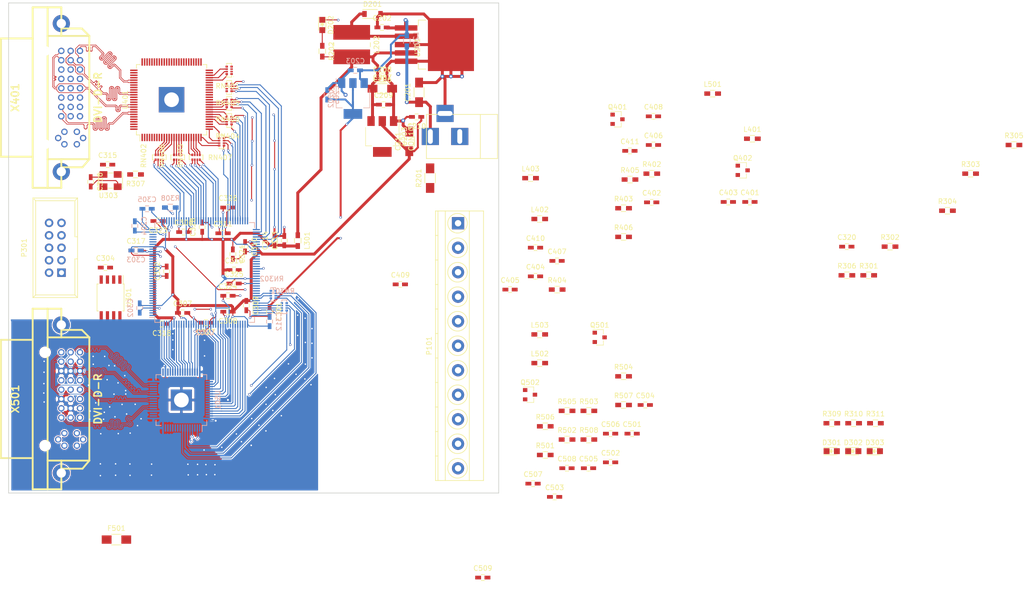
<source format=kicad_pcb>
(kicad_pcb (version 20160815) (host pcbnew "(2016-12-02 revision 54c5f6b)-master")

  (general
    (links 461)
    (no_connects 266)
    (area 19.924999 19.924999 120.075001 120.075001)
    (thickness 1.6)
    (drawings 4)
    (tracks 3637)
    (zones 0)
    (modules 127)
    (nets 239)
  )

  (page A4)
  (layers
    (0 F.Cu signal)
    (1 In1.Cu signal)
    (2 In2.Cu signal)
    (31 B.Cu signal)
    (32 B.Adhes user)
    (33 F.Adhes user)
    (34 B.Paste user)
    (35 F.Paste user)
    (36 B.SilkS user)
    (37 F.SilkS user)
    (38 B.Mask user)
    (39 F.Mask user)
    (40 Dwgs.User user)
    (41 Cmts.User user)
    (42 Eco1.User user)
    (43 Eco2.User user)
    (44 Edge.Cuts user)
    (45 Margin user)
    (46 B.CrtYd user)
    (47 F.CrtYd user)
    (48 B.Fab user)
    (49 F.Fab user)
  )

  (setup
    (last_trace_width 0.2)
    (user_trace_width 0.15)
    (user_trace_width 0.2)
    (user_trace_width 0.4)
    (user_trace_width 0.6)
    (trace_clearance 0.2)
    (zone_clearance 0.508)
    (zone_45_only no)
    (trace_min 0.15)
    (segment_width 0.2)
    (edge_width 0.15)
    (via_size 0.8)
    (via_drill 0.4)
    (via_min_size 0.4)
    (via_min_drill 0.3)
    (user_via 0.5 0.3)
    (uvia_size 0.3)
    (uvia_drill 0.1)
    (uvias_allowed no)
    (uvia_min_size 0.2)
    (uvia_min_drill 0.1)
    (pcb_text_width 0.3)
    (pcb_text_size 1.5 1.5)
    (mod_edge_width 0.15)
    (mod_text_size 1 1)
    (mod_text_width 0.15)
    (pad_size 1.524 1.524)
    (pad_drill 0.762)
    (pad_to_mask_clearance 0.2)
    (aux_axis_origin 0 0)
    (visible_elements FFFFFF7F)
    (pcbplotparams
      (layerselection 0x00030_ffffffff)
      (usegerberextensions false)
      (excludeedgelayer true)
      (linewidth 0.100000)
      (plotframeref false)
      (viasonmask false)
      (mode 1)
      (useauxorigin false)
      (hpglpennumber 1)
      (hpglpenspeed 20)
      (hpglpendiameter 15)
      (psnegative false)
      (psa4output false)
      (plotreference true)
      (plotvalue true)
      (plotinvisibletext false)
      (padsonsilk false)
      (subtractmaskfromsilk false)
      (outputformat 1)
      (mirror false)
      (drillshape 1)
      (scaleselection 1)
      (outputdirectory ""))
  )

  (net 0 "")
  (net 1 /power/VIN)
  (net 2 GND)
  (net 3 "Net-(C202-Pad2)")
  (net 4 +2V5)
  (net 5 +3V3)
  (net 6 +1V2)
  (net 7 +V_IO)
  (net 8 "Net-(C401-Pad1)")
  (net 9 "Net-(C402-Pad1)")
  (net 10 "Net-(C403-Pad1)")
  (net 11 /dvi_out/TVDD)
  (net 12 "Net-(C504-Pad1)")
  (net 13 "Net-(C505-Pad1)")
  (net 14 "Net-(D201-Pad1)")
  (net 15 "Net-(D202-Pad2)")
  (net 16 "Net-(F501-Pad1)")
  (net 17 +5V)
  (net 18 /GPIO0)
  (net 19 /GPIO1)
  (net 20 /GPIO2)
  (net 21 /GPIO3)
  (net 22 /GPIO4)
  (net 23 /GPIO5)
  (net 24 /GPIO6)
  (net 25 /GPIO7)
  (net 26 "Net-(P301-Pad9)")
  (net 27 "Net-(P301-Pad8)")
  (net 28 "Net-(P301-Pad7)")
  (net 29 "Net-(P301-Pad6)")
  (net 30 "Net-(P301-Pad5)")
  (net 31 "Net-(P301-Pad3)")
  (net 32 "Net-(P301-Pad1)")
  (net 33 /dvi_in/DDCDAT_IN)
  (net 34 /dvi_in/DDCDAT)
  (net 35 /dvi_in/DDCCLK)
  (net 36 /dvi_in/DDCCLK_IN)
  (net 37 /dvi_out/DDCDAT)
  (net 38 /dvi_out/DDCCLK)
  (net 39 "Net-(R301-Pad1)")
  (net 40 "Net-(R302-Pad1)")
  (net 41 "Net-(R303-Pad1)")
  (net 42 "Net-(R304-Pad1)")
  (net 43 "Net-(R305-Pad1)")
  (net 44 "Net-(R306-Pad1)")
  (net 45 /fpga/CLK50)
  (net 46 "Net-(R307-Pad2)")
  (net 47 /dvi_out/TXCLK+)
  (net 48 "Net-(R308-Pad1)")
  (net 49 /fpga/CLKIN)
  (net 50 /dvi_in/HOTPLUG)
  (net 51 "Net-(R501-Pad1)")
  (net 52 /dvi_out/MSEN)
  (net 53 "Net-(R503-Pad2)")
  (net 54 /dvi_out/HOTPLUG)
  (net 55 "Net-(R504-Pad1)")
  (net 56 "Net-(RN301-Pad7)")
  (net 57 "Net-(RN301-Pad6)")
  (net 58 "Net-(RN301-Pad5)")
  (net 59 "Net-(RN301-Pad8)")
  (net 60 /dvi_out/CTL1)
  (net 61 /dvi_out/DE)
  (net 62 /dvi_out/VSYNC)
  (net 63 /dvi_out/HSYNC)
  (net 64 /dvi_out/CTL2)
  (net 65 /dvi_out/CTL3)
  (net 66 "Net-(RN302-Pad8)")
  (net 67 "Net-(RN302-Pad5)")
  (net 68 "Net-(RN302-Pad6)")
  (net 69 "Net-(RN302-Pad7)")
  (net 70 /dvi_in/DE)
  (net 71 /dvi_in/VSYNC)
  (net 72 /dvi_in/HSYNC)
  (net 73 "Net-(RN401-Pad4)")
  (net 74 "Net-(RN401-Pad8)")
  (net 75 "Net-(RN401-Pad5)")
  (net 76 "Net-(RN401-Pad6)")
  (net 77 "Net-(RN401-Pad7)")
  (net 78 "Net-(RN402-Pad7)")
  (net 79 "Net-(RN402-Pad6)")
  (net 80 "Net-(RN402-Pad5)")
  (net 81 "Net-(RN402-Pad8)")
  (net 82 /dvi_in/DATI3)
  (net 83 /dvi_in/DATI2)
  (net 84 /dvi_in/DATI1)
  (net 85 /dvi_in/DATI0)
  (net 86 "Net-(RN403-Pad7)")
  (net 87 "Net-(RN403-Pad6)")
  (net 88 "Net-(RN403-Pad5)")
  (net 89 "Net-(RN403-Pad8)")
  (net 90 /dvi_in/DATI11)
  (net 91 /dvi_in/DATI10)
  (net 92 /dvi_in/DATI9)
  (net 93 /dvi_in/DATI8)
  (net 94 "Net-(RN404-Pad7)")
  (net 95 "Net-(RN404-Pad6)")
  (net 96 "Net-(RN404-Pad5)")
  (net 97 "Net-(RN404-Pad8)")
  (net 98 /dvi_in/DATI19)
  (net 99 /dvi_in/DATI18)
  (net 100 /dvi_in/DATI17)
  (net 101 /dvi_in/DATI16)
  (net 102 "Net-(RN405-Pad7)")
  (net 103 "Net-(RN405-Pad6)")
  (net 104 "Net-(RN405-Pad5)")
  (net 105 "Net-(RN405-Pad8)")
  (net 106 /dvi_in/CTL3)
  (net 107 /dvi_in/CTL2)
  (net 108 /dvi_in/CTL1)
  (net 109 /dvi_in/DATI4)
  (net 110 /dvi_in/DATI5)
  (net 111 /dvi_in/DATI6)
  (net 112 /dvi_in/DATI7)
  (net 113 "Net-(RN406-Pad8)")
  (net 114 "Net-(RN406-Pad5)")
  (net 115 "Net-(RN406-Pad6)")
  (net 116 "Net-(RN406-Pad7)")
  (net 117 /dvi_in/DATI12)
  (net 118 /dvi_in/DATI13)
  (net 119 /dvi_in/DATI14)
  (net 120 /dvi_in/DATI15)
  (net 121 "Net-(RN407-Pad8)")
  (net 122 "Net-(RN407-Pad5)")
  (net 123 "Net-(RN407-Pad6)")
  (net 124 "Net-(RN407-Pad7)")
  (net 125 /dvi_in/DATI20)
  (net 126 /dvi_in/DATI21)
  (net 127 /dvi_in/DATI22)
  (net 128 /dvi_in/DATI23)
  (net 129 "Net-(RN408-Pad8)")
  (net 130 "Net-(RN408-Pad5)")
  (net 131 "Net-(RN408-Pad6)")
  (net 132 "Net-(RN408-Pad7)")
  (net 133 /dvi_out/DATO4)
  (net 134 /dvi_out/DATO5)
  (net 135 /dvi_out/DATO6)
  (net 136 /dvi_out/DATO7)
  (net 137 /dvi_out/DATO12)
  (net 138 /dvi_out/DATO13)
  (net 139 /dvi_out/DATO14)
  (net 140 /dvi_out/DATO15)
  (net 141 /dvi_out/DATO20)
  (net 142 /dvi_out/DATO21)
  (net 143 /dvi_out/DATO22)
  (net 144 /dvi_out/DATO23)
  (net 145 /dvi_out/DATO3)
  (net 146 /dvi_out/DATO2)
  (net 147 /dvi_out/DATO1)
  (net 148 /dvi_out/DATO0)
  (net 149 /dvi_out/DATO11)
  (net 150 /dvi_out/DATO10)
  (net 151 /dvi_out/DATO9)
  (net 152 /dvi_out/DATO8)
  (net 153 /dvi_out/DATO19)
  (net 154 /dvi_out/DATO18)
  (net 155 /dvi_out/DATO17)
  (net 156 /dvi_out/DATO16)
  (net 157 /fpga/DCLK)
  (net 158 /fpga/ASDI)
  (net 159 /fpga/DATA)
  (net 160 /fpga/nCS)
  (net 161 "Net-(U302-Pad127)")
  (net 162 /dvi_in/LINK_ACT)
  (net 163 /dvi_in/PDOWN)
  (net 164 /dvi_out/EDGE)
  (net 165 /dvi_out/DKEN)
  (net 166 "Net-(U303-Pad1)")
  (net 167 "Net-(U401-Pad96)")
  (net 168 /dvi_in/RxC-)
  (net 169 /dvi_in/RxC+)
  (net 170 /dvi_in/Rx0+)
  (net 171 /dvi_in/Rx1-)
  (net 172 /dvi_in/Rx1+)
  (net 173 /dvi_in/Rx2-)
  (net 174 /dvi_in/Rx2+)
  (net 175 "Net-(U401-Pad18)")
  (net 176 "Net-(U401-Pad77)")
  (net 177 "Net-(U401-Pad75)")
  (net 178 "Net-(U401-Pad74)")
  (net 179 "Net-(U401-Pad73)")
  (net 180 "Net-(U401-Pad72)")
  (net 181 "Net-(U401-Pad71)")
  (net 182 "Net-(U401-Pad70)")
  (net 183 "Net-(U401-Pad69)")
  (net 184 "Net-(U401-Pad66)")
  (net 185 "Net-(U401-Pad65)")
  (net 186 "Net-(U401-Pad64)")
  (net 187 "Net-(U401-Pad63)")
  (net 188 "Net-(U401-Pad62)")
  (net 189 "Net-(U401-Pad61)")
  (net 190 "Net-(U401-Pad60)")
  (net 191 "Net-(U401-Pad59)")
  (net 192 "Net-(U401-Pad56)")
  (net 193 "Net-(U401-Pad55)")
  (net 194 "Net-(U401-Pad54)")
  (net 195 "Net-(U401-Pad53)")
  (net 196 "Net-(U401-Pad52)")
  (net 197 "Net-(U401-Pad51)")
  (net 198 "Net-(U401-Pad50)")
  (net 199 "Net-(U401-Pad49)")
  (net 200 "Net-(U501-Pad56)")
  (net 201 "Net-(U501-Pad49)")
  (net 202 /dvi_out/TX2+)
  (net 203 /dvi_out/TX2-)
  (net 204 /dvi_out/TX1+)
  (net 205 /dvi_out/TX1-)
  (net 206 /dvi_out/TX0+)
  (net 207 /dvi_out/TX0-)
  (net 208 /dvi_out/TXC+)
  (net 209 /dvi_out/TXC-)
  (net 210 "Net-(X401-Pad8)")
  (net 211 "Net-(X401-Pad21)")
  (net 212 "Net-(X401-Pad20)")
  (net 213 "Net-(X401-Pad14)")
  (net 214 "Net-(X401-Pad13)")
  (net 215 "Net-(X401-Pad12)")
  (net 216 "Net-(X401-Pad5)")
  (net 217 "Net-(X401-Pad4)")
  (net 218 "Net-(X501-Pad4)")
  (net 219 "Net-(X501-Pad5)")
  (net 220 "Net-(X501-Pad12)")
  (net 221 "Net-(X501-Pad13)")
  (net 222 "Net-(X501-Pad20)")
  (net 223 "Net-(X501-Pad21)")
  (net 224 "Net-(X501-Pad8)")
  (net 225 "Net-(D301-Pad2)")
  (net 226 "Net-(D302-Pad2)")
  (net 227 "Net-(D303-Pad2)")
  (net 228 /dvi_in/Rx0-)
  (net 229 "Net-(U302-Pad99)")
  (net 230 "Net-(U302-Pad84)")
  (net 231 "Net-(U302-Pad83)")
  (net 232 "Net-(U303-Pad4)")
  (net 233 "Net-(RN302-Pad1)")
  (net 234 "Net-(D301-Pad1)")
  (net 235 "Net-(D302-Pad1)")
  (net 236 "Net-(D303-Pad1)")
  (net 237 "Net-(R309-Pad2)")
  (net 238 "Net-(RN301-Pad1)")

  (net_class Default "This is the default net class."
    (clearance 0.2)
    (trace_width 0.25)
    (via_dia 0.8)
    (via_drill 0.4)
    (uvia_dia 0.3)
    (uvia_drill 0.1)
    (diff_pair_gap 0.25)
    (diff_pair_width 0.2)
    (add_net +1V2)
    (add_net +2V5)
    (add_net +3V3)
    (add_net +5V)
    (add_net +V_IO)
    (add_net /GPIO0)
    (add_net /GPIO1)
    (add_net /GPIO2)
    (add_net /GPIO3)
    (add_net /GPIO4)
    (add_net /GPIO5)
    (add_net /GPIO6)
    (add_net /GPIO7)
    (add_net /dvi_in/CTL1)
    (add_net /dvi_in/CTL2)
    (add_net /dvi_in/CTL3)
    (add_net /dvi_in/DATI0)
    (add_net /dvi_in/DATI1)
    (add_net /dvi_in/DATI10)
    (add_net /dvi_in/DATI11)
    (add_net /dvi_in/DATI12)
    (add_net /dvi_in/DATI13)
    (add_net /dvi_in/DATI14)
    (add_net /dvi_in/DATI15)
    (add_net /dvi_in/DATI16)
    (add_net /dvi_in/DATI17)
    (add_net /dvi_in/DATI18)
    (add_net /dvi_in/DATI19)
    (add_net /dvi_in/DATI2)
    (add_net /dvi_in/DATI20)
    (add_net /dvi_in/DATI21)
    (add_net /dvi_in/DATI22)
    (add_net /dvi_in/DATI23)
    (add_net /dvi_in/DATI3)
    (add_net /dvi_in/DATI4)
    (add_net /dvi_in/DATI5)
    (add_net /dvi_in/DATI6)
    (add_net /dvi_in/DATI7)
    (add_net /dvi_in/DATI8)
    (add_net /dvi_in/DATI9)
    (add_net /dvi_in/DDCCLK)
    (add_net /dvi_in/DDCCLK_IN)
    (add_net /dvi_in/DDCDAT)
    (add_net /dvi_in/DDCDAT_IN)
    (add_net /dvi_in/DE)
    (add_net /dvi_in/HOTPLUG)
    (add_net /dvi_in/HSYNC)
    (add_net /dvi_in/LINK_ACT)
    (add_net /dvi_in/PDOWN)
    (add_net /dvi_in/Rx0+)
    (add_net /dvi_in/Rx0-)
    (add_net /dvi_in/Rx1+)
    (add_net /dvi_in/Rx1-)
    (add_net /dvi_in/Rx2+)
    (add_net /dvi_in/Rx2-)
    (add_net /dvi_in/RxC+)
    (add_net /dvi_in/RxC-)
    (add_net /dvi_in/VSYNC)
    (add_net /dvi_out/CTL1)
    (add_net /dvi_out/CTL2)
    (add_net /dvi_out/CTL3)
    (add_net /dvi_out/DATO0)
    (add_net /dvi_out/DATO1)
    (add_net /dvi_out/DATO10)
    (add_net /dvi_out/DATO11)
    (add_net /dvi_out/DATO12)
    (add_net /dvi_out/DATO13)
    (add_net /dvi_out/DATO14)
    (add_net /dvi_out/DATO15)
    (add_net /dvi_out/DATO16)
    (add_net /dvi_out/DATO17)
    (add_net /dvi_out/DATO18)
    (add_net /dvi_out/DATO19)
    (add_net /dvi_out/DATO2)
    (add_net /dvi_out/DATO20)
    (add_net /dvi_out/DATO21)
    (add_net /dvi_out/DATO22)
    (add_net /dvi_out/DATO23)
    (add_net /dvi_out/DATO3)
    (add_net /dvi_out/DATO4)
    (add_net /dvi_out/DATO5)
    (add_net /dvi_out/DATO6)
    (add_net /dvi_out/DATO7)
    (add_net /dvi_out/DATO8)
    (add_net /dvi_out/DATO9)
    (add_net /dvi_out/DDCCLK)
    (add_net /dvi_out/DDCDAT)
    (add_net /dvi_out/DE)
    (add_net /dvi_out/DKEN)
    (add_net /dvi_out/EDGE)
    (add_net /dvi_out/HOTPLUG)
    (add_net /dvi_out/HSYNC)
    (add_net /dvi_out/MSEN)
    (add_net /dvi_out/TVDD)
    (add_net /dvi_out/TX0+)
    (add_net /dvi_out/TX0-)
    (add_net /dvi_out/TX1+)
    (add_net /dvi_out/TX1-)
    (add_net /dvi_out/TX2+)
    (add_net /dvi_out/TX2-)
    (add_net /dvi_out/TXC+)
    (add_net /dvi_out/TXC-)
    (add_net /dvi_out/TXCLK+)
    (add_net /dvi_out/VSYNC)
    (add_net /fpga/ASDI)
    (add_net /fpga/CLK50)
    (add_net /fpga/CLKIN)
    (add_net /fpga/DATA)
    (add_net /fpga/DCLK)
    (add_net /fpga/nCS)
    (add_net /power/VIN)
    (add_net GND)
    (add_net "Net-(C202-Pad2)")
    (add_net "Net-(C401-Pad1)")
    (add_net "Net-(C402-Pad1)")
    (add_net "Net-(C403-Pad1)")
    (add_net "Net-(C504-Pad1)")
    (add_net "Net-(C505-Pad1)")
    (add_net "Net-(D201-Pad1)")
    (add_net "Net-(D202-Pad2)")
    (add_net "Net-(D301-Pad1)")
    (add_net "Net-(D301-Pad2)")
    (add_net "Net-(D302-Pad1)")
    (add_net "Net-(D302-Pad2)")
    (add_net "Net-(D303-Pad1)")
    (add_net "Net-(D303-Pad2)")
    (add_net "Net-(F501-Pad1)")
    (add_net "Net-(P301-Pad1)")
    (add_net "Net-(P301-Pad3)")
    (add_net "Net-(P301-Pad5)")
    (add_net "Net-(P301-Pad6)")
    (add_net "Net-(P301-Pad7)")
    (add_net "Net-(P301-Pad8)")
    (add_net "Net-(P301-Pad9)")
    (add_net "Net-(R301-Pad1)")
    (add_net "Net-(R302-Pad1)")
    (add_net "Net-(R303-Pad1)")
    (add_net "Net-(R304-Pad1)")
    (add_net "Net-(R305-Pad1)")
    (add_net "Net-(R306-Pad1)")
    (add_net "Net-(R307-Pad2)")
    (add_net "Net-(R308-Pad1)")
    (add_net "Net-(R309-Pad2)")
    (add_net "Net-(R501-Pad1)")
    (add_net "Net-(R503-Pad2)")
    (add_net "Net-(R504-Pad1)")
    (add_net "Net-(RN301-Pad1)")
    (add_net "Net-(RN301-Pad5)")
    (add_net "Net-(RN301-Pad6)")
    (add_net "Net-(RN301-Pad7)")
    (add_net "Net-(RN301-Pad8)")
    (add_net "Net-(RN302-Pad1)")
    (add_net "Net-(RN302-Pad5)")
    (add_net "Net-(RN302-Pad6)")
    (add_net "Net-(RN302-Pad7)")
    (add_net "Net-(RN302-Pad8)")
    (add_net "Net-(RN401-Pad4)")
    (add_net "Net-(RN401-Pad5)")
    (add_net "Net-(RN401-Pad6)")
    (add_net "Net-(RN401-Pad7)")
    (add_net "Net-(RN401-Pad8)")
    (add_net "Net-(RN402-Pad5)")
    (add_net "Net-(RN402-Pad6)")
    (add_net "Net-(RN402-Pad7)")
    (add_net "Net-(RN402-Pad8)")
    (add_net "Net-(RN403-Pad5)")
    (add_net "Net-(RN403-Pad6)")
    (add_net "Net-(RN403-Pad7)")
    (add_net "Net-(RN403-Pad8)")
    (add_net "Net-(RN404-Pad5)")
    (add_net "Net-(RN404-Pad6)")
    (add_net "Net-(RN404-Pad7)")
    (add_net "Net-(RN404-Pad8)")
    (add_net "Net-(RN405-Pad5)")
    (add_net "Net-(RN405-Pad6)")
    (add_net "Net-(RN405-Pad7)")
    (add_net "Net-(RN405-Pad8)")
    (add_net "Net-(RN406-Pad5)")
    (add_net "Net-(RN406-Pad6)")
    (add_net "Net-(RN406-Pad7)")
    (add_net "Net-(RN406-Pad8)")
    (add_net "Net-(RN407-Pad5)")
    (add_net "Net-(RN407-Pad6)")
    (add_net "Net-(RN407-Pad7)")
    (add_net "Net-(RN407-Pad8)")
    (add_net "Net-(RN408-Pad5)")
    (add_net "Net-(RN408-Pad6)")
    (add_net "Net-(RN408-Pad7)")
    (add_net "Net-(RN408-Pad8)")
    (add_net "Net-(U302-Pad127)")
    (add_net "Net-(U302-Pad83)")
    (add_net "Net-(U302-Pad84)")
    (add_net "Net-(U302-Pad99)")
    (add_net "Net-(U303-Pad1)")
    (add_net "Net-(U303-Pad4)")
    (add_net "Net-(U401-Pad18)")
    (add_net "Net-(U401-Pad49)")
    (add_net "Net-(U401-Pad50)")
    (add_net "Net-(U401-Pad51)")
    (add_net "Net-(U401-Pad52)")
    (add_net "Net-(U401-Pad53)")
    (add_net "Net-(U401-Pad54)")
    (add_net "Net-(U401-Pad55)")
    (add_net "Net-(U401-Pad56)")
    (add_net "Net-(U401-Pad59)")
    (add_net "Net-(U401-Pad60)")
    (add_net "Net-(U401-Pad61)")
    (add_net "Net-(U401-Pad62)")
    (add_net "Net-(U401-Pad63)")
    (add_net "Net-(U401-Pad64)")
    (add_net "Net-(U401-Pad65)")
    (add_net "Net-(U401-Pad66)")
    (add_net "Net-(U401-Pad69)")
    (add_net "Net-(U401-Pad70)")
    (add_net "Net-(U401-Pad71)")
    (add_net "Net-(U401-Pad72)")
    (add_net "Net-(U401-Pad73)")
    (add_net "Net-(U401-Pad74)")
    (add_net "Net-(U401-Pad75)")
    (add_net "Net-(U401-Pad77)")
    (add_net "Net-(U401-Pad96)")
    (add_net "Net-(U501-Pad49)")
    (add_net "Net-(U501-Pad56)")
    (add_net "Net-(X401-Pad12)")
    (add_net "Net-(X401-Pad13)")
    (add_net "Net-(X401-Pad14)")
    (add_net "Net-(X401-Pad20)")
    (add_net "Net-(X401-Pad21)")
    (add_net "Net-(X401-Pad4)")
    (add_net "Net-(X401-Pad5)")
    (add_net "Net-(X401-Pad8)")
    (add_net "Net-(X501-Pad12)")
    (add_net "Net-(X501-Pad13)")
    (add_net "Net-(X501-Pad20)")
    (add_net "Net-(X501-Pad21)")
    (add_net "Net-(X501-Pad4)")
    (add_net "Net-(X501-Pad5)")
    (add_net "Net-(X501-Pad8)")
  )

  (module dvi:dvi (layer F.Cu) (tedit 0) (tstamp 584DB9AE)
    (at 27.448 100.81 270)
    (descr "DVI connector, Tyco P/N 1-1734147-1")
    (path /583BE4A7/5847F98E)
    (fp_text reference X501 (at 0 6.10108 270) (layer F.SilkS)
      (effects (font (thickness 0.3048)))
    )
    (fp_text value DVI-D-R (at 0 -10.795 270) (layer F.SilkS)
      (effects (font (thickness 0.3048)))
    )
    (fp_line (start -12.573 -9.017) (end -14.097 -7.493) (layer F.SilkS) (width 0.381))
    (fp_line (start -14.097 -7.493) (end -14.097 -3.302) (layer F.SilkS) (width 0.381))
    (fp_line (start 14.224 -7.62) (end 14.224 -3.302) (layer F.SilkS) (width 0.381))
    (fp_line (start 12.573 -9.017) (end 14.224 -7.62) (layer F.SilkS) (width 0.381))
    (fp_line (start -12.573 -9.017) (end -12.573 -0.508) (layer F.SilkS) (width 0.381))
    (fp_line (start 12.573 -9.017) (end 12.573 -0.508) (layer F.SilkS) (width 0.381))
    (fp_line (start -18.415 -0.508) (end -18.415 -3.302) (layer F.SilkS) (width 0.381))
    (fp_line (start -18.415 -3.302) (end -12.573 -3.302) (layer F.SilkS) (width 0.381))
    (fp_line (start 18.415 -0.508) (end 18.415 -3.302) (layer F.SilkS) (width 0.381))
    (fp_line (start 18.415 -3.302) (end 12.573 -3.302) (layer F.SilkS) (width 0.381))
    (fp_line (start 18.415 -0.508) (end 18.415 2.54) (layer F.SilkS) (width 0.381))
    (fp_line (start -18.415 -0.508) (end -18.415 2.54) (layer F.SilkS) (width 0.381))
    (fp_line (start -18.415 -0.508) (end 18.415 -0.508) (layer F.SilkS) (width 0.381))
    (fp_line (start -12.573 -9.017) (end 12.573 -9.017) (layer F.SilkS) (width 0.381))
    (fp_line (start -12.065 9.017) (end 12.065 9.017) (layer F.SilkS) (width 0.381))
    (fp_line (start 12.065 9.017) (end 12.065 2.54) (layer F.SilkS) (width 0.381))
    (fp_line (start -12.065 9.017) (end -12.065 2.54) (layer F.SilkS) (width 0.381))
    (fp_line (start -18.415 2.54) (end 18.415 2.54) (layer F.SilkS) (width 0.381))
    (pad "" thru_hole circle (at 15.11046 -3.302 270) (size 3.50012 3.50012) (drill 1.89992) (layers *.Cu *.Mask))
    (pad 3 thru_hole circle (at -5.715 -7.112 270) (size 1.30048 1.30048) (drill 0.8001) (layers *.Cu *.Mask)
      (net 2 GND))
    (pad 2 thru_hole circle (at -7.62 -7.112 270) (size 1.30048 1.30048) (drill 0.8001) (layers *.Cu *.Mask)
      (net 202 /dvi_out/TX2+))
    (pad 1 thru_hole circle (at -9.525 -7.112 270) (size 1.30048 1.30048) (drill 0.8001) (layers *.Cu *.Mask)
      (net 203 /dvi_out/TX2-))
    (pad 4 thru_hole circle (at -3.81 -7.112 270) (size 1.30048 1.30048) (drill 0.8001) (layers *.Cu *.Mask)
      (net 218 "Net-(X501-Pad4)"))
    (pad 5 thru_hole circle (at -1.905 -7.112 270) (size 1.30048 1.30048) (drill 0.8001) (layers *.Cu *.Mask)
      (net 219 "Net-(X501-Pad5)"))
    (pad 9 thru_hole circle (at -9.525 -5.207 270) (size 1.30048 1.30048) (drill 0.8001) (layers *.Cu *.Mask)
      (net 205 /dvi_out/TX1-))
    (pad 7 thru_hole circle (at 1.905 -7.112 270) (size 1.30048 1.30048) (drill 0.8001) (layers *.Cu *.Mask)
      (net 37 /dvi_out/DDCDAT))
    (pad 6 thru_hole circle (at 0 -7.112 270) (size 1.30048 1.30048) (drill 0.8001) (layers *.Cu *.Mask)
      (net 38 /dvi_out/DDCCLK))
    (pad "" thru_hole circle (at -15.11046 -3.302 270) (size 3.50012 3.50012) (drill 1.89992) (layers *.Cu *.Mask))
    (pad 10 thru_hole circle (at -7.62 -5.207 270) (size 1.30048 1.30048) (drill 0.8001) (layers *.Cu *.Mask)
      (net 204 /dvi_out/TX1+))
    (pad 11 thru_hole circle (at -5.715 -5.207 270) (size 1.30048 1.30048) (drill 0.8001) (layers *.Cu *.Mask)
      (net 2 GND))
    (pad 12 thru_hole circle (at -3.81 -5.207 270) (size 1.30048 1.30048) (drill 0.8001) (layers *.Cu *.Mask)
      (net 220 "Net-(X501-Pad12)"))
    (pad 13 thru_hole circle (at -1.905 -5.207 270) (size 1.30048 1.30048) (drill 0.8001) (layers *.Cu *.Mask)
      (net 221 "Net-(X501-Pad13)"))
    (pad 14 thru_hole circle (at 0 -5.207 270) (size 1.30048 1.30048) (drill 0.8001) (layers *.Cu *.Mask)
      (net 16 "Net-(F501-Pad1)"))
    (pad 15 thru_hole circle (at 1.905 -5.207 270) (size 1.30048 1.30048) (drill 0.8001) (layers *.Cu *.Mask)
      (net 2 GND))
    (pad 16 thru_hole circle (at 3.81 -5.207 270) (size 1.30048 1.30048) (drill 0.8001) (layers *.Cu *.Mask)
      (net 55 "Net-(R504-Pad1)"))
    (pad 17 thru_hole circle (at -9.525 -3.302 270) (size 1.30048 1.30048) (drill 0.8001) (layers *.Cu *.Mask)
      (net 207 /dvi_out/TX0-))
    (pad 18 thru_hole circle (at -7.62 -3.302 270) (size 1.30048 1.30048) (drill 0.8001) (layers *.Cu *.Mask)
      (net 206 /dvi_out/TX0+))
    (pad 19 thru_hole circle (at -5.715 -3.302 270) (size 1.30048 1.30048) (drill 0.8001) (layers *.Cu *.Mask)
      (net 2 GND))
    (pad 20 thru_hole circle (at -3.81 -3.302 270) (size 1.30048 1.30048) (drill 0.8001) (layers *.Cu *.Mask)
      (net 222 "Net-(X501-Pad20)"))
    (pad 21 thru_hole circle (at -1.905 -3.302 270) (size 1.30048 1.30048) (drill 0.8001) (layers *.Cu *.Mask)
      (net 223 "Net-(X501-Pad21)"))
    (pad 22 thru_hole circle (at 0 -3.302 270) (size 1.30048 1.30048) (drill 0.8001) (layers *.Cu *.Mask)
      (net 2 GND))
    (pad 23 thru_hole circle (at 1.905 -3.302 270) (size 1.30048 1.30048) (drill 0.8001) (layers *.Cu *.Mask)
      (net 208 /dvi_out/TXC+))
    (pad 24 thru_hole circle (at 3.81 -3.302 270) (size 1.30048 1.30048) (drill 0.8001) (layers *.Cu *.Mask)
      (net 209 /dvi_out/TXC-))
    (pad 8 thru_hole circle (at 3.81 -7.112 270) (size 1.30048 1.30048) (drill 0.8001) (layers *.Cu *.Mask)
      (net 224 "Net-(X501-Pad8)"))
    (pad C2 thru_hole circle (at 9.525 -6.477 270) (size 1.30048 1.30048) (drill 0.8001) (layers *.Cu *.Mask))
    (pad C1 thru_hole circle (at 6.985 -6.477 270) (size 1.30048 1.30048) (drill 0.8001) (layers *.Cu *.Mask))
    (pad C3 thru_hole circle (at 6.985 -3.937 270) (size 1.30048 1.30048) (drill 0.8001) (layers *.Cu *.Mask))
    (pad C4 thru_hole circle (at 9.525 -3.937 270) (size 1.30048 1.30048) (drill 0.8001) (layers *.Cu *.Mask))
    (pad C5 thru_hole circle (at 8.255 -7.747 270) (size 1.30048 1.30048) (drill 0.8001) (layers *.Cu *.Mask))
    (pad C5 thru_hole circle (at 8.255 -2.667 270) (size 1.30048 1.30048) (drill 0.8001) (layers *.Cu *.Mask))
    (pad "" np_thru_hole circle (at -9.525 -0.00254 270) (size 1.99898 1.99898) (drill 1.99898) (layers *.Cu))
    (pad "" np_thru_hole circle (at 9.525 -0.00254 270) (size 1.99898 1.99898) (drill 1.99898) (layers *.Cu))
    (model walter/conn_pc/dvi.wrl
      (at (xyz 0 0 0))
      (scale (xyz 1 1 1))
      (rotate (xyz 0 0 0))
    )
  )

  (module Capacitors_SMD:C_1206_HandSoldering (layer F.Cu) (tedit 541A9C03) (tstamp 584DB4BE)
    (at 103.75 38.25 90)
    (descr "Capacitor SMD 1206, hand soldering")
    (tags "capacitor 1206")
    (path /5839A46D/5839CFD0)
    (attr smd)
    (fp_text reference C201 (at 0 -2.3 90) (layer F.SilkS)
      (effects (font (size 1 1) (thickness 0.15)))
    )
    (fp_text value 100u (at 0 2.3 90) (layer F.Fab)
      (effects (font (size 1 1) (thickness 0.15)))
    )
    (fp_line (start -1.6 0.8) (end -1.6 -0.8) (layer F.Fab) (width 0.15))
    (fp_line (start 1.6 0.8) (end -1.6 0.8) (layer F.Fab) (width 0.15))
    (fp_line (start 1.6 -0.8) (end 1.6 0.8) (layer F.Fab) (width 0.15))
    (fp_line (start -1.6 -0.8) (end 1.6 -0.8) (layer F.Fab) (width 0.15))
    (fp_line (start -3.3 -1.15) (end 3.3 -1.15) (layer F.CrtYd) (width 0.05))
    (fp_line (start -3.3 1.15) (end 3.3 1.15) (layer F.CrtYd) (width 0.05))
    (fp_line (start -3.3 -1.15) (end -3.3 1.15) (layer F.CrtYd) (width 0.05))
    (fp_line (start 3.3 -1.15) (end 3.3 1.15) (layer F.CrtYd) (width 0.05))
    (fp_line (start 1 -1.025) (end -1 -1.025) (layer F.SilkS) (width 0.15))
    (fp_line (start -1 1.025) (end 1 1.025) (layer F.SilkS) (width 0.15))
    (pad 1 smd rect (at -2 0 90) (size 2 1.6) (layers F.Cu F.Paste F.Mask)
      (net 1 /power/VIN))
    (pad 2 smd rect (at 2 0 90) (size 2 1.6) (layers F.Cu F.Paste F.Mask)
      (net 2 GND))
    (model Capacitors_SMD.3dshapes/C_1206_HandSoldering.wrl
      (at (xyz 0 0 0))
      (scale (xyz 1 1 1))
      (rotate (xyz 0 0 0))
    )
  )

  (module Capacitors_SMD:C_0603_HandSoldering (layer F.Cu) (tedit 541A9B4D) (tstamp 584DB4C4)
    (at 96.2 25)
    (descr "Capacitor SMD 0603, hand soldering")
    (tags "capacitor 0603")
    (path /5839A46D/5839CF57)
    (attr smd)
    (fp_text reference C202 (at 0 -1.9) (layer F.SilkS)
      (effects (font (size 1 1) (thickness 0.15)))
    )
    (fp_text value 100n (at 0 1.9) (layer F.Fab)
      (effects (font (size 1 1) (thickness 0.15)))
    )
    (fp_line (start 0.35 0.6) (end -0.35 0.6) (layer F.SilkS) (width 0.15))
    (fp_line (start -0.35 -0.6) (end 0.35 -0.6) (layer F.SilkS) (width 0.15))
    (fp_line (start 1.85 -0.75) (end 1.85 0.75) (layer F.CrtYd) (width 0.05))
    (fp_line (start -1.85 -0.75) (end -1.85 0.75) (layer F.CrtYd) (width 0.05))
    (fp_line (start -1.85 0.75) (end 1.85 0.75) (layer F.CrtYd) (width 0.05))
    (fp_line (start -1.85 -0.75) (end 1.85 -0.75) (layer F.CrtYd) (width 0.05))
    (fp_line (start -0.8 -0.4) (end 0.8 -0.4) (layer F.Fab) (width 0.15))
    (fp_line (start 0.8 -0.4) (end 0.8 0.4) (layer F.Fab) (width 0.15))
    (fp_line (start 0.8 0.4) (end -0.8 0.4) (layer F.Fab) (width 0.15))
    (fp_line (start -0.8 0.4) (end -0.8 -0.4) (layer F.Fab) (width 0.15))
    (pad 2 smd rect (at 0.95 0) (size 1.2 0.75) (layers F.Cu F.Paste F.Mask)
      (net 3 "Net-(C202-Pad2)"))
    (pad 1 smd rect (at -0.95 0) (size 1.2 0.75) (layers F.Cu F.Paste F.Mask)
      (net 2 GND))
    (model Capacitors_SMD.3dshapes/C_0603_HandSoldering.wrl
      (at (xyz 0 0 0))
      (scale (xyz 1 1 1))
      (rotate (xyz 0 0 0))
    )
  )

  (module Capacitors_SMD:C_0603_HandSoldering (layer B.Cu) (tedit 541A9B4D) (tstamp 584DB4CA)
    (at 90.75 33.75 180)
    (descr "Capacitor SMD 0603, hand soldering")
    (tags "capacitor 0603")
    (path /5839A46D/583A1362)
    (attr smd)
    (fp_text reference C203 (at 0 1.9 180) (layer B.SilkS)
      (effects (font (size 1 1) (thickness 0.15)) (justify mirror))
    )
    (fp_text value 100n (at 0 -1.9 180) (layer B.Fab)
      (effects (font (size 1 1) (thickness 0.15)) (justify mirror))
    )
    (fp_line (start -0.8 -0.4) (end -0.8 0.4) (layer B.Fab) (width 0.15))
    (fp_line (start 0.8 -0.4) (end -0.8 -0.4) (layer B.Fab) (width 0.15))
    (fp_line (start 0.8 0.4) (end 0.8 -0.4) (layer B.Fab) (width 0.15))
    (fp_line (start -0.8 0.4) (end 0.8 0.4) (layer B.Fab) (width 0.15))
    (fp_line (start -1.85 0.75) (end 1.85 0.75) (layer B.CrtYd) (width 0.05))
    (fp_line (start -1.85 -0.75) (end 1.85 -0.75) (layer B.CrtYd) (width 0.05))
    (fp_line (start -1.85 0.75) (end -1.85 -0.75) (layer B.CrtYd) (width 0.05))
    (fp_line (start 1.85 0.75) (end 1.85 -0.75) (layer B.CrtYd) (width 0.05))
    (fp_line (start -0.35 0.6) (end 0.35 0.6) (layer B.SilkS) (width 0.15))
    (fp_line (start 0.35 -0.6) (end -0.35 -0.6) (layer B.SilkS) (width 0.15))
    (pad 1 smd rect (at -0.95 0 180) (size 1.2 0.75) (layers B.Cu B.Paste B.Mask)
      (net 3 "Net-(C202-Pad2)"))
    (pad 2 smd rect (at 0.95 0 180) (size 1.2 0.75) (layers B.Cu B.Paste B.Mask)
      (net 2 GND))
    (model Capacitors_SMD.3dshapes/C_0603_HandSoldering.wrl
      (at (xyz 0 0 0))
      (scale (xyz 1 1 1))
      (rotate (xyz 0 0 0))
    )
  )

  (module Capacitors_SMD:C_0603_HandSoldering (layer B.Cu) (tedit 541A9B4D) (tstamp 584DB4D0)
    (at 45.75 65.5 90)
    (descr "Capacitor SMD 0603, hand soldering")
    (tags "capacitor 0603")
    (path /5839A46D/583A12DF)
    (attr smd)
    (fp_text reference C204 (at 0 1.9 90) (layer B.SilkS)
      (effects (font (size 1 1) (thickness 0.15)) (justify mirror))
    )
    (fp_text value 100n (at 0 -1.9 90) (layer B.Fab)
      (effects (font (size 1 1) (thickness 0.15)) (justify mirror))
    )
    (fp_line (start 0.35 -0.6) (end -0.35 -0.6) (layer B.SilkS) (width 0.15))
    (fp_line (start -0.35 0.6) (end 0.35 0.6) (layer B.SilkS) (width 0.15))
    (fp_line (start 1.85 0.75) (end 1.85 -0.75) (layer B.CrtYd) (width 0.05))
    (fp_line (start -1.85 0.75) (end -1.85 -0.75) (layer B.CrtYd) (width 0.05))
    (fp_line (start -1.85 -0.75) (end 1.85 -0.75) (layer B.CrtYd) (width 0.05))
    (fp_line (start -1.85 0.75) (end 1.85 0.75) (layer B.CrtYd) (width 0.05))
    (fp_line (start -0.8 0.4) (end 0.8 0.4) (layer B.Fab) (width 0.15))
    (fp_line (start 0.8 0.4) (end 0.8 -0.4) (layer B.Fab) (width 0.15))
    (fp_line (start 0.8 -0.4) (end -0.8 -0.4) (layer B.Fab) (width 0.15))
    (fp_line (start -0.8 -0.4) (end -0.8 0.4) (layer B.Fab) (width 0.15))
    (pad 2 smd rect (at 0.95 0 90) (size 1.2 0.75) (layers B.Cu B.Paste B.Mask)
      (net 2 GND))
    (pad 1 smd rect (at -0.95 0 90) (size 1.2 0.75) (layers B.Cu B.Paste B.Mask)
      (net 4 +2V5))
    (model Capacitors_SMD.3dshapes/C_0603_HandSoldering.wrl
      (at (xyz 0 0 0))
      (scale (xyz 1 1 1))
      (rotate (xyz 0 0 0))
    )
  )

  (module Capacitors_SMD:C_0603_HandSoldering (layer B.Cu) (tedit 541A9B4D) (tstamp 584DB4D6)
    (at 85 38.75 90)
    (descr "Capacitor SMD 0603, hand soldering")
    (tags "capacitor 0603")
    (path /5839A46D/583A189E)
    (attr smd)
    (fp_text reference C205 (at 0 1.9 90) (layer B.SilkS)
      (effects (font (size 1 1) (thickness 0.15)) (justify mirror))
    )
    (fp_text value 10u (at 0 -1.9 90) (layer B.Fab)
      (effects (font (size 1 1) (thickness 0.15)) (justify mirror))
    )
    (fp_line (start -0.8 -0.4) (end -0.8 0.4) (layer B.Fab) (width 0.15))
    (fp_line (start 0.8 -0.4) (end -0.8 -0.4) (layer B.Fab) (width 0.15))
    (fp_line (start 0.8 0.4) (end 0.8 -0.4) (layer B.Fab) (width 0.15))
    (fp_line (start -0.8 0.4) (end 0.8 0.4) (layer B.Fab) (width 0.15))
    (fp_line (start -1.85 0.75) (end 1.85 0.75) (layer B.CrtYd) (width 0.05))
    (fp_line (start -1.85 -0.75) (end 1.85 -0.75) (layer B.CrtYd) (width 0.05))
    (fp_line (start -1.85 0.75) (end -1.85 -0.75) (layer B.CrtYd) (width 0.05))
    (fp_line (start 1.85 0.75) (end 1.85 -0.75) (layer B.CrtYd) (width 0.05))
    (fp_line (start -0.35 0.6) (end 0.35 0.6) (layer B.SilkS) (width 0.15))
    (fp_line (start 0.35 -0.6) (end -0.35 -0.6) (layer B.SilkS) (width 0.15))
    (pad 1 smd rect (at -0.95 0 90) (size 1.2 0.75) (layers B.Cu B.Paste B.Mask)
      (net 4 +2V5))
    (pad 2 smd rect (at 0.95 0 90) (size 1.2 0.75) (layers B.Cu B.Paste B.Mask)
      (net 2 GND))
    (model Capacitors_SMD.3dshapes/C_0603_HandSoldering.wrl
      (at (xyz 0 0 0))
      (scale (xyz 1 1 1))
      (rotate (xyz 0 0 0))
    )
  )

  (module Capacitors_SMD:C_0603_HandSoldering (layer F.Cu) (tedit 541A9B4D) (tstamp 584DB4DC)
    (at 96.25 33.75 180)
    (descr "Capacitor SMD 0603, hand soldering")
    (tags "capacitor 0603")
    (path /5839A46D/5839CB13)
    (attr smd)
    (fp_text reference C206 (at 0 -1.9 180) (layer F.SilkS)
      (effects (font (size 1 1) (thickness 0.15)))
    )
    (fp_text value 100n (at 0 1.9 180) (layer F.Fab)
      (effects (font (size 1 1) (thickness 0.15)))
    )
    (fp_line (start -0.8 0.4) (end -0.8 -0.4) (layer F.Fab) (width 0.15))
    (fp_line (start 0.8 0.4) (end -0.8 0.4) (layer F.Fab) (width 0.15))
    (fp_line (start 0.8 -0.4) (end 0.8 0.4) (layer F.Fab) (width 0.15))
    (fp_line (start -0.8 -0.4) (end 0.8 -0.4) (layer F.Fab) (width 0.15))
    (fp_line (start -1.85 -0.75) (end 1.85 -0.75) (layer F.CrtYd) (width 0.05))
    (fp_line (start -1.85 0.75) (end 1.85 0.75) (layer F.CrtYd) (width 0.05))
    (fp_line (start -1.85 -0.75) (end -1.85 0.75) (layer F.CrtYd) (width 0.05))
    (fp_line (start 1.85 -0.75) (end 1.85 0.75) (layer F.CrtYd) (width 0.05))
    (fp_line (start -0.35 -0.6) (end 0.35 -0.6) (layer F.SilkS) (width 0.15))
    (fp_line (start 0.35 0.6) (end -0.35 0.6) (layer F.SilkS) (width 0.15))
    (pad 1 smd rect (at -0.95 0 180) (size 1.2 0.75) (layers F.Cu F.Paste F.Mask)
      (net 2 GND))
    (pad 2 smd rect (at 0.95 0 180) (size 1.2 0.75) (layers F.Cu F.Paste F.Mask)
      (net 5 +3V3))
    (model Capacitors_SMD.3dshapes/C_0603_HandSoldering.wrl
      (at (xyz 0 0 0))
      (scale (xyz 1 1 1))
      (rotate (xyz 0 0 0))
    )
  )

  (module Capacitors_SMD:C_1206_HandSoldering (layer F.Cu) (tedit 541A9C03) (tstamp 584DB4E2)
    (at 96.25 37.5)
    (descr "Capacitor SMD 1206, hand soldering")
    (tags "capacitor 1206")
    (path /5839A46D/5839CB5E)
    (attr smd)
    (fp_text reference C207 (at 0 -2.3) (layer F.SilkS)
      (effects (font (size 1 1) (thickness 0.15)))
    )
    (fp_text value 100u (at 0 2.3) (layer F.Fab)
      (effects (font (size 1 1) (thickness 0.15)))
    )
    (fp_line (start -1 1.025) (end 1 1.025) (layer F.SilkS) (width 0.15))
    (fp_line (start 1 -1.025) (end -1 -1.025) (layer F.SilkS) (width 0.15))
    (fp_line (start 3.3 -1.15) (end 3.3 1.15) (layer F.CrtYd) (width 0.05))
    (fp_line (start -3.3 -1.15) (end -3.3 1.15) (layer F.CrtYd) (width 0.05))
    (fp_line (start -3.3 1.15) (end 3.3 1.15) (layer F.CrtYd) (width 0.05))
    (fp_line (start -3.3 -1.15) (end 3.3 -1.15) (layer F.CrtYd) (width 0.05))
    (fp_line (start -1.6 -0.8) (end 1.6 -0.8) (layer F.Fab) (width 0.15))
    (fp_line (start 1.6 -0.8) (end 1.6 0.8) (layer F.Fab) (width 0.15))
    (fp_line (start 1.6 0.8) (end -1.6 0.8) (layer F.Fab) (width 0.15))
    (fp_line (start -1.6 0.8) (end -1.6 -0.8) (layer F.Fab) (width 0.15))
    (pad 2 smd rect (at 2 0) (size 2 1.6) (layers F.Cu F.Paste F.Mask)
      (net 2 GND))
    (pad 1 smd rect (at -2 0) (size 2 1.6) (layers F.Cu F.Paste F.Mask)
      (net 5 +3V3))
    (model Capacitors_SMD.3dshapes/C_1206_HandSoldering.wrl
      (at (xyz 0 0 0))
      (scale (xyz 1 1 1))
      (rotate (xyz 0 0 0))
    )
  )

  (module Capacitors_SMD:C_0603_HandSoldering (layer F.Cu) (tedit 541A9B4D) (tstamp 584DB4E8)
    (at 96.25 35.5)
    (descr "Capacitor SMD 0603, hand soldering")
    (tags "capacitor 0603")
    (path /5839A46D/583B5E87)
    (attr smd)
    (fp_text reference C208 (at 0 -1.9) (layer F.SilkS)
      (effects (font (size 1 1) (thickness 0.15)))
    )
    (fp_text value 10u (at 0 1.9) (layer F.Fab)
      (effects (font (size 1 1) (thickness 0.15)))
    )
    (fp_line (start 0.35 0.6) (end -0.35 0.6) (layer F.SilkS) (width 0.15))
    (fp_line (start -0.35 -0.6) (end 0.35 -0.6) (layer F.SilkS) (width 0.15))
    (fp_line (start 1.85 -0.75) (end 1.85 0.75) (layer F.CrtYd) (width 0.05))
    (fp_line (start -1.85 -0.75) (end -1.85 0.75) (layer F.CrtYd) (width 0.05))
    (fp_line (start -1.85 0.75) (end 1.85 0.75) (layer F.CrtYd) (width 0.05))
    (fp_line (start -1.85 -0.75) (end 1.85 -0.75) (layer F.CrtYd) (width 0.05))
    (fp_line (start -0.8 -0.4) (end 0.8 -0.4) (layer F.Fab) (width 0.15))
    (fp_line (start 0.8 -0.4) (end 0.8 0.4) (layer F.Fab) (width 0.15))
    (fp_line (start 0.8 0.4) (end -0.8 0.4) (layer F.Fab) (width 0.15))
    (fp_line (start -0.8 0.4) (end -0.8 -0.4) (layer F.Fab) (width 0.15))
    (pad 2 smd rect (at 0.95 0) (size 1.2 0.75) (layers F.Cu F.Paste F.Mask)
      (net 2 GND))
    (pad 1 smd rect (at -0.95 0) (size 1.2 0.75) (layers F.Cu F.Paste F.Mask)
      (net 5 +3V3))
    (model Capacitors_SMD.3dshapes/C_0603_HandSoldering.wrl
      (at (xyz 0 0 0))
      (scale (xyz 1 1 1))
      (rotate (xyz 0 0 0))
    )
  )

  (module Capacitors_SMD:C_0603_HandSoldering (layer F.Cu) (tedit 541A9B4D) (tstamp 584DB4EE)
    (at 96.5 40.75)
    (descr "Capacitor SMD 0603, hand soldering")
    (tags "capacitor 0603")
    (path /5839A46D/5839A82D)
    (attr smd)
    (fp_text reference C209 (at 0 -1.9) (layer F.SilkS)
      (effects (font (size 1 1) (thickness 0.15)))
    )
    (fp_text value 100n (at 0 1.9) (layer F.Fab)
      (effects (font (size 1 1) (thickness 0.15)))
    )
    (fp_line (start -0.8 0.4) (end -0.8 -0.4) (layer F.Fab) (width 0.15))
    (fp_line (start 0.8 0.4) (end -0.8 0.4) (layer F.Fab) (width 0.15))
    (fp_line (start 0.8 -0.4) (end 0.8 0.4) (layer F.Fab) (width 0.15))
    (fp_line (start -0.8 -0.4) (end 0.8 -0.4) (layer F.Fab) (width 0.15))
    (fp_line (start -1.85 -0.75) (end 1.85 -0.75) (layer F.CrtYd) (width 0.05))
    (fp_line (start -1.85 0.75) (end 1.85 0.75) (layer F.CrtYd) (width 0.05))
    (fp_line (start -1.85 -0.75) (end -1.85 0.75) (layer F.CrtYd) (width 0.05))
    (fp_line (start 1.85 -0.75) (end 1.85 0.75) (layer F.CrtYd) (width 0.05))
    (fp_line (start -0.35 -0.6) (end 0.35 -0.6) (layer F.SilkS) (width 0.15))
    (fp_line (start 0.35 0.6) (end -0.35 0.6) (layer F.SilkS) (width 0.15))
    (pad 1 smd rect (at -0.95 0) (size 1.2 0.75) (layers F.Cu F.Paste F.Mask)
      (net 5 +3V3))
    (pad 2 smd rect (at 0.95 0) (size 1.2 0.75) (layers F.Cu F.Paste F.Mask)
      (net 2 GND))
    (model Capacitors_SMD.3dshapes/C_0603_HandSoldering.wrl
      (at (xyz 0 0 0))
      (scale (xyz 1 1 1))
      (rotate (xyz 0 0 0))
    )
  )

  (module Capacitors_SMD:C_0603_HandSoldering (layer F.Cu) (tedit 541A9B4D) (tstamp 584DB4F4)
    (at 103.25 43.25 180)
    (descr "Capacitor SMD 0603, hand soldering")
    (tags "capacitor 0603")
    (path /5839A46D/5839A663)
    (attr smd)
    (fp_text reference C210 (at 0 -1.9 180) (layer F.SilkS)
      (effects (font (size 1 1) (thickness 0.15)))
    )
    (fp_text value 100n (at 0 1.9 180) (layer F.Fab)
      (effects (font (size 1 1) (thickness 0.15)))
    )
    (fp_line (start 0.35 0.6) (end -0.35 0.6) (layer F.SilkS) (width 0.15))
    (fp_line (start -0.35 -0.6) (end 0.35 -0.6) (layer F.SilkS) (width 0.15))
    (fp_line (start 1.85 -0.75) (end 1.85 0.75) (layer F.CrtYd) (width 0.05))
    (fp_line (start -1.85 -0.75) (end -1.85 0.75) (layer F.CrtYd) (width 0.05))
    (fp_line (start -1.85 0.75) (end 1.85 0.75) (layer F.CrtYd) (width 0.05))
    (fp_line (start -1.85 -0.75) (end 1.85 -0.75) (layer F.CrtYd) (width 0.05))
    (fp_line (start -0.8 -0.4) (end 0.8 -0.4) (layer F.Fab) (width 0.15))
    (fp_line (start 0.8 -0.4) (end 0.8 0.4) (layer F.Fab) (width 0.15))
    (fp_line (start 0.8 0.4) (end -0.8 0.4) (layer F.Fab) (width 0.15))
    (fp_line (start -0.8 0.4) (end -0.8 -0.4) (layer F.Fab) (width 0.15))
    (pad 2 smd rect (at 0.95 0 180) (size 1.2 0.75) (layers F.Cu F.Paste F.Mask)
      (net 2 GND))
    (pad 1 smd rect (at -0.95 0 180) (size 1.2 0.75) (layers F.Cu F.Paste F.Mask)
      (net 6 +1V2))
    (model Capacitors_SMD.3dshapes/C_0603_HandSoldering.wrl
      (at (xyz 0 0 0))
      (scale (xyz 1 1 1))
      (rotate (xyz 0 0 0))
    )
  )

  (module Capacitors_SMD:C_1206_HandSoldering (layer F.Cu) (tedit 541A9C03) (tstamp 584DB4FA)
    (at 101.75 48.25 90)
    (descr "Capacitor SMD 1206, hand soldering")
    (tags "capacitor 1206")
    (path /5839A46D/5839A62D)
    (attr smd)
    (fp_text reference C211 (at 0 -2.3 90) (layer F.SilkS)
      (effects (font (size 1 1) (thickness 0.15)))
    )
    (fp_text value 10u (at 0 2.3 90) (layer F.Fab)
      (effects (font (size 1 1) (thickness 0.15)))
    )
    (fp_line (start -1 1.025) (end 1 1.025) (layer F.SilkS) (width 0.15))
    (fp_line (start 1 -1.025) (end -1 -1.025) (layer F.SilkS) (width 0.15))
    (fp_line (start 3.3 -1.15) (end 3.3 1.15) (layer F.CrtYd) (width 0.05))
    (fp_line (start -3.3 -1.15) (end -3.3 1.15) (layer F.CrtYd) (width 0.05))
    (fp_line (start -3.3 1.15) (end 3.3 1.15) (layer F.CrtYd) (width 0.05))
    (fp_line (start -3.3 -1.15) (end 3.3 -1.15) (layer F.CrtYd) (width 0.05))
    (fp_line (start -1.6 -0.8) (end 1.6 -0.8) (layer F.Fab) (width 0.15))
    (fp_line (start 1.6 -0.8) (end 1.6 0.8) (layer F.Fab) (width 0.15))
    (fp_line (start 1.6 0.8) (end -1.6 0.8) (layer F.Fab) (width 0.15))
    (fp_line (start -1.6 0.8) (end -1.6 -0.8) (layer F.Fab) (width 0.15))
    (pad 2 smd rect (at 2 0 90) (size 2 1.6) (layers F.Cu F.Paste F.Mask)
      (net 2 GND))
    (pad 1 smd rect (at -2 0 90) (size 2 1.6) (layers F.Cu F.Paste F.Mask)
      (net 6 +1V2))
    (model Capacitors_SMD.3dshapes/C_1206_HandSoldering.wrl
      (at (xyz 0 0 0))
      (scale (xyz 1 1 1))
      (rotate (xyz 0 0 0))
    )
  )

  (module Capacitors_SMD:C_0603_HandSoldering (layer F.Cu) (tedit 541A9B4D) (tstamp 584DB500)
    (at 73.25 83 270)
    (descr "Capacitor SMD 0603, hand soldering")
    (tags "capacitor 0603")
    (path /583A26B6/583B7DED)
    (attr smd)
    (fp_text reference C301 (at 0 -1.9 270) (layer F.SilkS)
      (effects (font (size 1 1) (thickness 0.15)))
    )
    (fp_text value 100n (at 0 1.9 270) (layer F.Fab)
      (effects (font (size 1 1) (thickness 0.15)))
    )
    (fp_line (start 0.35 0.6) (end -0.35 0.6) (layer F.SilkS) (width 0.15))
    (fp_line (start -0.35 -0.6) (end 0.35 -0.6) (layer F.SilkS) (width 0.15))
    (fp_line (start 1.85 -0.75) (end 1.85 0.75) (layer F.CrtYd) (width 0.05))
    (fp_line (start -1.85 -0.75) (end -1.85 0.75) (layer F.CrtYd) (width 0.05))
    (fp_line (start -1.85 0.75) (end 1.85 0.75) (layer F.CrtYd) (width 0.05))
    (fp_line (start -1.85 -0.75) (end 1.85 -0.75) (layer F.CrtYd) (width 0.05))
    (fp_line (start -0.8 -0.4) (end 0.8 -0.4) (layer F.Fab) (width 0.15))
    (fp_line (start 0.8 -0.4) (end 0.8 0.4) (layer F.Fab) (width 0.15))
    (fp_line (start 0.8 0.4) (end -0.8 0.4) (layer F.Fab) (width 0.15))
    (fp_line (start -0.8 0.4) (end -0.8 -0.4) (layer F.Fab) (width 0.15))
    (pad 2 smd rect (at 0.95 0 270) (size 1.2 0.75) (layers F.Cu F.Paste F.Mask)
      (net 2 GND))
    (pad 1 smd rect (at -0.95 0 270) (size 1.2 0.75) (layers F.Cu F.Paste F.Mask)
      (net 4 +2V5))
    (model Capacitors_SMD.3dshapes/C_0603_HandSoldering.wrl
      (at (xyz 0 0 0))
      (scale (xyz 1 1 1))
      (rotate (xyz 0 0 0))
    )
  )

  (module Capacitors_SMD:C_0603_HandSoldering (layer B.Cu) (tedit 541A9B4D) (tstamp 584DB506)
    (at 46.75 82.25 270)
    (descr "Capacitor SMD 0603, hand soldering")
    (tags "capacitor 0603")
    (path /583A26B6/583B1B7A)
    (attr smd)
    (fp_text reference C302 (at 0 1.9 270) (layer B.SilkS)
      (effects (font (size 1 1) (thickness 0.15)) (justify mirror))
    )
    (fp_text value 100n (at 0 -1.9 270) (layer B.Fab)
      (effects (font (size 1 1) (thickness 0.15)) (justify mirror))
    )
    (fp_line (start -0.8 -0.4) (end -0.8 0.4) (layer B.Fab) (width 0.15))
    (fp_line (start 0.8 -0.4) (end -0.8 -0.4) (layer B.Fab) (width 0.15))
    (fp_line (start 0.8 0.4) (end 0.8 -0.4) (layer B.Fab) (width 0.15))
    (fp_line (start -0.8 0.4) (end 0.8 0.4) (layer B.Fab) (width 0.15))
    (fp_line (start -1.85 0.75) (end 1.85 0.75) (layer B.CrtYd) (width 0.05))
    (fp_line (start -1.85 -0.75) (end 1.85 -0.75) (layer B.CrtYd) (width 0.05))
    (fp_line (start -1.85 0.75) (end -1.85 -0.75) (layer B.CrtYd) (width 0.05))
    (fp_line (start 1.85 0.75) (end 1.85 -0.75) (layer B.CrtYd) (width 0.05))
    (fp_line (start -0.35 0.6) (end 0.35 0.6) (layer B.SilkS) (width 0.15))
    (fp_line (start 0.35 -0.6) (end -0.35 -0.6) (layer B.SilkS) (width 0.15))
    (pad 1 smd rect (at -0.95 0 270) (size 1.2 0.75) (layers B.Cu B.Paste B.Mask)
      (net 6 +1V2))
    (pad 2 smd rect (at 0.95 0 270) (size 1.2 0.75) (layers B.Cu B.Paste B.Mask)
      (net 2 GND))
    (model Capacitors_SMD.3dshapes/C_0603_HandSoldering.wrl
      (at (xyz 0 0 0))
      (scale (xyz 1 1 1))
      (rotate (xyz 0 0 0))
    )
  )

  (module Capacitors_SMD:C_0603_HandSoldering (layer B.Cu) (tedit 541A9B4D) (tstamp 584DB50C)
    (at 46 70.5)
    (descr "Capacitor SMD 0603, hand soldering")
    (tags "capacitor 0603")
    (path /583A26B6/583B1619)
    (attr smd)
    (fp_text reference C303 (at 0 1.9) (layer B.SilkS)
      (effects (font (size 1 1) (thickness 0.15)) (justify mirror))
    )
    (fp_text value 100n (at 0 -1.9) (layer B.Fab)
      (effects (font (size 1 1) (thickness 0.15)) (justify mirror))
    )
    (fp_line (start -0.8 -0.4) (end -0.8 0.4) (layer B.Fab) (width 0.15))
    (fp_line (start 0.8 -0.4) (end -0.8 -0.4) (layer B.Fab) (width 0.15))
    (fp_line (start 0.8 0.4) (end 0.8 -0.4) (layer B.Fab) (width 0.15))
    (fp_line (start -0.8 0.4) (end 0.8 0.4) (layer B.Fab) (width 0.15))
    (fp_line (start -1.85 0.75) (end 1.85 0.75) (layer B.CrtYd) (width 0.05))
    (fp_line (start -1.85 -0.75) (end 1.85 -0.75) (layer B.CrtYd) (width 0.05))
    (fp_line (start -1.85 0.75) (end -1.85 -0.75) (layer B.CrtYd) (width 0.05))
    (fp_line (start 1.85 0.75) (end 1.85 -0.75) (layer B.CrtYd) (width 0.05))
    (fp_line (start -0.35 0.6) (end 0.35 0.6) (layer B.SilkS) (width 0.15))
    (fp_line (start 0.35 -0.6) (end -0.35 -0.6) (layer B.SilkS) (width 0.15))
    (pad 1 smd rect (at -0.95 0) (size 1.2 0.75) (layers B.Cu B.Paste B.Mask)
      (net 6 +1V2))
    (pad 2 smd rect (at 0.95 0) (size 1.2 0.75) (layers B.Cu B.Paste B.Mask)
      (net 2 GND))
    (model Capacitors_SMD.3dshapes/C_0603_HandSoldering.wrl
      (at (xyz 0 0 0))
      (scale (xyz 1 1 1))
      (rotate (xyz 0 0 0))
    )
  )

  (module Capacitors_SMD:C_0603_HandSoldering (layer F.Cu) (tedit 541A9B4D) (tstamp 584DB512)
    (at 39.75 74)
    (descr "Capacitor SMD 0603, hand soldering")
    (tags "capacitor 0603")
    (path /583A26B6/583B32A4)
    (attr smd)
    (fp_text reference C304 (at 0 -1.9) (layer F.SilkS)
      (effects (font (size 1 1) (thickness 0.15)))
    )
    (fp_text value 100n (at 0 1.9) (layer F.Fab)
      (effects (font (size 1 1) (thickness 0.15)))
    )
    (fp_line (start -0.8 0.4) (end -0.8 -0.4) (layer F.Fab) (width 0.15))
    (fp_line (start 0.8 0.4) (end -0.8 0.4) (layer F.Fab) (width 0.15))
    (fp_line (start 0.8 -0.4) (end 0.8 0.4) (layer F.Fab) (width 0.15))
    (fp_line (start -0.8 -0.4) (end 0.8 -0.4) (layer F.Fab) (width 0.15))
    (fp_line (start -1.85 -0.75) (end 1.85 -0.75) (layer F.CrtYd) (width 0.05))
    (fp_line (start -1.85 0.75) (end 1.85 0.75) (layer F.CrtYd) (width 0.05))
    (fp_line (start -1.85 -0.75) (end -1.85 0.75) (layer F.CrtYd) (width 0.05))
    (fp_line (start 1.85 -0.75) (end 1.85 0.75) (layer F.CrtYd) (width 0.05))
    (fp_line (start -0.35 -0.6) (end 0.35 -0.6) (layer F.SilkS) (width 0.15))
    (fp_line (start 0.35 0.6) (end -0.35 0.6) (layer F.SilkS) (width 0.15))
    (pad 1 smd rect (at -0.95 0) (size 1.2 0.75) (layers F.Cu F.Paste F.Mask)
      (net 2 GND))
    (pad 2 smd rect (at 0.95 0) (size 1.2 0.75) (layers F.Cu F.Paste F.Mask)
      (net 5 +3V3))
    (model Capacitors_SMD.3dshapes/C_0603_HandSoldering.wrl
      (at (xyz 0 0 0))
      (scale (xyz 1 1 1))
      (rotate (xyz 0 0 0))
    )
  )

  (module Capacitors_SMD:C_0603_HandSoldering (layer B.Cu) (tedit 541A9B4D) (tstamp 584DB518)
    (at 48.25 62 180)
    (descr "Capacitor SMD 0603, hand soldering")
    (tags "capacitor 0603")
    (path /583A26B6/583B1B80)
    (attr smd)
    (fp_text reference C305 (at 0 1.9 180) (layer B.SilkS)
      (effects (font (size 1 1) (thickness 0.15)) (justify mirror))
    )
    (fp_text value 100n (at 0 -1.9 180) (layer B.Fab)
      (effects (font (size 1 1) (thickness 0.15)) (justify mirror))
    )
    (fp_line (start 0.35 -0.6) (end -0.35 -0.6) (layer B.SilkS) (width 0.15))
    (fp_line (start -0.35 0.6) (end 0.35 0.6) (layer B.SilkS) (width 0.15))
    (fp_line (start 1.85 0.75) (end 1.85 -0.75) (layer B.CrtYd) (width 0.05))
    (fp_line (start -1.85 0.75) (end -1.85 -0.75) (layer B.CrtYd) (width 0.05))
    (fp_line (start -1.85 -0.75) (end 1.85 -0.75) (layer B.CrtYd) (width 0.05))
    (fp_line (start -1.85 0.75) (end 1.85 0.75) (layer B.CrtYd) (width 0.05))
    (fp_line (start -0.8 0.4) (end 0.8 0.4) (layer B.Fab) (width 0.15))
    (fp_line (start 0.8 0.4) (end 0.8 -0.4) (layer B.Fab) (width 0.15))
    (fp_line (start 0.8 -0.4) (end -0.8 -0.4) (layer B.Fab) (width 0.15))
    (fp_line (start -0.8 -0.4) (end -0.8 0.4) (layer B.Fab) (width 0.15))
    (pad 2 smd rect (at 0.95 0 180) (size 1.2 0.75) (layers B.Cu B.Paste B.Mask)
      (net 2 GND))
    (pad 1 smd rect (at -0.95 0 180) (size 1.2 0.75) (layers B.Cu B.Paste B.Mask)
      (net 6 +1V2))
    (model Capacitors_SMD.3dshapes/C_0603_HandSoldering.wrl
      (at (xyz 0 0 0))
      (scale (xyz 1 1 1))
      (rotate (xyz 0 0 0))
    )
  )

  (module Capacitors_SMD:C_0603_HandSoldering (layer F.Cu) (tedit 541A9B4D) (tstamp 584DB51E)
    (at 55.75 66.75)
    (descr "Capacitor SMD 0603, hand soldering")
    (tags "capacitor 0603")
    (path /583A26B6/583B1669)
    (attr smd)
    (fp_text reference C306 (at 0 -1.9) (layer F.SilkS)
      (effects (font (size 1 1) (thickness 0.15)))
    )
    (fp_text value 100n (at 0 1.9) (layer F.Fab)
      (effects (font (size 1 1) (thickness 0.15)))
    )
    (fp_line (start 0.35 0.6) (end -0.35 0.6) (layer F.SilkS) (width 0.15))
    (fp_line (start -0.35 -0.6) (end 0.35 -0.6) (layer F.SilkS) (width 0.15))
    (fp_line (start 1.85 -0.75) (end 1.85 0.75) (layer F.CrtYd) (width 0.05))
    (fp_line (start -1.85 -0.75) (end -1.85 0.75) (layer F.CrtYd) (width 0.05))
    (fp_line (start -1.85 0.75) (end 1.85 0.75) (layer F.CrtYd) (width 0.05))
    (fp_line (start -1.85 -0.75) (end 1.85 -0.75) (layer F.CrtYd) (width 0.05))
    (fp_line (start -0.8 -0.4) (end 0.8 -0.4) (layer F.Fab) (width 0.15))
    (fp_line (start 0.8 -0.4) (end 0.8 0.4) (layer F.Fab) (width 0.15))
    (fp_line (start 0.8 0.4) (end -0.8 0.4) (layer F.Fab) (width 0.15))
    (fp_line (start -0.8 0.4) (end -0.8 -0.4) (layer F.Fab) (width 0.15))
    (pad 2 smd rect (at 0.95 0) (size 1.2 0.75) (layers F.Cu F.Paste F.Mask)
      (net 2 GND))
    (pad 1 smd rect (at -0.95 0) (size 1.2 0.75) (layers F.Cu F.Paste F.Mask)
      (net 6 +1V2))
    (model Capacitors_SMD.3dshapes/C_0603_HandSoldering.wrl
      (at (xyz 0 0 0))
      (scale (xyz 1 1 1))
      (rotate (xyz 0 0 0))
    )
  )

  (module Capacitors_SMD:C_0603_HandSoldering (layer F.Cu) (tedit 541A9B4D) (tstamp 584DB524)
    (at 55.5 83.25)
    (descr "Capacitor SMD 0603, hand soldering")
    (tags "capacitor 0603")
    (path /583A26B6/583B1B86)
    (attr smd)
    (fp_text reference C307 (at 0 -1.9) (layer F.SilkS)
      (effects (font (size 1 1) (thickness 0.15)))
    )
    (fp_text value 100n (at 0 1.9) (layer F.Fab)
      (effects (font (size 1 1) (thickness 0.15)))
    )
    (fp_line (start -0.8 0.4) (end -0.8 -0.4) (layer F.Fab) (width 0.15))
    (fp_line (start 0.8 0.4) (end -0.8 0.4) (layer F.Fab) (width 0.15))
    (fp_line (start 0.8 -0.4) (end 0.8 0.4) (layer F.Fab) (width 0.15))
    (fp_line (start -0.8 -0.4) (end 0.8 -0.4) (layer F.Fab) (width 0.15))
    (fp_line (start -1.85 -0.75) (end 1.85 -0.75) (layer F.CrtYd) (width 0.05))
    (fp_line (start -1.85 0.75) (end 1.85 0.75) (layer F.CrtYd) (width 0.05))
    (fp_line (start -1.85 -0.75) (end -1.85 0.75) (layer F.CrtYd) (width 0.05))
    (fp_line (start 1.85 -0.75) (end 1.85 0.75) (layer F.CrtYd) (width 0.05))
    (fp_line (start -0.35 -0.6) (end 0.35 -0.6) (layer F.SilkS) (width 0.15))
    (fp_line (start 0.35 0.6) (end -0.35 0.6) (layer F.SilkS) (width 0.15))
    (pad 1 smd rect (at -0.95 0) (size 1.2 0.75) (layers F.Cu F.Paste F.Mask)
      (net 6 +1V2))
    (pad 2 smd rect (at 0.95 0) (size 1.2 0.75) (layers F.Cu F.Paste F.Mask)
      (net 2 GND))
    (model Capacitors_SMD.3dshapes/C_0603_HandSoldering.wrl
      (at (xyz 0 0 0))
      (scale (xyz 1 1 1))
      (rotate (xyz 0 0 0))
    )
  )

  (module Capacitors_SMD:C_0603_HandSoldering (layer F.Cu) (tedit 541A9B4D) (tstamp 584DB52A)
    (at 64.75 83 180)
    (descr "Capacitor SMD 0603, hand soldering")
    (tags "capacitor 0603")
    (path /583A26B6/583B18AC)
    (attr smd)
    (fp_text reference C308 (at 0 -1.9 180) (layer F.SilkS)
      (effects (font (size 1 1) (thickness 0.15)))
    )
    (fp_text value 100n (at 0 1.9 180) (layer F.Fab)
      (effects (font (size 1 1) (thickness 0.15)))
    )
    (fp_line (start -0.8 0.4) (end -0.8 -0.4) (layer F.Fab) (width 0.15))
    (fp_line (start 0.8 0.4) (end -0.8 0.4) (layer F.Fab) (width 0.15))
    (fp_line (start 0.8 -0.4) (end 0.8 0.4) (layer F.Fab) (width 0.15))
    (fp_line (start -0.8 -0.4) (end 0.8 -0.4) (layer F.Fab) (width 0.15))
    (fp_line (start -1.85 -0.75) (end 1.85 -0.75) (layer F.CrtYd) (width 0.05))
    (fp_line (start -1.85 0.75) (end 1.85 0.75) (layer F.CrtYd) (width 0.05))
    (fp_line (start -1.85 -0.75) (end -1.85 0.75) (layer F.CrtYd) (width 0.05))
    (fp_line (start 1.85 -0.75) (end 1.85 0.75) (layer F.CrtYd) (width 0.05))
    (fp_line (start -0.35 -0.6) (end 0.35 -0.6) (layer F.SilkS) (width 0.15))
    (fp_line (start 0.35 0.6) (end -0.35 0.6) (layer F.SilkS) (width 0.15))
    (pad 1 smd rect (at -0.95 0 180) (size 1.2 0.75) (layers F.Cu F.Paste F.Mask)
      (net 6 +1V2))
    (pad 2 smd rect (at 0.95 0 180) (size 1.2 0.75) (layers F.Cu F.Paste F.Mask)
      (net 2 GND))
    (model Capacitors_SMD.3dshapes/C_0603_HandSoldering.wrl
      (at (xyz 0 0 0))
      (scale (xyz 1 1 1))
      (rotate (xyz 0 0 0))
    )
  )

  (module Capacitors_SMD:C_0603_HandSoldering (layer F.Cu) (tedit 541A9B4D) (tstamp 584DB530)
    (at 68.5 81.75 270)
    (descr "Capacitor SMD 0603, hand soldering")
    (tags "capacitor 0603")
    (path /583A26B6/583B1C83)
    (attr smd)
    (fp_text reference C309 (at 0 -1.9 270) (layer F.SilkS)
      (effects (font (size 1 1) (thickness 0.15)))
    )
    (fp_text value 100n (at 0 1.9 270) (layer F.Fab)
      (effects (font (size 1 1) (thickness 0.15)))
    )
    (fp_line (start 0.35 0.6) (end -0.35 0.6) (layer F.SilkS) (width 0.15))
    (fp_line (start -0.35 -0.6) (end 0.35 -0.6) (layer F.SilkS) (width 0.15))
    (fp_line (start 1.85 -0.75) (end 1.85 0.75) (layer F.CrtYd) (width 0.05))
    (fp_line (start -1.85 -0.75) (end -1.85 0.75) (layer F.CrtYd) (width 0.05))
    (fp_line (start -1.85 0.75) (end 1.85 0.75) (layer F.CrtYd) (width 0.05))
    (fp_line (start -1.85 -0.75) (end 1.85 -0.75) (layer F.CrtYd) (width 0.05))
    (fp_line (start -0.8 -0.4) (end 0.8 -0.4) (layer F.Fab) (width 0.15))
    (fp_line (start 0.8 -0.4) (end 0.8 0.4) (layer F.Fab) (width 0.15))
    (fp_line (start 0.8 0.4) (end -0.8 0.4) (layer F.Fab) (width 0.15))
    (fp_line (start -0.8 0.4) (end -0.8 -0.4) (layer F.Fab) (width 0.15))
    (pad 2 smd rect (at 0.95 0 270) (size 1.2 0.75) (layers F.Cu F.Paste F.Mask)
      (net 2 GND))
    (pad 1 smd rect (at -0.95 0 270) (size 1.2 0.75) (layers F.Cu F.Paste F.Mask)
      (net 6 +1V2))
    (model Capacitors_SMD.3dshapes/C_0603_HandSoldering.wrl
      (at (xyz 0 0 0))
      (scale (xyz 1 1 1))
      (rotate (xyz 0 0 0))
    )
  )

  (module Capacitors_SMD:C_0603_HandSoldering (layer F.Cu) (tedit 541A9B4D) (tstamp 584DB536)
    (at 68.25 69.75 270)
    (descr "Capacitor SMD 0603, hand soldering")
    (tags "capacitor 0603")
    (path /583A26B6/583B1C7D)
    (attr smd)
    (fp_text reference C310 (at 0 -1.9 270) (layer F.SilkS)
      (effects (font (size 1 1) (thickness 0.15)))
    )
    (fp_text value 100n (at 0 1.9 270) (layer F.Fab)
      (effects (font (size 1 1) (thickness 0.15)))
    )
    (fp_line (start -0.8 0.4) (end -0.8 -0.4) (layer F.Fab) (width 0.15))
    (fp_line (start 0.8 0.4) (end -0.8 0.4) (layer F.Fab) (width 0.15))
    (fp_line (start 0.8 -0.4) (end 0.8 0.4) (layer F.Fab) (width 0.15))
    (fp_line (start -0.8 -0.4) (end 0.8 -0.4) (layer F.Fab) (width 0.15))
    (fp_line (start -1.85 -0.75) (end 1.85 -0.75) (layer F.CrtYd) (width 0.05))
    (fp_line (start -1.85 0.75) (end 1.85 0.75) (layer F.CrtYd) (width 0.05))
    (fp_line (start -1.85 -0.75) (end -1.85 0.75) (layer F.CrtYd) (width 0.05))
    (fp_line (start 1.85 -0.75) (end 1.85 0.75) (layer F.CrtYd) (width 0.05))
    (fp_line (start -0.35 -0.6) (end 0.35 -0.6) (layer F.SilkS) (width 0.15))
    (fp_line (start 0.35 0.6) (end -0.35 0.6) (layer F.SilkS) (width 0.15))
    (pad 1 smd rect (at -0.95 0 270) (size 1.2 0.75) (layers F.Cu F.Paste F.Mask)
      (net 6 +1V2))
    (pad 2 smd rect (at 0.95 0 270) (size 1.2 0.75) (layers F.Cu F.Paste F.Mask)
      (net 2 GND))
    (model Capacitors_SMD.3dshapes/C_0603_HandSoldering.wrl
      (at (xyz 0 0 0))
      (scale (xyz 1 1 1))
      (rotate (xyz 0 0 0))
    )
  )

  (module Capacitors_SMD:C_0603_HandSoldering (layer F.Cu) (tedit 541A9B4D) (tstamp 584DB53C)
    (at 63.75 67)
    (descr "Capacitor SMD 0603, hand soldering")
    (tags "capacitor 0603")
    (path /583A26B6/583B1B8C)
    (attr smd)
    (fp_text reference C311 (at 0 -1.9) (layer F.SilkS)
      (effects (font (size 1 1) (thickness 0.15)))
    )
    (fp_text value 100n (at 0 1.9) (layer F.Fab)
      (effects (font (size 1 1) (thickness 0.15)))
    )
    (fp_line (start 0.35 0.6) (end -0.35 0.6) (layer F.SilkS) (width 0.15))
    (fp_line (start -0.35 -0.6) (end 0.35 -0.6) (layer F.SilkS) (width 0.15))
    (fp_line (start 1.85 -0.75) (end 1.85 0.75) (layer F.CrtYd) (width 0.05))
    (fp_line (start -1.85 -0.75) (end -1.85 0.75) (layer F.CrtYd) (width 0.05))
    (fp_line (start -1.85 0.75) (end 1.85 0.75) (layer F.CrtYd) (width 0.05))
    (fp_line (start -1.85 -0.75) (end 1.85 -0.75) (layer F.CrtYd) (width 0.05))
    (fp_line (start -0.8 -0.4) (end 0.8 -0.4) (layer F.Fab) (width 0.15))
    (fp_line (start 0.8 -0.4) (end 0.8 0.4) (layer F.Fab) (width 0.15))
    (fp_line (start 0.8 0.4) (end -0.8 0.4) (layer F.Fab) (width 0.15))
    (fp_line (start -0.8 0.4) (end -0.8 -0.4) (layer F.Fab) (width 0.15))
    (pad 2 smd rect (at 0.95 0) (size 1.2 0.75) (layers F.Cu F.Paste F.Mask)
      (net 2 GND))
    (pad 1 smd rect (at -0.95 0) (size 1.2 0.75) (layers F.Cu F.Paste F.Mask)
      (net 6 +1V2))
    (model Capacitors_SMD.3dshapes/C_0603_HandSoldering.wrl
      (at (xyz 0 0 0))
      (scale (xyz 1 1 1))
      (rotate (xyz 0 0 0))
    )
  )

  (module Capacitors_SMD:C_0603_HandSoldering (layer B.Cu) (tedit 541A9B4D) (tstamp 584DB542)
    (at 73.25 85 90)
    (descr "Capacitor SMD 0603, hand soldering")
    (tags "capacitor 0603")
    (path /583A26B6/583B18B2)
    (attr smd)
    (fp_text reference C312 (at 0 1.9 90) (layer B.SilkS)
      (effects (font (size 1 1) (thickness 0.15)) (justify mirror))
    )
    (fp_text value 100n (at 0 -1.9 90) (layer B.Fab)
      (effects (font (size 1 1) (thickness 0.15)) (justify mirror))
    )
    (fp_line (start 0.35 -0.6) (end -0.35 -0.6) (layer B.SilkS) (width 0.15))
    (fp_line (start -0.35 0.6) (end 0.35 0.6) (layer B.SilkS) (width 0.15))
    (fp_line (start 1.85 0.75) (end 1.85 -0.75) (layer B.CrtYd) (width 0.05))
    (fp_line (start -1.85 0.75) (end -1.85 -0.75) (layer B.CrtYd) (width 0.05))
    (fp_line (start -1.85 -0.75) (end 1.85 -0.75) (layer B.CrtYd) (width 0.05))
    (fp_line (start -1.85 0.75) (end 1.85 0.75) (layer B.CrtYd) (width 0.05))
    (fp_line (start -0.8 0.4) (end 0.8 0.4) (layer B.Fab) (width 0.15))
    (fp_line (start 0.8 0.4) (end 0.8 -0.4) (layer B.Fab) (width 0.15))
    (fp_line (start 0.8 -0.4) (end -0.8 -0.4) (layer B.Fab) (width 0.15))
    (fp_line (start -0.8 -0.4) (end -0.8 0.4) (layer B.Fab) (width 0.15))
    (pad 2 smd rect (at 0.95 0 90) (size 1.2 0.75) (layers B.Cu B.Paste B.Mask)
      (net 2 GND))
    (pad 1 smd rect (at -0.95 0 90) (size 1.2 0.75) (layers B.Cu B.Paste B.Mask)
      (net 6 +1V2))
    (model Capacitors_SMD.3dshapes/C_0603_HandSoldering.wrl
      (at (xyz 0 0 0))
      (scale (xyz 1 1 1))
      (rotate (xyz 0 0 0))
    )
  )

  (module Capacitors_SMD:C_0603_HandSoldering (layer F.Cu) (tedit 541A9B4D) (tstamp 584DB548)
    (at 76.25 68.5 90)
    (descr "Capacitor SMD 0603, hand soldering")
    (tags "capacitor 0603")
    (path /583A26B6/58489EA0)
    (attr smd)
    (fp_text reference C313 (at 0 -1.9 90) (layer F.SilkS)
      (effects (font (size 1 1) (thickness 0.15)))
    )
    (fp_text value 22u (at 0 1.9 90) (layer F.Fab)
      (effects (font (size 1 1) (thickness 0.15)))
    )
    (fp_line (start 0.35 0.6) (end -0.35 0.6) (layer F.SilkS) (width 0.15))
    (fp_line (start -0.35 -0.6) (end 0.35 -0.6) (layer F.SilkS) (width 0.15))
    (fp_line (start 1.85 -0.75) (end 1.85 0.75) (layer F.CrtYd) (width 0.05))
    (fp_line (start -1.85 -0.75) (end -1.85 0.75) (layer F.CrtYd) (width 0.05))
    (fp_line (start -1.85 0.75) (end 1.85 0.75) (layer F.CrtYd) (width 0.05))
    (fp_line (start -1.85 -0.75) (end 1.85 -0.75) (layer F.CrtYd) (width 0.05))
    (fp_line (start -0.8 -0.4) (end 0.8 -0.4) (layer F.Fab) (width 0.15))
    (fp_line (start 0.8 -0.4) (end 0.8 0.4) (layer F.Fab) (width 0.15))
    (fp_line (start 0.8 0.4) (end -0.8 0.4) (layer F.Fab) (width 0.15))
    (fp_line (start -0.8 0.4) (end -0.8 -0.4) (layer F.Fab) (width 0.15))
    (pad 2 smd rect (at 0.95 0 90) (size 1.2 0.75) (layers F.Cu F.Paste F.Mask)
      (net 2 GND))
    (pad 1 smd rect (at -0.95 0 90) (size 1.2 0.75) (layers F.Cu F.Paste F.Mask)
      (net 7 +V_IO))
    (model Capacitors_SMD.3dshapes/C_0603_HandSoldering.wrl
      (at (xyz 0 0 0))
      (scale (xyz 1 1 1))
      (rotate (xyz 0 0 0))
    )
  )

  (module Capacitors_SMD:C_0603_HandSoldering (layer F.Cu) (tedit 541A9B4D) (tstamp 584DB54E)
    (at 74.25 68.5 90)
    (descr "Capacitor SMD 0603, hand soldering")
    (tags "capacitor 0603")
    (path /583A26B6/583B734C)
    (attr smd)
    (fp_text reference C314 (at 0 -1.9 90) (layer F.SilkS)
      (effects (font (size 1 1) (thickness 0.15)))
    )
    (fp_text value 1u (at 0 1.9 90) (layer F.Fab)
      (effects (font (size 1 1) (thickness 0.15)))
    )
    (fp_line (start 0.35 0.6) (end -0.35 0.6) (layer F.SilkS) (width 0.15))
    (fp_line (start -0.35 -0.6) (end 0.35 -0.6) (layer F.SilkS) (width 0.15))
    (fp_line (start 1.85 -0.75) (end 1.85 0.75) (layer F.CrtYd) (width 0.05))
    (fp_line (start -1.85 -0.75) (end -1.85 0.75) (layer F.CrtYd) (width 0.05))
    (fp_line (start -1.85 0.75) (end 1.85 0.75) (layer F.CrtYd) (width 0.05))
    (fp_line (start -1.85 -0.75) (end 1.85 -0.75) (layer F.CrtYd) (width 0.05))
    (fp_line (start -0.8 -0.4) (end 0.8 -0.4) (layer F.Fab) (width 0.15))
    (fp_line (start 0.8 -0.4) (end 0.8 0.4) (layer F.Fab) (width 0.15))
    (fp_line (start 0.8 0.4) (end -0.8 0.4) (layer F.Fab) (width 0.15))
    (fp_line (start -0.8 0.4) (end -0.8 -0.4) (layer F.Fab) (width 0.15))
    (pad 2 smd rect (at 0.95 0 90) (size 1.2 0.75) (layers F.Cu F.Paste F.Mask)
      (net 2 GND))
    (pad 1 smd rect (at -0.95 0 90) (size 1.2 0.75) (layers F.Cu F.Paste F.Mask)
      (net 7 +V_IO))
    (model Capacitors_SMD.3dshapes/C_0603_HandSoldering.wrl
      (at (xyz 0 0 0))
      (scale (xyz 1 1 1))
      (rotate (xyz 0 0 0))
    )
  )

  (module Capacitors_SMD:C_0603_HandSoldering (layer F.Cu) (tedit 541A9B4D) (tstamp 584DB554)
    (at 40.2 53)
    (descr "Capacitor SMD 0603, hand soldering")
    (tags "capacitor 0603")
    (path /583A26B6/584894DF)
    (attr smd)
    (fp_text reference C315 (at 0 -1.9) (layer F.SilkS)
      (effects (font (size 1 1) (thickness 0.15)))
    )
    (fp_text value 100n (at 0 1.9) (layer F.Fab)
      (effects (font (size 1 1) (thickness 0.15)))
    )
    (fp_line (start 0.35 0.6) (end -0.35 0.6) (layer F.SilkS) (width 0.15))
    (fp_line (start -0.35 -0.6) (end 0.35 -0.6) (layer F.SilkS) (width 0.15))
    (fp_line (start 1.85 -0.75) (end 1.85 0.75) (layer F.CrtYd) (width 0.05))
    (fp_line (start -1.85 -0.75) (end -1.85 0.75) (layer F.CrtYd) (width 0.05))
    (fp_line (start -1.85 0.75) (end 1.85 0.75) (layer F.CrtYd) (width 0.05))
    (fp_line (start -1.85 -0.75) (end 1.85 -0.75) (layer F.CrtYd) (width 0.05))
    (fp_line (start -0.8 -0.4) (end 0.8 -0.4) (layer F.Fab) (width 0.15))
    (fp_line (start 0.8 -0.4) (end 0.8 0.4) (layer F.Fab) (width 0.15))
    (fp_line (start 0.8 0.4) (end -0.8 0.4) (layer F.Fab) (width 0.15))
    (fp_line (start -0.8 0.4) (end -0.8 -0.4) (layer F.Fab) (width 0.15))
    (pad 2 smd rect (at 0.95 0) (size 1.2 0.75) (layers F.Cu F.Paste F.Mask)
      (net 2 GND))
    (pad 1 smd rect (at -0.95 0) (size 1.2 0.75) (layers F.Cu F.Paste F.Mask)
      (net 5 +3V3))
    (model Capacitors_SMD.3dshapes/C_0603_HandSoldering.wrl
      (at (xyz 0 0 0))
      (scale (xyz 1 1 1))
      (rotate (xyz 0 0 0))
    )
  )

  (module Capacitors_SMD:C_0603_HandSoldering (layer F.Cu) (tedit 541A9B4D) (tstamp 584DB55A)
    (at 36.75 56.5 270)
    (descr "Capacitor SMD 0603, hand soldering")
    (tags "capacitor 0603")
    (path /583A26B6/583B0AE8)
    (attr smd)
    (fp_text reference C316 (at 0 -1.9 270) (layer F.SilkS)
      (effects (font (size 1 1) (thickness 0.15)))
    )
    (fp_text value 10n (at 0 1.9 270) (layer F.Fab)
      (effects (font (size 1 1) (thickness 0.15)))
    )
    (fp_line (start -0.8 0.4) (end -0.8 -0.4) (layer F.Fab) (width 0.15))
    (fp_line (start 0.8 0.4) (end -0.8 0.4) (layer F.Fab) (width 0.15))
    (fp_line (start 0.8 -0.4) (end 0.8 0.4) (layer F.Fab) (width 0.15))
    (fp_line (start -0.8 -0.4) (end 0.8 -0.4) (layer F.Fab) (width 0.15))
    (fp_line (start -1.85 -0.75) (end 1.85 -0.75) (layer F.CrtYd) (width 0.05))
    (fp_line (start -1.85 0.75) (end 1.85 0.75) (layer F.CrtYd) (width 0.05))
    (fp_line (start -1.85 -0.75) (end -1.85 0.75) (layer F.CrtYd) (width 0.05))
    (fp_line (start 1.85 -0.75) (end 1.85 0.75) (layer F.CrtYd) (width 0.05))
    (fp_line (start -0.35 -0.6) (end 0.35 -0.6) (layer F.SilkS) (width 0.15))
    (fp_line (start 0.35 0.6) (end -0.35 0.6) (layer F.SilkS) (width 0.15))
    (pad 1 smd rect (at -0.95 0 270) (size 1.2 0.75) (layers F.Cu F.Paste F.Mask)
      (net 5 +3V3))
    (pad 2 smd rect (at 0.95 0 270) (size 1.2 0.75) (layers F.Cu F.Paste F.Mask)
      (net 2 GND))
    (model Capacitors_SMD.3dshapes/C_0603_HandSoldering.wrl
      (at (xyz 0 0 0))
      (scale (xyz 1 1 1))
      (rotate (xyz 0 0 0))
    )
  )

  (module Capacitors_SMD:C_0603_HandSoldering (layer F.Cu) (tedit 541A9B4D) (tstamp 584DB560)
    (at 46 70.5)
    (descr "Capacitor SMD 0603, hand soldering")
    (tags "capacitor 0603")
    (path /583A26B6/583B584E)
    (attr smd)
    (fp_text reference C317 (at 0 -1.9) (layer F.SilkS)
      (effects (font (size 1 1) (thickness 0.15)))
    )
    (fp_text value 100n (at 0 1.9) (layer F.Fab)
      (effects (font (size 1 1) (thickness 0.15)))
    )
    (fp_line (start -0.8 0.4) (end -0.8 -0.4) (layer F.Fab) (width 0.15))
    (fp_line (start 0.8 0.4) (end -0.8 0.4) (layer F.Fab) (width 0.15))
    (fp_line (start 0.8 -0.4) (end 0.8 0.4) (layer F.Fab) (width 0.15))
    (fp_line (start -0.8 -0.4) (end 0.8 -0.4) (layer F.Fab) (width 0.15))
    (fp_line (start -1.85 -0.75) (end 1.85 -0.75) (layer F.CrtYd) (width 0.05))
    (fp_line (start -1.85 0.75) (end 1.85 0.75) (layer F.CrtYd) (width 0.05))
    (fp_line (start -1.85 -0.75) (end -1.85 0.75) (layer F.CrtYd) (width 0.05))
    (fp_line (start 1.85 -0.75) (end 1.85 0.75) (layer F.CrtYd) (width 0.05))
    (fp_line (start -0.35 -0.6) (end 0.35 -0.6) (layer F.SilkS) (width 0.15))
    (fp_line (start 0.35 0.6) (end -0.35 0.6) (layer F.SilkS) (width 0.15))
    (pad 1 smd rect (at -0.95 0) (size 1.2 0.75) (layers F.Cu F.Paste F.Mask)
      (net 7 +V_IO))
    (pad 2 smd rect (at 0.95 0) (size 1.2 0.75) (layers F.Cu F.Paste F.Mask)
      (net 2 GND))
    (model Capacitors_SMD.3dshapes/C_0603_HandSoldering.wrl
      (at (xyz 0 0 0))
      (scale (xyz 1 1 1))
      (rotate (xyz 0 0 0))
    )
  )

  (module Capacitors_SMD:C_0603_HandSoldering (layer F.Cu) (tedit 541A9B4D) (tstamp 584DB566)
    (at 51.25 85.5 180)
    (descr "Capacitor SMD 0603, hand soldering")
    (tags "capacitor 0603")
    (path /583A26B6/583B061F)
    (attr smd)
    (fp_text reference C318 (at 0 -1.9 180) (layer F.SilkS)
      (effects (font (size 1 1) (thickness 0.15)))
    )
    (fp_text value 100n (at 0 1.9 180) (layer F.Fab)
      (effects (font (size 1 1) (thickness 0.15)))
    )
    (fp_line (start 0.35 0.6) (end -0.35 0.6) (layer F.SilkS) (width 0.15))
    (fp_line (start -0.35 -0.6) (end 0.35 -0.6) (layer F.SilkS) (width 0.15))
    (fp_line (start 1.85 -0.75) (end 1.85 0.75) (layer F.CrtYd) (width 0.05))
    (fp_line (start -1.85 -0.75) (end -1.85 0.75) (layer F.CrtYd) (width 0.05))
    (fp_line (start -1.85 0.75) (end 1.85 0.75) (layer F.CrtYd) (width 0.05))
    (fp_line (start -1.85 -0.75) (end 1.85 -0.75) (layer F.CrtYd) (width 0.05))
    (fp_line (start -0.8 -0.4) (end 0.8 -0.4) (layer F.Fab) (width 0.15))
    (fp_line (start 0.8 -0.4) (end 0.8 0.4) (layer F.Fab) (width 0.15))
    (fp_line (start 0.8 0.4) (end -0.8 0.4) (layer F.Fab) (width 0.15))
    (fp_line (start -0.8 0.4) (end -0.8 -0.4) (layer F.Fab) (width 0.15))
    (pad 2 smd rect (at 0.95 0 180) (size 1.2 0.75) (layers F.Cu F.Paste F.Mask)
      (net 2 GND))
    (pad 1 smd rect (at -0.95 0 180) (size 1.2 0.75) (layers F.Cu F.Paste F.Mask)
      (net 7 +V_IO))
    (model Capacitors_SMD.3dshapes/C_0603_HandSoldering.wrl
      (at (xyz 0 0 0))
      (scale (xyz 1 1 1))
      (rotate (xyz 0 0 0))
    )
  )

  (module Capacitors_SMD:C_0603_HandSoldering (layer F.Cu) (tedit 541A9B4D) (tstamp 584DB56C)
    (at 66 74.5)
    (descr "Capacitor SMD 0603, hand soldering")
    (tags "capacitor 0603")
    (path /583A26B6/583B7355)
    (attr smd)
    (fp_text reference C319 (at 0 -1.9) (layer F.SilkS)
      (effects (font (size 1 1) (thickness 0.15)))
    )
    (fp_text value 100n (at 0 1.9) (layer F.Fab)
      (effects (font (size 1 1) (thickness 0.15)))
    )
    (fp_line (start -0.8 0.4) (end -0.8 -0.4) (layer F.Fab) (width 0.15))
    (fp_line (start 0.8 0.4) (end -0.8 0.4) (layer F.Fab) (width 0.15))
    (fp_line (start 0.8 -0.4) (end 0.8 0.4) (layer F.Fab) (width 0.15))
    (fp_line (start -0.8 -0.4) (end 0.8 -0.4) (layer F.Fab) (width 0.15))
    (fp_line (start -1.85 -0.75) (end 1.85 -0.75) (layer F.CrtYd) (width 0.05))
    (fp_line (start -1.85 0.75) (end 1.85 0.75) (layer F.CrtYd) (width 0.05))
    (fp_line (start -1.85 -0.75) (end -1.85 0.75) (layer F.CrtYd) (width 0.05))
    (fp_line (start 1.85 -0.75) (end 1.85 0.75) (layer F.CrtYd) (width 0.05))
    (fp_line (start -0.35 -0.6) (end 0.35 -0.6) (layer F.SilkS) (width 0.15))
    (fp_line (start 0.35 0.6) (end -0.35 0.6) (layer F.SilkS) (width 0.15))
    (pad 1 smd rect (at -0.95 0) (size 1.2 0.75) (layers F.Cu F.Paste F.Mask)
      (net 7 +V_IO))
    (pad 2 smd rect (at 0.95 0) (size 1.2 0.75) (layers F.Cu F.Paste F.Mask)
      (net 2 GND))
    (model Capacitors_SMD.3dshapes/C_0603_HandSoldering.wrl
      (at (xyz 0 0 0))
      (scale (xyz 1 1 1))
      (rotate (xyz 0 0 0))
    )
  )

  (module Capacitors_SMD:C_0603_HandSoldering (layer F.Cu) (tedit 541A9B4D) (tstamp 584DB572)
    (at 191.023347 69.726568)
    (descr "Capacitor SMD 0603, hand soldering")
    (tags "capacitor 0603")
    (path /583A26B6/583B64F8)
    (attr smd)
    (fp_text reference C320 (at 0 -1.9) (layer F.SilkS)
      (effects (font (size 1 1) (thickness 0.15)))
    )
    (fp_text value 100n (at 0 1.9) (layer F.Fab)
      (effects (font (size 1 1) (thickness 0.15)))
    )
    (fp_line (start 0.35 0.6) (end -0.35 0.6) (layer F.SilkS) (width 0.15))
    (fp_line (start -0.35 -0.6) (end 0.35 -0.6) (layer F.SilkS) (width 0.15))
    (fp_line (start 1.85 -0.75) (end 1.85 0.75) (layer F.CrtYd) (width 0.05))
    (fp_line (start -1.85 -0.75) (end -1.85 0.75) (layer F.CrtYd) (width 0.05))
    (fp_line (start -1.85 0.75) (end 1.85 0.75) (layer F.CrtYd) (width 0.05))
    (fp_line (start -1.85 -0.75) (end 1.85 -0.75) (layer F.CrtYd) (width 0.05))
    (fp_line (start -0.8 -0.4) (end 0.8 -0.4) (layer F.Fab) (width 0.15))
    (fp_line (start 0.8 -0.4) (end 0.8 0.4) (layer F.Fab) (width 0.15))
    (fp_line (start 0.8 0.4) (end -0.8 0.4) (layer F.Fab) (width 0.15))
    (fp_line (start -0.8 0.4) (end -0.8 -0.4) (layer F.Fab) (width 0.15))
    (pad 2 smd rect (at 0.95 0) (size 1.2 0.75) (layers F.Cu F.Paste F.Mask)
      (net 2 GND))
    (pad 1 smd rect (at -0.95 0) (size 1.2 0.75) (layers F.Cu F.Paste F.Mask)
      (net 7 +V_IO))
    (model Capacitors_SMD.3dshapes/C_0603_HandSoldering.wrl
      (at (xyz 0 0 0))
      (scale (xyz 1 1 1))
      (rotate (xyz 0 0 0))
    )
  )

  (module Capacitors_SMD:C_0603_HandSoldering (layer F.Cu) (tedit 541A9B4D) (tstamp 584DB578)
    (at 65.75 71.25 270)
    (descr "Capacitor SMD 0603, hand soldering")
    (tags "capacitor 0603")
    (path /583A26B6/583B6250)
    (attr smd)
    (fp_text reference C321 (at 0 -1.9 270) (layer F.SilkS)
      (effects (font (size 1 1) (thickness 0.15)))
    )
    (fp_text value 100n (at 0 1.9 270) (layer F.Fab)
      (effects (font (size 1 1) (thickness 0.15)))
    )
    (fp_line (start 0.35 0.6) (end -0.35 0.6) (layer F.SilkS) (width 0.15))
    (fp_line (start -0.35 -0.6) (end 0.35 -0.6) (layer F.SilkS) (width 0.15))
    (fp_line (start 1.85 -0.75) (end 1.85 0.75) (layer F.CrtYd) (width 0.05))
    (fp_line (start -1.85 -0.75) (end -1.85 0.75) (layer F.CrtYd) (width 0.05))
    (fp_line (start -1.85 0.75) (end 1.85 0.75) (layer F.CrtYd) (width 0.05))
    (fp_line (start -1.85 -0.75) (end 1.85 -0.75) (layer F.CrtYd) (width 0.05))
    (fp_line (start -0.8 -0.4) (end 0.8 -0.4) (layer F.Fab) (width 0.15))
    (fp_line (start 0.8 -0.4) (end 0.8 0.4) (layer F.Fab) (width 0.15))
    (fp_line (start 0.8 0.4) (end -0.8 0.4) (layer F.Fab) (width 0.15))
    (fp_line (start -0.8 0.4) (end -0.8 -0.4) (layer F.Fab) (width 0.15))
    (pad 2 smd rect (at 0.95 0 270) (size 1.2 0.75) (layers F.Cu F.Paste F.Mask)
      (net 2 GND))
    (pad 1 smd rect (at -0.95 0 270) (size 1.2 0.75) (layers F.Cu F.Paste F.Mask)
      (net 7 +V_IO))
    (model Capacitors_SMD.3dshapes/C_0603_HandSoldering.wrl
      (at (xyz 0 0 0))
      (scale (xyz 1 1 1))
      (rotate (xyz 0 0 0))
    )
  )

  (module Capacitors_SMD:C_0603_HandSoldering (layer F.Cu) (tedit 541A9B4D) (tstamp 584DB57E)
    (at 52.25 74.75 90)
    (descr "Capacitor SMD 0603, hand soldering")
    (tags "capacitor 0603")
    (path /583A26B6/583B6981)
    (attr smd)
    (fp_text reference C322 (at 0 -1.9 90) (layer F.SilkS)
      (effects (font (size 1 1) (thickness 0.15)))
    )
    (fp_text value 100n (at 0 1.9 90) (layer F.Fab)
      (effects (font (size 1 1) (thickness 0.15)))
    )
    (fp_line (start 0.35 0.6) (end -0.35 0.6) (layer F.SilkS) (width 0.15))
    (fp_line (start -0.35 -0.6) (end 0.35 -0.6) (layer F.SilkS) (width 0.15))
    (fp_line (start 1.85 -0.75) (end 1.85 0.75) (layer F.CrtYd) (width 0.05))
    (fp_line (start -1.85 -0.75) (end -1.85 0.75) (layer F.CrtYd) (width 0.05))
    (fp_line (start -1.85 0.75) (end 1.85 0.75) (layer F.CrtYd) (width 0.05))
    (fp_line (start -1.85 -0.75) (end 1.85 -0.75) (layer F.CrtYd) (width 0.05))
    (fp_line (start -0.8 -0.4) (end 0.8 -0.4) (layer F.Fab) (width 0.15))
    (fp_line (start 0.8 -0.4) (end 0.8 0.4) (layer F.Fab) (width 0.15))
    (fp_line (start 0.8 0.4) (end -0.8 0.4) (layer F.Fab) (width 0.15))
    (fp_line (start -0.8 0.4) (end -0.8 -0.4) (layer F.Fab) (width 0.15))
    (pad 2 smd rect (at 0.95 0 90) (size 1.2 0.75) (layers F.Cu F.Paste F.Mask)
      (net 2 GND))
    (pad 1 smd rect (at -0.95 0 90) (size 1.2 0.75) (layers F.Cu F.Paste F.Mask)
      (net 7 +V_IO))
    (model Capacitors_SMD.3dshapes/C_0603_HandSoldering.wrl
      (at (xyz 0 0 0))
      (scale (xyz 1 1 1))
      (rotate (xyz 0 0 0))
    )
  )

  (module Capacitors_SMD:C_0603_HandSoldering (layer F.Cu) (tedit 541A9B4D) (tstamp 584DB584)
    (at 50.5 64.5 180)
    (descr "Capacitor SMD 0603, hand soldering")
    (tags "capacitor 0603")
    (path /583A26B6/583BFDCA)
    (attr smd)
    (fp_text reference C323 (at 0 -1.9 180) (layer F.SilkS)
      (effects (font (size 1 1) (thickness 0.15)))
    )
    (fp_text value 100n (at 0 1.9 180) (layer F.Fab)
      (effects (font (size 1 1) (thickness 0.15)))
    )
    (fp_line (start -0.8 0.4) (end -0.8 -0.4) (layer F.Fab) (width 0.15))
    (fp_line (start 0.8 0.4) (end -0.8 0.4) (layer F.Fab) (width 0.15))
    (fp_line (start 0.8 -0.4) (end 0.8 0.4) (layer F.Fab) (width 0.15))
    (fp_line (start -0.8 -0.4) (end 0.8 -0.4) (layer F.Fab) (width 0.15))
    (fp_line (start -1.85 -0.75) (end 1.85 -0.75) (layer F.CrtYd) (width 0.05))
    (fp_line (start -1.85 0.75) (end 1.85 0.75) (layer F.CrtYd) (width 0.05))
    (fp_line (start -1.85 -0.75) (end -1.85 0.75) (layer F.CrtYd) (width 0.05))
    (fp_line (start 1.85 -0.75) (end 1.85 0.75) (layer F.CrtYd) (width 0.05))
    (fp_line (start -0.35 -0.6) (end 0.35 -0.6) (layer F.SilkS) (width 0.15))
    (fp_line (start 0.35 0.6) (end -0.35 0.6) (layer F.SilkS) (width 0.15))
    (pad 1 smd rect (at -0.95 0 180) (size 1.2 0.75) (layers F.Cu F.Paste F.Mask)
      (net 7 +V_IO))
    (pad 2 smd rect (at 0.95 0 180) (size 1.2 0.75) (layers F.Cu F.Paste F.Mask)
      (net 2 GND))
    (model Capacitors_SMD.3dshapes/C_0603_HandSoldering.wrl
      (at (xyz 0 0 0))
      (scale (xyz 1 1 1))
      (rotate (xyz 0 0 0))
    )
  )

  (module Capacitors_SMD:C_0603_HandSoldering (layer F.Cu) (tedit 541A9B4D) (tstamp 584DB58A)
    (at 64.75 79.75)
    (descr "Capacitor SMD 0603, hand soldering")
    (tags "capacitor 0603")
    (path /583A26B6/583C0CA9)
    (attr smd)
    (fp_text reference C324 (at 0 -1.9) (layer F.SilkS)
      (effects (font (size 1 1) (thickness 0.15)))
    )
    (fp_text value 100n (at 0 1.9) (layer F.Fab)
      (effects (font (size 1 1) (thickness 0.15)))
    )
    (fp_line (start -0.8 0.4) (end -0.8 -0.4) (layer F.Fab) (width 0.15))
    (fp_line (start 0.8 0.4) (end -0.8 0.4) (layer F.Fab) (width 0.15))
    (fp_line (start 0.8 -0.4) (end 0.8 0.4) (layer F.Fab) (width 0.15))
    (fp_line (start -0.8 -0.4) (end 0.8 -0.4) (layer F.Fab) (width 0.15))
    (fp_line (start -1.85 -0.75) (end 1.85 -0.75) (layer F.CrtYd) (width 0.05))
    (fp_line (start -1.85 0.75) (end 1.85 0.75) (layer F.CrtYd) (width 0.05))
    (fp_line (start -1.85 -0.75) (end -1.85 0.75) (layer F.CrtYd) (width 0.05))
    (fp_line (start 1.85 -0.75) (end 1.85 0.75) (layer F.CrtYd) (width 0.05))
    (fp_line (start -0.35 -0.6) (end 0.35 -0.6) (layer F.SilkS) (width 0.15))
    (fp_line (start 0.35 0.6) (end -0.35 0.6) (layer F.SilkS) (width 0.15))
    (pad 1 smd rect (at -0.95 0) (size 1.2 0.75) (layers F.Cu F.Paste F.Mask)
      (net 7 +V_IO))
    (pad 2 smd rect (at 0.95 0) (size 1.2 0.75) (layers F.Cu F.Paste F.Mask)
      (net 2 GND))
    (model Capacitors_SMD.3dshapes/C_0603_HandSoldering.wrl
      (at (xyz 0 0 0))
      (scale (xyz 1 1 1))
      (rotate (xyz 0 0 0))
    )
  )

  (module Capacitors_SMD:C_0603_HandSoldering (layer F.Cu) (tedit 541A9B4D) (tstamp 584DB590)
    (at 66 77.25)
    (descr "Capacitor SMD 0603, hand soldering")
    (tags "capacitor 0603")
    (path /583A26B6/583C2506)
    (attr smd)
    (fp_text reference C325 (at 0 -1.9) (layer F.SilkS)
      (effects (font (size 1 1) (thickness 0.15)))
    )
    (fp_text value 100n (at 0 1.9) (layer F.Fab)
      (effects (font (size 1 1) (thickness 0.15)))
    )
    (fp_line (start -0.8 0.4) (end -0.8 -0.4) (layer F.Fab) (width 0.15))
    (fp_line (start 0.8 0.4) (end -0.8 0.4) (layer F.Fab) (width 0.15))
    (fp_line (start 0.8 -0.4) (end 0.8 0.4) (layer F.Fab) (width 0.15))
    (fp_line (start -0.8 -0.4) (end 0.8 -0.4) (layer F.Fab) (width 0.15))
    (fp_line (start -1.85 -0.75) (end 1.85 -0.75) (layer F.CrtYd) (width 0.05))
    (fp_line (start -1.85 0.75) (end 1.85 0.75) (layer F.CrtYd) (width 0.05))
    (fp_line (start -1.85 -0.75) (end -1.85 0.75) (layer F.CrtYd) (width 0.05))
    (fp_line (start 1.85 -0.75) (end 1.85 0.75) (layer F.CrtYd) (width 0.05))
    (fp_line (start -0.35 -0.6) (end 0.35 -0.6) (layer F.SilkS) (width 0.15))
    (fp_line (start 0.35 0.6) (end -0.35 0.6) (layer F.SilkS) (width 0.15))
    (pad 1 smd rect (at -0.95 0) (size 1.2 0.75) (layers F.Cu F.Paste F.Mask)
      (net 7 +V_IO))
    (pad 2 smd rect (at 0.95 0) (size 1.2 0.75) (layers F.Cu F.Paste F.Mask)
      (net 2 GND))
    (model Capacitors_SMD.3dshapes/C_0603_HandSoldering.wrl
      (at (xyz 0 0 0))
      (scale (xyz 1 1 1))
      (rotate (xyz 0 0 0))
    )
  )

  (module Capacitors_SMD:C_0603_HandSoldering (layer F.Cu) (tedit 541A9B4D) (tstamp 584DB596)
    (at 64.75 61.75)
    (descr "Capacitor SMD 0603, hand soldering")
    (tags "capacitor 0603")
    (path /583A26B6/583BFF14)
    (attr smd)
    (fp_text reference C326 (at 0 -1.9) (layer F.SilkS)
      (effects (font (size 1 1) (thickness 0.15)))
    )
    (fp_text value 100n (at 0 1.9) (layer F.Fab)
      (effects (font (size 1 1) (thickness 0.15)))
    )
    (fp_line (start 0.35 0.6) (end -0.35 0.6) (layer F.SilkS) (width 0.15))
    (fp_line (start -0.35 -0.6) (end 0.35 -0.6) (layer F.SilkS) (width 0.15))
    (fp_line (start 1.85 -0.75) (end 1.85 0.75) (layer F.CrtYd) (width 0.05))
    (fp_line (start -1.85 -0.75) (end -1.85 0.75) (layer F.CrtYd) (width 0.05))
    (fp_line (start -1.85 0.75) (end 1.85 0.75) (layer F.CrtYd) (width 0.05))
    (fp_line (start -1.85 -0.75) (end 1.85 -0.75) (layer F.CrtYd) (width 0.05))
    (fp_line (start -0.8 -0.4) (end 0.8 -0.4) (layer F.Fab) (width 0.15))
    (fp_line (start 0.8 -0.4) (end 0.8 0.4) (layer F.Fab) (width 0.15))
    (fp_line (start 0.8 0.4) (end -0.8 0.4) (layer F.Fab) (width 0.15))
    (fp_line (start -0.8 0.4) (end -0.8 -0.4) (layer F.Fab) (width 0.15))
    (pad 2 smd rect (at 0.95 0) (size 1.2 0.75) (layers F.Cu F.Paste F.Mask)
      (net 2 GND))
    (pad 1 smd rect (at -0.95 0) (size 1.2 0.75) (layers F.Cu F.Paste F.Mask)
      (net 7 +V_IO))
    (model Capacitors_SMD.3dshapes/C_0603_HandSoldering.wrl
      (at (xyz 0 0 0))
      (scale (xyz 1 1 1))
      (rotate (xyz 0 0 0))
    )
  )

  (module Capacitors_SMD:C_0603_HandSoldering (layer F.Cu) (tedit 541A9B4D) (tstamp 584DB59C)
    (at 60.25 85.25 180)
    (descr "Capacitor SMD 0603, hand soldering")
    (tags "capacitor 0603")
    (path /583A26B6/583C0DB7)
    (attr smd)
    (fp_text reference C327 (at 0 -1.9 180) (layer F.SilkS)
      (effects (font (size 1 1) (thickness 0.15)))
    )
    (fp_text value 100n (at 0 1.9 180) (layer F.Fab)
      (effects (font (size 1 1) (thickness 0.15)))
    )
    (fp_line (start 0.35 0.6) (end -0.35 0.6) (layer F.SilkS) (width 0.15))
    (fp_line (start -0.35 -0.6) (end 0.35 -0.6) (layer F.SilkS) (width 0.15))
    (fp_line (start 1.85 -0.75) (end 1.85 0.75) (layer F.CrtYd) (width 0.05))
    (fp_line (start -1.85 -0.75) (end -1.85 0.75) (layer F.CrtYd) (width 0.05))
    (fp_line (start -1.85 0.75) (end 1.85 0.75) (layer F.CrtYd) (width 0.05))
    (fp_line (start -1.85 -0.75) (end 1.85 -0.75) (layer F.CrtYd) (width 0.05))
    (fp_line (start -0.8 -0.4) (end 0.8 -0.4) (layer F.Fab) (width 0.15))
    (fp_line (start 0.8 -0.4) (end 0.8 0.4) (layer F.Fab) (width 0.15))
    (fp_line (start 0.8 0.4) (end -0.8 0.4) (layer F.Fab) (width 0.15))
    (fp_line (start -0.8 0.4) (end -0.8 -0.4) (layer F.Fab) (width 0.15))
    (pad 2 smd rect (at 0.95 0 180) (size 1.2 0.75) (layers F.Cu F.Paste F.Mask)
      (net 2 GND))
    (pad 1 smd rect (at -0.95 0 180) (size 1.2 0.75) (layers F.Cu F.Paste F.Mask)
      (net 7 +V_IO))
    (model Capacitors_SMD.3dshapes/C_0603_HandSoldering.wrl
      (at (xyz 0 0 0))
      (scale (xyz 1 1 1))
      (rotate (xyz 0 0 0))
    )
  )

  (module Capacitors_SMD:C_0603_HandSoldering (layer F.Cu) (tedit 541A9B4D) (tstamp 584DB5A2)
    (at 59.5 65.75 90)
    (descr "Capacitor SMD 0603, hand soldering")
    (tags "capacitor 0603")
    (path /583A26B6/583B6A55)
    (attr smd)
    (fp_text reference C328 (at 0 -1.9 90) (layer F.SilkS)
      (effects (font (size 1 1) (thickness 0.15)))
    )
    (fp_text value 100n (at 0 1.9 90) (layer F.Fab)
      (effects (font (size 1 1) (thickness 0.15)))
    )
    (fp_line (start -0.8 0.4) (end -0.8 -0.4) (layer F.Fab) (width 0.15))
    (fp_line (start 0.8 0.4) (end -0.8 0.4) (layer F.Fab) (width 0.15))
    (fp_line (start 0.8 -0.4) (end 0.8 0.4) (layer F.Fab) (width 0.15))
    (fp_line (start -0.8 -0.4) (end 0.8 -0.4) (layer F.Fab) (width 0.15))
    (fp_line (start -1.85 -0.75) (end 1.85 -0.75) (layer F.CrtYd) (width 0.05))
    (fp_line (start -1.85 0.75) (end 1.85 0.75) (layer F.CrtYd) (width 0.05))
    (fp_line (start -1.85 -0.75) (end -1.85 0.75) (layer F.CrtYd) (width 0.05))
    (fp_line (start 1.85 -0.75) (end 1.85 0.75) (layer F.CrtYd) (width 0.05))
    (fp_line (start -0.35 -0.6) (end 0.35 -0.6) (layer F.SilkS) (width 0.15))
    (fp_line (start 0.35 0.6) (end -0.35 0.6) (layer F.SilkS) (width 0.15))
    (pad 1 smd rect (at -0.95 0 90) (size 1.2 0.75) (layers F.Cu F.Paste F.Mask)
      (net 7 +V_IO))
    (pad 2 smd rect (at 0.95 0 90) (size 1.2 0.75) (layers F.Cu F.Paste F.Mask)
      (net 2 GND))
    (model Capacitors_SMD.3dshapes/C_0603_HandSoldering.wrl
      (at (xyz 0 0 0))
      (scale (xyz 1 1 1))
      (rotate (xyz 0 0 0))
    )
  )

  (module Capacitors_SMD:C_0603_HandSoldering (layer F.Cu) (tedit 541A9B4D) (tstamp 584DB5A8)
    (at 171.253347 60.606568)
    (descr "Capacitor SMD 0603, hand soldering")
    (tags "capacitor 0603")
    (path /583B5F85/583B7D7C)
    (attr smd)
    (fp_text reference C401 (at 0 -1.9) (layer F.SilkS)
      (effects (font (size 1 1) (thickness 0.15)))
    )
    (fp_text value 10u (at 0 1.9) (layer F.Fab)
      (effects (font (size 1 1) (thickness 0.15)))
    )
    (fp_line (start -0.8 0.4) (end -0.8 -0.4) (layer F.Fab) (width 0.15))
    (fp_line (start 0.8 0.4) (end -0.8 0.4) (layer F.Fab) (width 0.15))
    (fp_line (start 0.8 -0.4) (end 0.8 0.4) (layer F.Fab) (width 0.15))
    (fp_line (start -0.8 -0.4) (end 0.8 -0.4) (layer F.Fab) (width 0.15))
    (fp_line (start -1.85 -0.75) (end 1.85 -0.75) (layer F.CrtYd) (width 0.05))
    (fp_line (start -1.85 0.75) (end 1.85 0.75) (layer F.CrtYd) (width 0.05))
    (fp_line (start -1.85 -0.75) (end -1.85 0.75) (layer F.CrtYd) (width 0.05))
    (fp_line (start 1.85 -0.75) (end 1.85 0.75) (layer F.CrtYd) (width 0.05))
    (fp_line (start -0.35 -0.6) (end 0.35 -0.6) (layer F.SilkS) (width 0.15))
    (fp_line (start 0.35 0.6) (end -0.35 0.6) (layer F.SilkS) (width 0.15))
    (pad 1 smd rect (at -0.95 0) (size 1.2 0.75) (layers F.Cu F.Paste F.Mask)
      (net 8 "Net-(C401-Pad1)"))
    (pad 2 smd rect (at 0.95 0) (size 1.2 0.75) (layers F.Cu F.Paste F.Mask)
      (net 2 GND))
    (model Capacitors_SMD.3dshapes/C_0603_HandSoldering.wrl
      (at (xyz 0 0 0))
      (scale (xyz 1 1 1))
      (rotate (xyz 0 0 0))
    )
  )

  (module Capacitors_SMD:C_0603_HandSoldering (layer F.Cu) (tedit 541A9B4D) (tstamp 584DB5AE)
    (at 151.213347 60.686568)
    (descr "Capacitor SMD 0603, hand soldering")
    (tags "capacitor 0603")
    (path /583B5F85/583B6A76)
    (attr smd)
    (fp_text reference C402 (at 0 -1.9) (layer F.SilkS)
      (effects (font (size 1 1) (thickness 0.15)))
    )
    (fp_text value 100n (at 0 1.9) (layer F.Fab)
      (effects (font (size 1 1) (thickness 0.15)))
    )
    (fp_line (start -0.8 0.4) (end -0.8 -0.4) (layer F.Fab) (width 0.15))
    (fp_line (start 0.8 0.4) (end -0.8 0.4) (layer F.Fab) (width 0.15))
    (fp_line (start 0.8 -0.4) (end 0.8 0.4) (layer F.Fab) (width 0.15))
    (fp_line (start -0.8 -0.4) (end 0.8 -0.4) (layer F.Fab) (width 0.15))
    (fp_line (start -1.85 -0.75) (end 1.85 -0.75) (layer F.CrtYd) (width 0.05))
    (fp_line (start -1.85 0.75) (end 1.85 0.75) (layer F.CrtYd) (width 0.05))
    (fp_line (start -1.85 -0.75) (end -1.85 0.75) (layer F.CrtYd) (width 0.05))
    (fp_line (start 1.85 -0.75) (end 1.85 0.75) (layer F.CrtYd) (width 0.05))
    (fp_line (start -0.35 -0.6) (end 0.35 -0.6) (layer F.SilkS) (width 0.15))
    (fp_line (start 0.35 0.6) (end -0.35 0.6) (layer F.SilkS) (width 0.15))
    (pad 1 smd rect (at -0.95 0) (size 1.2 0.75) (layers F.Cu F.Paste F.Mask)
      (net 9 "Net-(C402-Pad1)"))
    (pad 2 smd rect (at 0.95 0) (size 1.2 0.75) (layers F.Cu F.Paste F.Mask)
      (net 2 GND))
    (model Capacitors_SMD.3dshapes/C_0603_HandSoldering.wrl
      (at (xyz 0 0 0))
      (scale (xyz 1 1 1))
      (rotate (xyz 0 0 0))
    )
  )

  (module Capacitors_SMD:C_0603_HandSoldering (layer F.Cu) (tedit 541A9B4D) (tstamp 584DB5B4)
    (at 166.853347 60.606568)
    (descr "Capacitor SMD 0603, hand soldering")
    (tags "capacitor 0603")
    (path /583B5F85/583B746B)
    (attr smd)
    (fp_text reference C403 (at 0 -1.9) (layer F.SilkS)
      (effects (font (size 1 1) (thickness 0.15)))
    )
    (fp_text value 100n (at 0 1.9) (layer F.Fab)
      (effects (font (size 1 1) (thickness 0.15)))
    )
    (fp_line (start 0.35 0.6) (end -0.35 0.6) (layer F.SilkS) (width 0.15))
    (fp_line (start -0.35 -0.6) (end 0.35 -0.6) (layer F.SilkS) (width 0.15))
    (fp_line (start 1.85 -0.75) (end 1.85 0.75) (layer F.CrtYd) (width 0.05))
    (fp_line (start -1.85 -0.75) (end -1.85 0.75) (layer F.CrtYd) (width 0.05))
    (fp_line (start -1.85 0.75) (end 1.85 0.75) (layer F.CrtYd) (width 0.05))
    (fp_line (start -1.85 -0.75) (end 1.85 -0.75) (layer F.CrtYd) (width 0.05))
    (fp_line (start -0.8 -0.4) (end 0.8 -0.4) (layer F.Fab) (width 0.15))
    (fp_line (start 0.8 -0.4) (end 0.8 0.4) (layer F.Fab) (width 0.15))
    (fp_line (start 0.8 0.4) (end -0.8 0.4) (layer F.Fab) (width 0.15))
    (fp_line (start -0.8 0.4) (end -0.8 -0.4) (layer F.Fab) (width 0.15))
    (pad 2 smd rect (at 0.95 0) (size 1.2 0.75) (layers F.Cu F.Paste F.Mask)
      (net 2 GND))
    (pad 1 smd rect (at -0.95 0) (size 1.2 0.75) (layers F.Cu F.Paste F.Mask)
      (net 10 "Net-(C403-Pad1)"))
    (model Capacitors_SMD.3dshapes/C_0603_HandSoldering.wrl
      (at (xyz 0 0 0))
      (scale (xyz 1 1 1))
      (rotate (xyz 0 0 0))
    )
  )

  (module Capacitors_SMD:C_0603_HandSoldering (layer F.Cu) (tedit 541A9B4D) (tstamp 584DB5BA)
    (at 127.503347 75.786568)
    (descr "Capacitor SMD 0603, hand soldering")
    (tags "capacitor 0603")
    (path /583B5F85/583B731C)
    (attr smd)
    (fp_text reference C404 (at 0 -1.9) (layer F.SilkS)
      (effects (font (size 1 1) (thickness 0.15)))
    )
    (fp_text value 10u (at 0 1.9) (layer F.Fab)
      (effects (font (size 1 1) (thickness 0.15)))
    )
    (fp_line (start 0.35 0.6) (end -0.35 0.6) (layer F.SilkS) (width 0.15))
    (fp_line (start -0.35 -0.6) (end 0.35 -0.6) (layer F.SilkS) (width 0.15))
    (fp_line (start 1.85 -0.75) (end 1.85 0.75) (layer F.CrtYd) (width 0.05))
    (fp_line (start -1.85 -0.75) (end -1.85 0.75) (layer F.CrtYd) (width 0.05))
    (fp_line (start -1.85 0.75) (end 1.85 0.75) (layer F.CrtYd) (width 0.05))
    (fp_line (start -1.85 -0.75) (end 1.85 -0.75) (layer F.CrtYd) (width 0.05))
    (fp_line (start -0.8 -0.4) (end 0.8 -0.4) (layer F.Fab) (width 0.15))
    (fp_line (start 0.8 -0.4) (end 0.8 0.4) (layer F.Fab) (width 0.15))
    (fp_line (start 0.8 0.4) (end -0.8 0.4) (layer F.Fab) (width 0.15))
    (fp_line (start -0.8 0.4) (end -0.8 -0.4) (layer F.Fab) (width 0.15))
    (pad 2 smd rect (at 0.95 0) (size 1.2 0.75) (layers F.Cu F.Paste F.Mask)
      (net 2 GND))
    (pad 1 smd rect (at -0.95 0) (size 1.2 0.75) (layers F.Cu F.Paste F.Mask)
      (net 10 "Net-(C403-Pad1)"))
    (model Capacitors_SMD.3dshapes/C_0603_HandSoldering.wrl
      (at (xyz 0 0 0))
      (scale (xyz 1 1 1))
      (rotate (xyz 0 0 0))
    )
  )

  (module Capacitors_SMD:C_0603_HandSoldering (layer F.Cu) (tedit 541A9B4D) (tstamp 584DB5C0)
    (at 122.313347 78.486568)
    (descr "Capacitor SMD 0603, hand soldering")
    (tags "capacitor 0603")
    (path /583B5F85/583B6AD8)
    (attr smd)
    (fp_text reference C405 (at 0 -1.9) (layer F.SilkS)
      (effects (font (size 1 1) (thickness 0.15)))
    )
    (fp_text value 100n (at 0 1.9) (layer F.Fab)
      (effects (font (size 1 1) (thickness 0.15)))
    )
    (fp_line (start 0.35 0.6) (end -0.35 0.6) (layer F.SilkS) (width 0.15))
    (fp_line (start -0.35 -0.6) (end 0.35 -0.6) (layer F.SilkS) (width 0.15))
    (fp_line (start 1.85 -0.75) (end 1.85 0.75) (layer F.CrtYd) (width 0.05))
    (fp_line (start -1.85 -0.75) (end -1.85 0.75) (layer F.CrtYd) (width 0.05))
    (fp_line (start -1.85 0.75) (end 1.85 0.75) (layer F.CrtYd) (width 0.05))
    (fp_line (start -1.85 -0.75) (end 1.85 -0.75) (layer F.CrtYd) (width 0.05))
    (fp_line (start -0.8 -0.4) (end 0.8 -0.4) (layer F.Fab) (width 0.15))
    (fp_line (start 0.8 -0.4) (end 0.8 0.4) (layer F.Fab) (width 0.15))
    (fp_line (start 0.8 0.4) (end -0.8 0.4) (layer F.Fab) (width 0.15))
    (fp_line (start -0.8 0.4) (end -0.8 -0.4) (layer F.Fab) (width 0.15))
    (pad 2 smd rect (at 0.95 0) (size 1.2 0.75) (layers F.Cu F.Paste F.Mask)
      (net 2 GND))
    (pad 1 smd rect (at -0.95 0) (size 1.2 0.75) (layers F.Cu F.Paste F.Mask)
      (net 9 "Net-(C402-Pad1)"))
    (model Capacitors_SMD.3dshapes/C_0603_HandSoldering.wrl
      (at (xyz 0 0 0))
      (scale (xyz 1 1 1))
      (rotate (xyz 0 0 0))
    )
  )

  (module Capacitors_SMD:C_0603_HandSoldering (layer F.Cu) (tedit 541A9B4D) (tstamp 584DB5C6)
    (at 151.573347 48.986568)
    (descr "Capacitor SMD 0603, hand soldering")
    (tags "capacitor 0603")
    (path /583B5F85/583B7E01)
    (attr smd)
    (fp_text reference C406 (at 0 -1.9) (layer F.SilkS)
      (effects (font (size 1 1) (thickness 0.15)))
    )
    (fp_text value 100n (at 0 1.9) (layer F.Fab)
      (effects (font (size 1 1) (thickness 0.15)))
    )
    (fp_line (start 0.35 0.6) (end -0.35 0.6) (layer F.SilkS) (width 0.15))
    (fp_line (start -0.35 -0.6) (end 0.35 -0.6) (layer F.SilkS) (width 0.15))
    (fp_line (start 1.85 -0.75) (end 1.85 0.75) (layer F.CrtYd) (width 0.05))
    (fp_line (start -1.85 -0.75) (end -1.85 0.75) (layer F.CrtYd) (width 0.05))
    (fp_line (start -1.85 0.75) (end 1.85 0.75) (layer F.CrtYd) (width 0.05))
    (fp_line (start -1.85 -0.75) (end 1.85 -0.75) (layer F.CrtYd) (width 0.05))
    (fp_line (start -0.8 -0.4) (end 0.8 -0.4) (layer F.Fab) (width 0.15))
    (fp_line (start 0.8 -0.4) (end 0.8 0.4) (layer F.Fab) (width 0.15))
    (fp_line (start 0.8 0.4) (end -0.8 0.4) (layer F.Fab) (width 0.15))
    (fp_line (start -0.8 0.4) (end -0.8 -0.4) (layer F.Fab) (width 0.15))
    (pad 2 smd rect (at 0.95 0) (size 1.2 0.75) (layers F.Cu F.Paste F.Mask)
      (net 2 GND))
    (pad 1 smd rect (at -0.95 0) (size 1.2 0.75) (layers F.Cu F.Paste F.Mask)
      (net 8 "Net-(C401-Pad1)"))
    (model Capacitors_SMD.3dshapes/C_0603_HandSoldering.wrl
      (at (xyz 0 0 0))
      (scale (xyz 1 1 1))
      (rotate (xyz 0 0 0))
    )
  )

  (module Capacitors_SMD:C_0603_HandSoldering (layer F.Cu) (tedit 541A9B4D) (tstamp 584DB5CC)
    (at 131.903347 72.636568)
    (descr "Capacitor SMD 0603, hand soldering")
    (tags "capacitor 0603")
    (path /583B5F85/583B750A)
    (attr smd)
    (fp_text reference C407 (at 0 -1.9) (layer F.SilkS)
      (effects (font (size 1 1) (thickness 0.15)))
    )
    (fp_text value 100n (at 0 1.9) (layer F.Fab)
      (effects (font (size 1 1) (thickness 0.15)))
    )
    (fp_line (start -0.8 0.4) (end -0.8 -0.4) (layer F.Fab) (width 0.15))
    (fp_line (start 0.8 0.4) (end -0.8 0.4) (layer F.Fab) (width 0.15))
    (fp_line (start 0.8 -0.4) (end 0.8 0.4) (layer F.Fab) (width 0.15))
    (fp_line (start -0.8 -0.4) (end 0.8 -0.4) (layer F.Fab) (width 0.15))
    (fp_line (start -1.85 -0.75) (end 1.85 -0.75) (layer F.CrtYd) (width 0.05))
    (fp_line (start -1.85 0.75) (end 1.85 0.75) (layer F.CrtYd) (width 0.05))
    (fp_line (start -1.85 -0.75) (end -1.85 0.75) (layer F.CrtYd) (width 0.05))
    (fp_line (start 1.85 -0.75) (end 1.85 0.75) (layer F.CrtYd) (width 0.05))
    (fp_line (start -0.35 -0.6) (end 0.35 -0.6) (layer F.SilkS) (width 0.15))
    (fp_line (start 0.35 0.6) (end -0.35 0.6) (layer F.SilkS) (width 0.15))
    (pad 1 smd rect (at -0.95 0) (size 1.2 0.75) (layers F.Cu F.Paste F.Mask)
      (net 10 "Net-(C403-Pad1)"))
    (pad 2 smd rect (at 0.95 0) (size 1.2 0.75) (layers F.Cu F.Paste F.Mask)
      (net 2 GND))
    (model Capacitors_SMD.3dshapes/C_0603_HandSoldering.wrl
      (at (xyz 0 0 0))
      (scale (xyz 1 1 1))
      (rotate (xyz 0 0 0))
    )
  )

  (module Capacitors_SMD:C_0603_HandSoldering (layer F.Cu) (tedit 541A9B4D) (tstamp 584DB5D2)
    (at 151.573347 43.136568)
    (descr "Capacitor SMD 0603, hand soldering")
    (tags "capacitor 0603")
    (path /583B5F85/583B6B09)
    (attr smd)
    (fp_text reference C408 (at 0 -1.9) (layer F.SilkS)
      (effects (font (size 1 1) (thickness 0.15)))
    )
    (fp_text value 100n (at 0 1.9) (layer F.Fab)
      (effects (font (size 1 1) (thickness 0.15)))
    )
    (fp_line (start -0.8 0.4) (end -0.8 -0.4) (layer F.Fab) (width 0.15))
    (fp_line (start 0.8 0.4) (end -0.8 0.4) (layer F.Fab) (width 0.15))
    (fp_line (start 0.8 -0.4) (end 0.8 0.4) (layer F.Fab) (width 0.15))
    (fp_line (start -0.8 -0.4) (end 0.8 -0.4) (layer F.Fab) (width 0.15))
    (fp_line (start -1.85 -0.75) (end 1.85 -0.75) (layer F.CrtYd) (width 0.05))
    (fp_line (start -1.85 0.75) (end 1.85 0.75) (layer F.CrtYd) (width 0.05))
    (fp_line (start -1.85 -0.75) (end -1.85 0.75) (layer F.CrtYd) (width 0.05))
    (fp_line (start 1.85 -0.75) (end 1.85 0.75) (layer F.CrtYd) (width 0.05))
    (fp_line (start -0.35 -0.6) (end 0.35 -0.6) (layer F.SilkS) (width 0.15))
    (fp_line (start 0.35 0.6) (end -0.35 0.6) (layer F.SilkS) (width 0.15))
    (pad 1 smd rect (at -0.95 0) (size 1.2 0.75) (layers F.Cu F.Paste F.Mask)
      (net 9 "Net-(C402-Pad1)"))
    (pad 2 smd rect (at 0.95 0) (size 1.2 0.75) (layers F.Cu F.Paste F.Mask)
      (net 2 GND))
    (model Capacitors_SMD.3dshapes/C_0603_HandSoldering.wrl
      (at (xyz 0 0 0))
      (scale (xyz 1 1 1))
      (rotate (xyz 0 0 0))
    )
  )

  (module Capacitors_SMD:C_0603_HandSoldering (layer F.Cu) (tedit 541A9B4D) (tstamp 584DB5D8)
    (at 99.925 77.425)
    (descr "Capacitor SMD 0603, hand soldering")
    (tags "capacitor 0603")
    (path /583B5F85/583B719B)
    (attr smd)
    (fp_text reference C409 (at 0 -1.9) (layer F.SilkS)
      (effects (font (size 1 1) (thickness 0.15)))
    )
    (fp_text value 10u (at 0 1.9) (layer F.Fab)
      (effects (font (size 1 1) (thickness 0.15)))
    )
    (fp_line (start -0.8 0.4) (end -0.8 -0.4) (layer F.Fab) (width 0.15))
    (fp_line (start 0.8 0.4) (end -0.8 0.4) (layer F.Fab) (width 0.15))
    (fp_line (start 0.8 -0.4) (end 0.8 0.4) (layer F.Fab) (width 0.15))
    (fp_line (start -0.8 -0.4) (end 0.8 -0.4) (layer F.Fab) (width 0.15))
    (fp_line (start -1.85 -0.75) (end 1.85 -0.75) (layer F.CrtYd) (width 0.05))
    (fp_line (start -1.85 0.75) (end 1.85 0.75) (layer F.CrtYd) (width 0.05))
    (fp_line (start -1.85 -0.75) (end -1.85 0.75) (layer F.CrtYd) (width 0.05))
    (fp_line (start 1.85 -0.75) (end 1.85 0.75) (layer F.CrtYd) (width 0.05))
    (fp_line (start -0.35 -0.6) (end 0.35 -0.6) (layer F.SilkS) (width 0.15))
    (fp_line (start 0.35 0.6) (end -0.35 0.6) (layer F.SilkS) (width 0.15))
    (pad 1 smd rect (at -0.95 0) (size 1.2 0.75) (layers F.Cu F.Paste F.Mask)
      (net 9 "Net-(C402-Pad1)"))
    (pad 2 smd rect (at 0.95 0) (size 1.2 0.75) (layers F.Cu F.Paste F.Mask)
      (net 2 GND))
    (model Capacitors_SMD.3dshapes/C_0603_HandSoldering.wrl
      (at (xyz 0 0 0))
      (scale (xyz 1 1 1))
      (rotate (xyz 0 0 0))
    )
  )

  (module Capacitors_SMD:C_0603_HandSoldering (layer F.Cu) (tedit 541A9B4D) (tstamp 584DB5DE)
    (at 127.503347 69.936568)
    (descr "Capacitor SMD 0603, hand soldering")
    (tags "capacitor 0603")
    (path /583B5F85/583B7E78)
    (attr smd)
    (fp_text reference C410 (at 0 -1.9) (layer F.SilkS)
      (effects (font (size 1 1) (thickness 0.15)))
    )
    (fp_text value 100n (at 0 1.9) (layer F.Fab)
      (effects (font (size 1 1) (thickness 0.15)))
    )
    (fp_line (start -0.8 0.4) (end -0.8 -0.4) (layer F.Fab) (width 0.15))
    (fp_line (start 0.8 0.4) (end -0.8 0.4) (layer F.Fab) (width 0.15))
    (fp_line (start 0.8 -0.4) (end 0.8 0.4) (layer F.Fab) (width 0.15))
    (fp_line (start -0.8 -0.4) (end 0.8 -0.4) (layer F.Fab) (width 0.15))
    (fp_line (start -1.85 -0.75) (end 1.85 -0.75) (layer F.CrtYd) (width 0.05))
    (fp_line (start -1.85 0.75) (end 1.85 0.75) (layer F.CrtYd) (width 0.05))
    (fp_line (start -1.85 -0.75) (end -1.85 0.75) (layer F.CrtYd) (width 0.05))
    (fp_line (start 1.85 -0.75) (end 1.85 0.75) (layer F.CrtYd) (width 0.05))
    (fp_line (start -0.35 -0.6) (end 0.35 -0.6) (layer F.SilkS) (width 0.15))
    (fp_line (start 0.35 0.6) (end -0.35 0.6) (layer F.SilkS) (width 0.15))
    (pad 1 smd rect (at -0.95 0) (size 1.2 0.75) (layers F.Cu F.Paste F.Mask)
      (net 8 "Net-(C401-Pad1)"))
    (pad 2 smd rect (at 0.95 0) (size 1.2 0.75) (layers F.Cu F.Paste F.Mask)
      (net 2 GND))
    (model Capacitors_SMD.3dshapes/C_0603_HandSoldering.wrl
      (at (xyz 0 0 0))
      (scale (xyz 1 1 1))
      (rotate (xyz 0 0 0))
    )
  )

  (module Capacitors_SMD:C_0603_HandSoldering (layer F.Cu) (tedit 541A9B4D) (tstamp 584DB5E4)
    (at 146.763347 50.186568)
    (descr "Capacitor SMD 0603, hand soldering")
    (tags "capacitor 0603")
    (path /583B5F85/583B7405)
    (attr smd)
    (fp_text reference C411 (at 0 -1.9) (layer F.SilkS)
      (effects (font (size 1 1) (thickness 0.15)))
    )
    (fp_text value 100n (at 0 1.9) (layer F.Fab)
      (effects (font (size 1 1) (thickness 0.15)))
    )
    (fp_line (start -0.8 0.4) (end -0.8 -0.4) (layer F.Fab) (width 0.15))
    (fp_line (start 0.8 0.4) (end -0.8 0.4) (layer F.Fab) (width 0.15))
    (fp_line (start 0.8 -0.4) (end 0.8 0.4) (layer F.Fab) (width 0.15))
    (fp_line (start -0.8 -0.4) (end 0.8 -0.4) (layer F.Fab) (width 0.15))
    (fp_line (start -1.85 -0.75) (end 1.85 -0.75) (layer F.CrtYd) (width 0.05))
    (fp_line (start -1.85 0.75) (end 1.85 0.75) (layer F.CrtYd) (width 0.05))
    (fp_line (start -1.85 -0.75) (end -1.85 0.75) (layer F.CrtYd) (width 0.05))
    (fp_line (start 1.85 -0.75) (end 1.85 0.75) (layer F.CrtYd) (width 0.05))
    (fp_line (start -0.35 -0.6) (end 0.35 -0.6) (layer F.SilkS) (width 0.15))
    (fp_line (start 0.35 0.6) (end -0.35 0.6) (layer F.SilkS) (width 0.15))
    (pad 1 smd rect (at -0.95 0) (size 1.2 0.75) (layers F.Cu F.Paste F.Mask)
      (net 10 "Net-(C403-Pad1)"))
    (pad 2 smd rect (at 0.95 0) (size 1.2 0.75) (layers F.Cu F.Paste F.Mask)
      (net 2 GND))
    (model Capacitors_SMD.3dshapes/C_0603_HandSoldering.wrl
      (at (xyz 0 0 0))
      (scale (xyz 1 1 1))
      (rotate (xyz 0 0 0))
    )
  )

  (module Capacitors_SMD:C_0603_HandSoldering (layer F.Cu) (tedit 541A9B4D) (tstamp 584DB5EA)
    (at 147.223347 107.886568)
    (descr "Capacitor SMD 0603, hand soldering")
    (tags "capacitor 0603")
    (path /583BE4A7/5847FF04)
    (attr smd)
    (fp_text reference C501 (at 0 -1.9) (layer F.SilkS)
      (effects (font (size 1 1) (thickness 0.15)))
    )
    (fp_text value 100n (at 0 1.9) (layer F.Fab)
      (effects (font (size 1 1) (thickness 0.15)))
    )
    (fp_line (start -0.8 0.4) (end -0.8 -0.4) (layer F.Fab) (width 0.15))
    (fp_line (start 0.8 0.4) (end -0.8 0.4) (layer F.Fab) (width 0.15))
    (fp_line (start 0.8 -0.4) (end 0.8 0.4) (layer F.Fab) (width 0.15))
    (fp_line (start -0.8 -0.4) (end 0.8 -0.4) (layer F.Fab) (width 0.15))
    (fp_line (start -1.85 -0.75) (end 1.85 -0.75) (layer F.CrtYd) (width 0.05))
    (fp_line (start -1.85 0.75) (end 1.85 0.75) (layer F.CrtYd) (width 0.05))
    (fp_line (start -1.85 -0.75) (end -1.85 0.75) (layer F.CrtYd) (width 0.05))
    (fp_line (start 1.85 -0.75) (end 1.85 0.75) (layer F.CrtYd) (width 0.05))
    (fp_line (start -0.35 -0.6) (end 0.35 -0.6) (layer F.SilkS) (width 0.15))
    (fp_line (start 0.35 0.6) (end -0.35 0.6) (layer F.SilkS) (width 0.15))
    (pad 1 smd rect (at -0.95 0) (size 1.2 0.75) (layers F.Cu F.Paste F.Mask)
      (net 11 /dvi_out/TVDD))
    (pad 2 smd rect (at 0.95 0) (size 1.2 0.75) (layers F.Cu F.Paste F.Mask)
      (net 2 GND))
    (model Capacitors_SMD.3dshapes/C_0603_HandSoldering.wrl
      (at (xyz 0 0 0))
      (scale (xyz 1 1 1))
      (rotate (xyz 0 0 0))
    )
  )

  (module Capacitors_SMD:C_0603_HandSoldering (layer F.Cu) (tedit 541A9B4D) (tstamp 584DB5F0)
    (at 142.823347 113.736568)
    (descr "Capacitor SMD 0603, hand soldering")
    (tags "capacitor 0603")
    (path /583BE4A7/5847FF4A)
    (attr smd)
    (fp_text reference C502 (at 0 -1.9) (layer F.SilkS)
      (effects (font (size 1 1) (thickness 0.15)))
    )
    (fp_text value 10u (at 0 1.9) (layer F.Fab)
      (effects (font (size 1 1) (thickness 0.15)))
    )
    (fp_line (start 0.35 0.6) (end -0.35 0.6) (layer F.SilkS) (width 0.15))
    (fp_line (start -0.35 -0.6) (end 0.35 -0.6) (layer F.SilkS) (width 0.15))
    (fp_line (start 1.85 -0.75) (end 1.85 0.75) (layer F.CrtYd) (width 0.05))
    (fp_line (start -1.85 -0.75) (end -1.85 0.75) (layer F.CrtYd) (width 0.05))
    (fp_line (start -1.85 0.75) (end 1.85 0.75) (layer F.CrtYd) (width 0.05))
    (fp_line (start -1.85 -0.75) (end 1.85 -0.75) (layer F.CrtYd) (width 0.05))
    (fp_line (start -0.8 -0.4) (end 0.8 -0.4) (layer F.Fab) (width 0.15))
    (fp_line (start 0.8 -0.4) (end 0.8 0.4) (layer F.Fab) (width 0.15))
    (fp_line (start 0.8 0.4) (end -0.8 0.4) (layer F.Fab) (width 0.15))
    (fp_line (start -0.8 0.4) (end -0.8 -0.4) (layer F.Fab) (width 0.15))
    (pad 2 smd rect (at 0.95 0) (size 1.2 0.75) (layers F.Cu F.Paste F.Mask)
      (net 2 GND))
    (pad 1 smd rect (at -0.95 0) (size 1.2 0.75) (layers F.Cu F.Paste F.Mask)
      (net 11 /dvi_out/TVDD))
    (model Capacitors_SMD.3dshapes/C_0603_HandSoldering.wrl
      (at (xyz 0 0 0))
      (scale (xyz 1 1 1))
      (rotate (xyz 0 0 0))
    )
  )

  (module Capacitors_SMD:C_0603_HandSoldering (layer F.Cu) (tedit 541A9B4D) (tstamp 584DB5F6)
    (at 131.403347 120.786568)
    (descr "Capacitor SMD 0603, hand soldering")
    (tags "capacitor 0603")
    (path /583BE4A7/58480000)
    (attr smd)
    (fp_text reference C503 (at 0 -1.9) (layer F.SilkS)
      (effects (font (size 1 1) (thickness 0.15)))
    )
    (fp_text value 100n (at 0 1.9) (layer F.Fab)
      (effects (font (size 1 1) (thickness 0.15)))
    )
    (fp_line (start -0.8 0.4) (end -0.8 -0.4) (layer F.Fab) (width 0.15))
    (fp_line (start 0.8 0.4) (end -0.8 0.4) (layer F.Fab) (width 0.15))
    (fp_line (start 0.8 -0.4) (end 0.8 0.4) (layer F.Fab) (width 0.15))
    (fp_line (start -0.8 -0.4) (end 0.8 -0.4) (layer F.Fab) (width 0.15))
    (fp_line (start -1.85 -0.75) (end 1.85 -0.75) (layer F.CrtYd) (width 0.05))
    (fp_line (start -1.85 0.75) (end 1.85 0.75) (layer F.CrtYd) (width 0.05))
    (fp_line (start -1.85 -0.75) (end -1.85 0.75) (layer F.CrtYd) (width 0.05))
    (fp_line (start 1.85 -0.75) (end 1.85 0.75) (layer F.CrtYd) (width 0.05))
    (fp_line (start -0.35 -0.6) (end 0.35 -0.6) (layer F.SilkS) (width 0.15))
    (fp_line (start 0.35 0.6) (end -0.35 0.6) (layer F.SilkS) (width 0.15))
    (pad 1 smd rect (at -0.95 0) (size 1.2 0.75) (layers F.Cu F.Paste F.Mask)
      (net 11 /dvi_out/TVDD))
    (pad 2 smd rect (at 0.95 0) (size 1.2 0.75) (layers F.Cu F.Paste F.Mask)
      (net 2 GND))
    (model Capacitors_SMD.3dshapes/C_0603_HandSoldering.wrl
      (at (xyz 0 0 0))
      (scale (xyz 1 1 1))
      (rotate (xyz 0 0 0))
    )
  )

  (module Capacitors_SMD:C_0603_HandSoldering (layer F.Cu) (tedit 541A9B4D) (tstamp 584DB5FC)
    (at 149.903347 102.036568)
    (descr "Capacitor SMD 0603, hand soldering")
    (tags "capacitor 0603")
    (path /583BE4A7/5848082B)
    (attr smd)
    (fp_text reference C504 (at 0 -1.9) (layer F.SilkS)
      (effects (font (size 1 1) (thickness 0.15)))
    )
    (fp_text value 100n (at 0 1.9) (layer F.Fab)
      (effects (font (size 1 1) (thickness 0.15)))
    )
    (fp_line (start 0.35 0.6) (end -0.35 0.6) (layer F.SilkS) (width 0.15))
    (fp_line (start -0.35 -0.6) (end 0.35 -0.6) (layer F.SilkS) (width 0.15))
    (fp_line (start 1.85 -0.75) (end 1.85 0.75) (layer F.CrtYd) (width 0.05))
    (fp_line (start -1.85 -0.75) (end -1.85 0.75) (layer F.CrtYd) (width 0.05))
    (fp_line (start -1.85 0.75) (end 1.85 0.75) (layer F.CrtYd) (width 0.05))
    (fp_line (start -1.85 -0.75) (end 1.85 -0.75) (layer F.CrtYd) (width 0.05))
    (fp_line (start -0.8 -0.4) (end 0.8 -0.4) (layer F.Fab) (width 0.15))
    (fp_line (start 0.8 -0.4) (end 0.8 0.4) (layer F.Fab) (width 0.15))
    (fp_line (start 0.8 0.4) (end -0.8 0.4) (layer F.Fab) (width 0.15))
    (fp_line (start -0.8 0.4) (end -0.8 -0.4) (layer F.Fab) (width 0.15))
    (pad 2 smd rect (at 0.95 0) (size 1.2 0.75) (layers F.Cu F.Paste F.Mask)
      (net 2 GND))
    (pad 1 smd rect (at -0.95 0) (size 1.2 0.75) (layers F.Cu F.Paste F.Mask)
      (net 12 "Net-(C504-Pad1)"))
    (model Capacitors_SMD.3dshapes/C_0603_HandSoldering.wrl
      (at (xyz 0 0 0))
      (scale (xyz 1 1 1))
      (rotate (xyz 0 0 0))
    )
  )

  (module Capacitors_SMD:C_0603_HandSoldering (layer F.Cu) (tedit 541A9B4D) (tstamp 584DB602)
    (at 138.323347 114.936568)
    (descr "Capacitor SMD 0603, hand soldering")
    (tags "capacitor 0603")
    (path /583BE4A7/5848023F)
    (attr smd)
    (fp_text reference C505 (at 0 -1.9) (layer F.SilkS)
      (effects (font (size 1 1) (thickness 0.15)))
    )
    (fp_text value 10u (at 0 1.9) (layer F.Fab)
      (effects (font (size 1 1) (thickness 0.15)))
    )
    (fp_line (start 0.35 0.6) (end -0.35 0.6) (layer F.SilkS) (width 0.15))
    (fp_line (start -0.35 -0.6) (end 0.35 -0.6) (layer F.SilkS) (width 0.15))
    (fp_line (start 1.85 -0.75) (end 1.85 0.75) (layer F.CrtYd) (width 0.05))
    (fp_line (start -1.85 -0.75) (end -1.85 0.75) (layer F.CrtYd) (width 0.05))
    (fp_line (start -1.85 0.75) (end 1.85 0.75) (layer F.CrtYd) (width 0.05))
    (fp_line (start -1.85 -0.75) (end 1.85 -0.75) (layer F.CrtYd) (width 0.05))
    (fp_line (start -0.8 -0.4) (end 0.8 -0.4) (layer F.Fab) (width 0.15))
    (fp_line (start 0.8 -0.4) (end 0.8 0.4) (layer F.Fab) (width 0.15))
    (fp_line (start 0.8 0.4) (end -0.8 0.4) (layer F.Fab) (width 0.15))
    (fp_line (start -0.8 0.4) (end -0.8 -0.4) (layer F.Fab) (width 0.15))
    (pad 2 smd rect (at 0.95 0) (size 1.2 0.75) (layers F.Cu F.Paste F.Mask)
      (net 2 GND))
    (pad 1 smd rect (at -0.95 0) (size 1.2 0.75) (layers F.Cu F.Paste F.Mask)
      (net 13 "Net-(C505-Pad1)"))
    (model Capacitors_SMD.3dshapes/C_0603_HandSoldering.wrl
      (at (xyz 0 0 0))
      (scale (xyz 1 1 1))
      (rotate (xyz 0 0 0))
    )
  )

  (module Capacitors_SMD:C_0603_HandSoldering (layer F.Cu) (tedit 541A9B4D) (tstamp 584DB608)
    (at 142.823347 107.886568)
    (descr "Capacitor SMD 0603, hand soldering")
    (tags "capacitor 0603")
    (path /583BE4A7/58480764)
    (attr smd)
    (fp_text reference C506 (at 0 -1.9) (layer F.SilkS)
      (effects (font (size 1 1) (thickness 0.15)))
    )
    (fp_text value 10u (at 0 1.9) (layer F.Fab)
      (effects (font (size 1 1) (thickness 0.15)))
    )
    (fp_line (start 0.35 0.6) (end -0.35 0.6) (layer F.SilkS) (width 0.15))
    (fp_line (start -0.35 -0.6) (end 0.35 -0.6) (layer F.SilkS) (width 0.15))
    (fp_line (start 1.85 -0.75) (end 1.85 0.75) (layer F.CrtYd) (width 0.05))
    (fp_line (start -1.85 -0.75) (end -1.85 0.75) (layer F.CrtYd) (width 0.05))
    (fp_line (start -1.85 0.75) (end 1.85 0.75) (layer F.CrtYd) (width 0.05))
    (fp_line (start -1.85 -0.75) (end 1.85 -0.75) (layer F.CrtYd) (width 0.05))
    (fp_line (start -0.8 -0.4) (end 0.8 -0.4) (layer F.Fab) (width 0.15))
    (fp_line (start 0.8 -0.4) (end 0.8 0.4) (layer F.Fab) (width 0.15))
    (fp_line (start 0.8 0.4) (end -0.8 0.4) (layer F.Fab) (width 0.15))
    (fp_line (start -0.8 0.4) (end -0.8 -0.4) (layer F.Fab) (width 0.15))
    (pad 2 smd rect (at 0.95 0) (size 1.2 0.75) (layers F.Cu F.Paste F.Mask)
      (net 2 GND))
    (pad 1 smd rect (at -0.95 0) (size 1.2 0.75) (layers F.Cu F.Paste F.Mask)
      (net 12 "Net-(C504-Pad1)"))
    (model Capacitors_SMD.3dshapes/C_0603_HandSoldering.wrl
      (at (xyz 0 0 0))
      (scale (xyz 1 1 1))
      (rotate (xyz 0 0 0))
    )
  )

  (module Capacitors_SMD:C_0603_HandSoldering (layer F.Cu) (tedit 541A9B4D) (tstamp 584DB60E)
    (at 127.003347 118.086568)
    (descr "Capacitor SMD 0603, hand soldering")
    (tags "capacitor 0603")
    (path /583BE4A7/584805FD)
    (attr smd)
    (fp_text reference C507 (at 0 -1.9) (layer F.SilkS)
      (effects (font (size 1 1) (thickness 0.15)))
    )
    (fp_text value 100n (at 0 1.9) (layer F.Fab)
      (effects (font (size 1 1) (thickness 0.15)))
    )
    (fp_line (start -0.8 0.4) (end -0.8 -0.4) (layer F.Fab) (width 0.15))
    (fp_line (start 0.8 0.4) (end -0.8 0.4) (layer F.Fab) (width 0.15))
    (fp_line (start 0.8 -0.4) (end 0.8 0.4) (layer F.Fab) (width 0.15))
    (fp_line (start -0.8 -0.4) (end 0.8 -0.4) (layer F.Fab) (width 0.15))
    (fp_line (start -1.85 -0.75) (end 1.85 -0.75) (layer F.CrtYd) (width 0.05))
    (fp_line (start -1.85 0.75) (end 1.85 0.75) (layer F.CrtYd) (width 0.05))
    (fp_line (start -1.85 -0.75) (end -1.85 0.75) (layer F.CrtYd) (width 0.05))
    (fp_line (start 1.85 -0.75) (end 1.85 0.75) (layer F.CrtYd) (width 0.05))
    (fp_line (start -0.35 -0.6) (end 0.35 -0.6) (layer F.SilkS) (width 0.15))
    (fp_line (start 0.35 0.6) (end -0.35 0.6) (layer F.SilkS) (width 0.15))
    (pad 1 smd rect (at -0.95 0) (size 1.2 0.75) (layers F.Cu F.Paste F.Mask)
      (net 13 "Net-(C505-Pad1)"))
    (pad 2 smd rect (at 0.95 0) (size 1.2 0.75) (layers F.Cu F.Paste F.Mask)
      (net 2 GND))
    (model Capacitors_SMD.3dshapes/C_0603_HandSoldering.wrl
      (at (xyz 0 0 0))
      (scale (xyz 1 1 1))
      (rotate (xyz 0 0 0))
    )
  )

  (module Capacitors_SMD:C_0603_HandSoldering (layer F.Cu) (tedit 541A9B4D) (tstamp 584DB614)
    (at 133.923347 114.936568)
    (descr "Capacitor SMD 0603, hand soldering")
    (tags "capacitor 0603")
    (path /583BE4A7/5848076A)
    (attr smd)
    (fp_text reference C508 (at 0 -1.9) (layer F.SilkS)
      (effects (font (size 1 1) (thickness 0.15)))
    )
    (fp_text value 100n (at 0 1.9) (layer F.Fab)
      (effects (font (size 1 1) (thickness 0.15)))
    )
    (fp_line (start -0.8 0.4) (end -0.8 -0.4) (layer F.Fab) (width 0.15))
    (fp_line (start 0.8 0.4) (end -0.8 0.4) (layer F.Fab) (width 0.15))
    (fp_line (start 0.8 -0.4) (end 0.8 0.4) (layer F.Fab) (width 0.15))
    (fp_line (start -0.8 -0.4) (end 0.8 -0.4) (layer F.Fab) (width 0.15))
    (fp_line (start -1.85 -0.75) (end 1.85 -0.75) (layer F.CrtYd) (width 0.05))
    (fp_line (start -1.85 0.75) (end 1.85 0.75) (layer F.CrtYd) (width 0.05))
    (fp_line (start -1.85 -0.75) (end -1.85 0.75) (layer F.CrtYd) (width 0.05))
    (fp_line (start 1.85 -0.75) (end 1.85 0.75) (layer F.CrtYd) (width 0.05))
    (fp_line (start -0.35 -0.6) (end 0.35 -0.6) (layer F.SilkS) (width 0.15))
    (fp_line (start 0.35 0.6) (end -0.35 0.6) (layer F.SilkS) (width 0.15))
    (pad 1 smd rect (at -0.95 0) (size 1.2 0.75) (layers F.Cu F.Paste F.Mask)
      (net 12 "Net-(C504-Pad1)"))
    (pad 2 smd rect (at 0.95 0) (size 1.2 0.75) (layers F.Cu F.Paste F.Mask)
      (net 2 GND))
    (model Capacitors_SMD.3dshapes/C_0603_HandSoldering.wrl
      (at (xyz 0 0 0))
      (scale (xyz 1 1 1))
      (rotate (xyz 0 0 0))
    )
  )

  (module Capacitors_SMD:C_0603_HandSoldering (layer F.Cu) (tedit 541A9B4D) (tstamp 584DB61A)
    (at 116.75 137.25)
    (descr "Capacitor SMD 0603, hand soldering")
    (tags "capacitor 0603")
    (path /583BE4A7/584807E2)
    (attr smd)
    (fp_text reference C509 (at 0 -1.9) (layer F.SilkS)
      (effects (font (size 1 1) (thickness 0.15)))
    )
    (fp_text value 100n (at 0 1.9) (layer F.Fab)
      (effects (font (size 1 1) (thickness 0.15)))
    )
    (fp_line (start 0.35 0.6) (end -0.35 0.6) (layer F.SilkS) (width 0.15))
    (fp_line (start -0.35 -0.6) (end 0.35 -0.6) (layer F.SilkS) (width 0.15))
    (fp_line (start 1.85 -0.75) (end 1.85 0.75) (layer F.CrtYd) (width 0.05))
    (fp_line (start -1.85 -0.75) (end -1.85 0.75) (layer F.CrtYd) (width 0.05))
    (fp_line (start -1.85 0.75) (end 1.85 0.75) (layer F.CrtYd) (width 0.05))
    (fp_line (start -1.85 -0.75) (end 1.85 -0.75) (layer F.CrtYd) (width 0.05))
    (fp_line (start -0.8 -0.4) (end 0.8 -0.4) (layer F.Fab) (width 0.15))
    (fp_line (start 0.8 -0.4) (end 0.8 0.4) (layer F.Fab) (width 0.15))
    (fp_line (start 0.8 0.4) (end -0.8 0.4) (layer F.Fab) (width 0.15))
    (fp_line (start -0.8 0.4) (end -0.8 -0.4) (layer F.Fab) (width 0.15))
    (pad 2 smd rect (at 0.95 0) (size 1.2 0.75) (layers F.Cu F.Paste F.Mask)
      (net 2 GND))
    (pad 1 smd rect (at -0.95 0) (size 1.2 0.75) (layers F.Cu F.Paste F.Mask)
      (net 12 "Net-(C504-Pad1)"))
    (model Capacitors_SMD.3dshapes/C_0603_HandSoldering.wrl
      (at (xyz 0 0 0))
      (scale (xyz 1 1 1))
      (rotate (xyz 0 0 0))
    )
  )

  (module Connect:BARREL_JACK (layer F.Cu) (tedit 0) (tstamp 584DB621)
    (at 112.25 47.25 180)
    (descr "DC Barrel Jack")
    (tags "Power Jack")
    (path /583A22E7)
    (fp_text reference CON101 (at 10.09904 0 270) (layer F.SilkS)
      (effects (font (size 1 1) (thickness 0.15)))
    )
    (fp_text value BARREL_JACK (at 0 -5.99948 180) (layer F.Fab)
      (effects (font (size 1 1) (thickness 0.15)))
    )
    (fp_line (start 7.00024 -4.50088) (end -7.50062 -4.50088) (layer F.SilkS) (width 0.15))
    (fp_line (start 7.00024 4.50088) (end 7.00024 -4.50088) (layer F.SilkS) (width 0.15))
    (fp_line (start -7.50062 4.50088) (end 7.00024 4.50088) (layer F.SilkS) (width 0.15))
    (fp_line (start -7.50062 -4.50088) (end -7.50062 4.50088) (layer F.SilkS) (width 0.15))
    (fp_line (start -4.0005 -4.50088) (end -4.0005 4.50088) (layer F.SilkS) (width 0.15))
    (pad 3 thru_hole rect (at 3.2004 4.699 180) (size 3.50012 3.50012) (drill oval 2.99974 1.00076) (layers *.Cu *.Mask)
      (net 2 GND))
    (pad 2 thru_hole rect (at 0.20066 0 180) (size 3.50012 3.50012) (drill oval 1.00076 2.99974) (layers *.Cu *.Mask)
      (net 2 GND))
    (pad 1 thru_hole rect (at 6.20014 0 180) (size 3.50012 3.50012) (drill oval 1.00076 2.99974) (layers *.Cu *.Mask)
      (net 1 /power/VIN))
  )

  (module Diodes_SMD:SOD-123 (layer F.Cu) (tedit 5753A53E) (tstamp 584DB627)
    (at 94.25 22.25)
    (descr SOD-123)
    (tags SOD-123)
    (path /5839A46D/5839D707)
    (attr smd)
    (fp_text reference D201 (at 0 -2) (layer F.SilkS)
      (effects (font (size 1 1) (thickness 0.15)))
    )
    (fp_text value D_Schottky (at 0 2.1) (layer F.Fab)
      (effects (font (size 1 1) (thickness 0.15)))
    )
    (fp_line (start -2 -0.9) (end 1 -0.9) (layer F.SilkS) (width 0.15))
    (fp_line (start -2 0.9) (end 1 0.9) (layer F.SilkS) (width 0.15))
    (fp_line (start -2.25 -1.05) (end -2.25 1.05) (layer F.CrtYd) (width 0.05))
    (fp_line (start 2.25 1.05) (end -2.25 1.05) (layer F.CrtYd) (width 0.05))
    (fp_line (start 2.25 -1.05) (end 2.25 1.05) (layer F.CrtYd) (width 0.05))
    (fp_line (start -2.25 -1.05) (end 2.25 -1.05) (layer F.CrtYd) (width 0.05))
    (fp_line (start -1.35 -0.8) (end 1.35 -0.8) (layer F.Fab) (width 0.15))
    (fp_line (start 1.35 -0.8) (end 1.35 0.8) (layer F.Fab) (width 0.15))
    (fp_line (start 1.35 0.8) (end -1.35 0.8) (layer F.Fab) (width 0.15))
    (fp_line (start -1.35 0.8) (end -1.35 -0.8) (layer F.Fab) (width 0.15))
    (fp_line (start -0.75 0) (end -0.35 0) (layer F.Fab) (width 0.15))
    (fp_line (start -0.35 0) (end -0.35 -0.55) (layer F.Fab) (width 0.15))
    (fp_line (start -0.35 0) (end -0.35 0.55) (layer F.Fab) (width 0.15))
    (fp_line (start -0.35 0) (end 0.25 -0.4) (layer F.Fab) (width 0.15))
    (fp_line (start 0.25 -0.4) (end 0.25 0.4) (layer F.Fab) (width 0.15))
    (fp_line (start 0.25 0.4) (end -0.35 0) (layer F.Fab) (width 0.15))
    (fp_line (start 0.25 0) (end 0.75 0) (layer F.Fab) (width 0.15))
    (pad 2 smd rect (at 1.635 0) (size 0.91 1.22) (layers F.Cu F.Paste F.Mask)
      (net 2 GND))
    (pad 1 smd rect (at -1.635 0) (size 0.91 1.22) (layers F.Cu F.Paste F.Mask)
      (net 14 "Net-(D201-Pad1)"))
    (model ${KISYS3DMOD}/Diodes_SMD.3dshapes/SOD-123.wrl
      (at (xyz 0 0 0))
      (scale (xyz 1 1 1))
      (rotate (xyz 0 0 0))
    )
  )

  (module LEDs:LED_0805 (layer F.Cu) (tedit 55BDE1C2) (tstamp 584DB62D)
    (at 84 24.5 270)
    (descr "LED 0805 smd package")
    (tags "LED 0805 SMD")
    (path /5839A46D/5848CA5A)
    (attr smd)
    (fp_text reference D202 (at 0 -1.75 270) (layer F.SilkS)
      (effects (font (size 1 1) (thickness 0.15)))
    )
    (fp_text value LED-G (at 0 1.75 270) (layer F.Fab)
      (effects (font (size 1 1) (thickness 0.15)))
    )
    (fp_line (start -1.9 -0.95) (end 1.9 -0.95) (layer F.CrtYd) (width 0.05))
    (fp_line (start -1.9 0.95) (end -1.9 -0.95) (layer F.CrtYd) (width 0.05))
    (fp_line (start 1.9 0.95) (end -1.9 0.95) (layer F.CrtYd) (width 0.05))
    (fp_line (start 1.9 -0.95) (end 1.9 0.95) (layer F.CrtYd) (width 0.05))
    (fp_line (start 0 0.35) (end -0.35 0) (layer F.SilkS) (width 0.15))
    (fp_line (start 0 -0.35) (end 0 0.35) (layer F.SilkS) (width 0.15))
    (fp_line (start -0.35 0) (end 0 -0.35) (layer F.SilkS) (width 0.15))
    (fp_line (start 0 0) (end 0.35 0) (layer F.SilkS) (width 0.15))
    (fp_line (start -0.35 -0.35) (end -0.35 0.35) (layer F.SilkS) (width 0.15))
    (fp_line (start -0.1 -0.1) (end -0.25 0.05) (layer F.SilkS) (width 0.15))
    (fp_line (start -0.1 0.15) (end -0.1 -0.1) (layer F.SilkS) (width 0.15))
    (fp_line (start -1.6 -0.75) (end 1.1 -0.75) (layer F.SilkS) (width 0.15))
    (fp_line (start -1.6 0.75) (end 1.1 0.75) (layer F.SilkS) (width 0.15))
    (fp_line (start -1 -0.6) (end -1 0.6) (layer F.Fab) (width 0.15))
    (fp_line (start -1 0.6) (end 1 0.6) (layer F.Fab) (width 0.15))
    (fp_line (start 1 0.6) (end 1 -0.6) (layer F.Fab) (width 0.15))
    (fp_line (start 1 -0.6) (end -1 -0.6) (layer F.Fab) (width 0.15))
    (fp_line (start 0 -0.3) (end 0 0.3) (layer F.Fab) (width 0.15))
    (fp_line (start 0 0.3) (end -0.3 0) (layer F.Fab) (width 0.15))
    (fp_line (start -0.3 0) (end 0 -0.3) (layer F.Fab) (width 0.15))
    (fp_line (start -0.4 -0.3) (end -0.4 0.3) (layer F.Fab) (width 0.15))
    (pad 1 smd rect (at -1.04902 0 90) (size 1.19888 1.19888) (layers F.Cu F.Paste F.Mask)
      (net 2 GND))
    (pad 2 smd rect (at 1.04902 0 90) (size 1.19888 1.19888) (layers F.Cu F.Paste F.Mask)
      (net 15 "Net-(D202-Pad2)"))
    (model LEDs.3dshapes/LED_0805.wrl
      (at (xyz 0 0 0))
      (scale (xyz 1 1 1))
      (rotate (xyz 0 0 0))
    )
  )

  (module Resistors_SMD:R_1206_HandSoldering (layer F.Cu) (tedit 58307C0D) (tstamp 584DB633)
    (at 42 129.5)
    (descr "Resistor SMD 1206, hand soldering")
    (tags "resistor 1206")
    (path /583BE4A7/5848B419)
    (attr smd)
    (fp_text reference F501 (at 0 -2.3) (layer F.SilkS)
      (effects (font (size 1 1) (thickness 0.15)))
    )
    (fp_text value "Polyfuse 50mA" (at 0 2.3) (layer F.Fab)
      (effects (font (size 1 1) (thickness 0.15)))
    )
    (fp_line (start -1.6 0.8) (end -1.6 -0.8) (layer F.Fab) (width 0.1))
    (fp_line (start 1.6 0.8) (end -1.6 0.8) (layer F.Fab) (width 0.1))
    (fp_line (start 1.6 -0.8) (end 1.6 0.8) (layer F.Fab) (width 0.1))
    (fp_line (start -1.6 -0.8) (end 1.6 -0.8) (layer F.Fab) (width 0.1))
    (fp_line (start -3.3 -1.2) (end 3.3 -1.2) (layer F.CrtYd) (width 0.05))
    (fp_line (start -3.3 1.2) (end 3.3 1.2) (layer F.CrtYd) (width 0.05))
    (fp_line (start -3.3 -1.2) (end -3.3 1.2) (layer F.CrtYd) (width 0.05))
    (fp_line (start 3.3 -1.2) (end 3.3 1.2) (layer F.CrtYd) (width 0.05))
    (fp_line (start 1 1.075) (end -1 1.075) (layer F.SilkS) (width 0.15))
    (fp_line (start -1 -1.075) (end 1 -1.075) (layer F.SilkS) (width 0.15))
    (pad 1 smd rect (at -2 0) (size 2 1.7) (layers F.Cu F.Paste F.Mask)
      (net 16 "Net-(F501-Pad1)"))
    (pad 2 smd rect (at 2 0) (size 2 1.7) (layers F.Cu F.Paste F.Mask)
      (net 17 +5V))
    (model Resistors_SMD.3dshapes/R_1206_HandSoldering.wrl
      (at (xyz 0 0 0))
      (scale (xyz 1 1 1))
      (rotate (xyz 0 0 0))
    )
  )

  (module Resistors_SMD:R_0603_HandSoldering (layer B.Cu) (tedit 58307AEF) (tstamp 584DB639)
    (at 101.25 27.75 90)
    (descr "Resistor SMD 0603, hand soldering")
    (tags "resistor 0603")
    (path /5839A46D/584D4385)
    (attr smd)
    (fp_text reference L201 (at 0 1.9 90) (layer B.SilkS)
      (effects (font (size 1 1) (thickness 0.15)) (justify mirror))
    )
    (fp_text value 742792651 (at 0 -1.9 90) (layer B.Fab)
      (effects (font (size 1 1) (thickness 0.15)) (justify mirror))
    )
    (fp_line (start -0.8 -0.4) (end -0.8 0.4) (layer B.Fab) (width 0.1))
    (fp_line (start 0.8 -0.4) (end -0.8 -0.4) (layer B.Fab) (width 0.1))
    (fp_line (start 0.8 0.4) (end 0.8 -0.4) (layer B.Fab) (width 0.1))
    (fp_line (start -0.8 0.4) (end 0.8 0.4) (layer B.Fab) (width 0.1))
    (fp_line (start -2 0.8) (end 2 0.8) (layer B.CrtYd) (width 0.05))
    (fp_line (start -2 -0.8) (end 2 -0.8) (layer B.CrtYd) (width 0.05))
    (fp_line (start -2 0.8) (end -2 -0.8) (layer B.CrtYd) (width 0.05))
    (fp_line (start 2 0.8) (end 2 -0.8) (layer B.CrtYd) (width 0.05))
    (fp_line (start 0.5 -0.675) (end -0.5 -0.675) (layer B.SilkS) (width 0.15))
    (fp_line (start -0.5 0.675) (end 0.5 0.675) (layer B.SilkS) (width 0.15))
    (pad 1 smd rect (at -1.1 0 90) (size 1.2 0.9) (layers B.Cu B.Paste B.Mask)
      (net 1 /power/VIN))
    (pad 2 smd rect (at 1.1 0 90) (size 1.2 0.9) (layers B.Cu B.Paste B.Mask)
      (net 3 "Net-(C202-Pad2)"))
    (model Resistors_SMD.3dshapes/R_0603_HandSoldering.wrl
      (at (xyz 0 0 0))
      (scale (xyz 1 1 1))
      (rotate (xyz 0 0 0))
    )
  )

  (module Choke_SMD:Choke_SMD_Wuerth-WE-PD2-Typ-L (layer F.Cu) (tedit 0) (tstamp 584DB63F)
    (at 90 28.5 270)
    (descr "Choke, Drossel, WE-PD2, Typ L, Wuerth, SMD,")
    (tags "Choke, Drossel, WE-PD2, Typ L, Wuerth, SMD,")
    (path /5839A46D/5839C78F)
    (attr smd)
    (fp_text reference L202 (at 0 -5.08 270) (layer F.SilkS)
      (effects (font (size 1 1) (thickness 0.15)))
    )
    (fp_text value 33u (at 0 6.35 270) (layer F.Fab)
      (effects (font (size 1 1) (thickness 0.15)))
    )
    (fp_line (start -0.39878 -3.79984) (end 0.44958 -3.79984) (layer F.SilkS) (width 0.15))
    (fp_line (start -0.39878 3.79984) (end 0.39878 3.79984) (layer F.SilkS) (width 0.15))
    (pad 2 smd rect (at 2.49936 0 270) (size 2.99974 7.50062) (layers F.Cu F.Paste F.Mask)
      (net 5 +3V3))
    (pad 1 smd rect (at -2.49936 0 270) (size 2.99974 7.50062) (layers F.Cu F.Paste F.Mask)
      (net 14 "Net-(D201-Pad1)"))
  )

  (module Resistors_SMD:R_0603_HandSoldering (layer F.Cu) (tedit 58307AEF) (tstamp 584DB645)
    (at 79 68.5 270)
    (descr "Resistor SMD 0603, hand soldering")
    (tags "resistor 0603")
    (path /583A26B6/583B29EE)
    (attr smd)
    (fp_text reference L301 (at 0 -1.9 270) (layer F.SilkS)
      (effects (font (size 1 1) (thickness 0.15)))
    )
    (fp_text value 10u (at 0 1.9 270) (layer F.Fab)
      (effects (font (size 1 1) (thickness 0.15)))
    )
    (fp_line (start -0.5 -0.675) (end 0.5 -0.675) (layer F.SilkS) (width 0.15))
    (fp_line (start 0.5 0.675) (end -0.5 0.675) (layer F.SilkS) (width 0.15))
    (fp_line (start 2 -0.8) (end 2 0.8) (layer F.CrtYd) (width 0.05))
    (fp_line (start -2 -0.8) (end -2 0.8) (layer F.CrtYd) (width 0.05))
    (fp_line (start -2 0.8) (end 2 0.8) (layer F.CrtYd) (width 0.05))
    (fp_line (start -2 -0.8) (end 2 -0.8) (layer F.CrtYd) (width 0.05))
    (fp_line (start -0.8 -0.4) (end 0.8 -0.4) (layer F.Fab) (width 0.1))
    (fp_line (start 0.8 -0.4) (end 0.8 0.4) (layer F.Fab) (width 0.1))
    (fp_line (start 0.8 0.4) (end -0.8 0.4) (layer F.Fab) (width 0.1))
    (fp_line (start -0.8 0.4) (end -0.8 -0.4) (layer F.Fab) (width 0.1))
    (pad 2 smd rect (at 1.1 0 270) (size 1.2 0.9) (layers F.Cu F.Paste F.Mask)
      (net 7 +V_IO))
    (pad 1 smd rect (at -1.1 0 270) (size 1.2 0.9) (layers F.Cu F.Paste F.Mask)
      (net 5 +3V3))
    (model Resistors_SMD.3dshapes/R_0603_HandSoldering.wrl
      (at (xyz 0 0 0))
      (scale (xyz 1 1 1))
      (rotate (xyz 0 0 0))
    )
  )

  (module Resistors_SMD:R_0603_HandSoldering (layer F.Cu) (tedit 58307AEF) (tstamp 584DB64B)
    (at 171.758109 47.706568)
    (descr "Resistor SMD 0603, hand soldering")
    (tags "resistor 0603")
    (path /583B5F85/583B6A38)
    (attr smd)
    (fp_text reference L401 (at 0 -1.9) (layer F.SilkS)
      (effects (font (size 1 1) (thickness 0.15)))
    )
    (fp_text value BLM18RK601SN1D (at 0 1.9) (layer F.Fab)
      (effects (font (size 1 1) (thickness 0.15)))
    )
    (fp_line (start -0.5 -0.675) (end 0.5 -0.675) (layer F.SilkS) (width 0.15))
    (fp_line (start 0.5 0.675) (end -0.5 0.675) (layer F.SilkS) (width 0.15))
    (fp_line (start 2 -0.8) (end 2 0.8) (layer F.CrtYd) (width 0.05))
    (fp_line (start -2 -0.8) (end -2 0.8) (layer F.CrtYd) (width 0.05))
    (fp_line (start -2 0.8) (end 2 0.8) (layer F.CrtYd) (width 0.05))
    (fp_line (start -2 -0.8) (end 2 -0.8) (layer F.CrtYd) (width 0.05))
    (fp_line (start -0.8 -0.4) (end 0.8 -0.4) (layer F.Fab) (width 0.1))
    (fp_line (start 0.8 -0.4) (end 0.8 0.4) (layer F.Fab) (width 0.1))
    (fp_line (start 0.8 0.4) (end -0.8 0.4) (layer F.Fab) (width 0.1))
    (fp_line (start -0.8 0.4) (end -0.8 -0.4) (layer F.Fab) (width 0.1))
    (pad 2 smd rect (at 1.1 0) (size 1.2 0.9) (layers F.Cu F.Paste F.Mask)
      (net 9 "Net-(C402-Pad1)"))
    (pad 1 smd rect (at -1.1 0) (size 1.2 0.9) (layers F.Cu F.Paste F.Mask)
      (net 5 +3V3))
    (model Resistors_SMD.3dshapes/R_0603_HandSoldering.wrl
      (at (xyz 0 0 0))
      (scale (xyz 1 1 1))
      (rotate (xyz 0 0 0))
    )
  )

  (module Resistors_SMD:R_0603_HandSoldering (layer F.Cu) (tedit 58307AEF) (tstamp 584DB651)
    (at 128.368109 64.086568)
    (descr "Resistor SMD 0603, hand soldering")
    (tags "resistor 0603")
    (path /583B5F85/583B7A84)
    (attr smd)
    (fp_text reference L402 (at 0 -1.9) (layer F.SilkS)
      (effects (font (size 1 1) (thickness 0.15)))
    )
    (fp_text value BLM18RK601SN1D (at 0 1.9) (layer F.Fab)
      (effects (font (size 1 1) (thickness 0.15)))
    )
    (fp_line (start -0.5 -0.675) (end 0.5 -0.675) (layer F.SilkS) (width 0.15))
    (fp_line (start 0.5 0.675) (end -0.5 0.675) (layer F.SilkS) (width 0.15))
    (fp_line (start 2 -0.8) (end 2 0.8) (layer F.CrtYd) (width 0.05))
    (fp_line (start -2 -0.8) (end -2 0.8) (layer F.CrtYd) (width 0.05))
    (fp_line (start -2 0.8) (end 2 0.8) (layer F.CrtYd) (width 0.05))
    (fp_line (start -2 -0.8) (end 2 -0.8) (layer F.CrtYd) (width 0.05))
    (fp_line (start -0.8 -0.4) (end 0.8 -0.4) (layer F.Fab) (width 0.1))
    (fp_line (start 0.8 -0.4) (end 0.8 0.4) (layer F.Fab) (width 0.1))
    (fp_line (start 0.8 0.4) (end -0.8 0.4) (layer F.Fab) (width 0.1))
    (fp_line (start -0.8 0.4) (end -0.8 -0.4) (layer F.Fab) (width 0.1))
    (pad 2 smd rect (at 1.1 0) (size 1.2 0.9) (layers F.Cu F.Paste F.Mask)
      (net 8 "Net-(C401-Pad1)"))
    (pad 1 smd rect (at -1.1 0) (size 1.2 0.9) (layers F.Cu F.Paste F.Mask)
      (net 5 +3V3))
    (model Resistors_SMD.3dshapes/R_0603_HandSoldering.wrl
      (at (xyz 0 0 0))
      (scale (xyz 1 1 1))
      (rotate (xyz 0 0 0))
    )
  )

  (module Resistors_SMD:R_0603_HandSoldering (layer F.Cu) (tedit 58307AEF) (tstamp 584DB657)
    (at 126.5 55.75)
    (descr "Resistor SMD 0603, hand soldering")
    (tags "resistor 0603")
    (path /583B5F85/583B6CF8)
    (attr smd)
    (fp_text reference L403 (at 0 -1.9) (layer F.SilkS)
      (effects (font (size 1 1) (thickness 0.15)))
    )
    (fp_text value BLM18RK601SN1D (at 0 1.9) (layer F.Fab)
      (effects (font (size 1 1) (thickness 0.15)))
    )
    (fp_line (start -0.8 0.4) (end -0.8 -0.4) (layer F.Fab) (width 0.1))
    (fp_line (start 0.8 0.4) (end -0.8 0.4) (layer F.Fab) (width 0.1))
    (fp_line (start 0.8 -0.4) (end 0.8 0.4) (layer F.Fab) (width 0.1))
    (fp_line (start -0.8 -0.4) (end 0.8 -0.4) (layer F.Fab) (width 0.1))
    (fp_line (start -2 -0.8) (end 2 -0.8) (layer F.CrtYd) (width 0.05))
    (fp_line (start -2 0.8) (end 2 0.8) (layer F.CrtYd) (width 0.05))
    (fp_line (start -2 -0.8) (end -2 0.8) (layer F.CrtYd) (width 0.05))
    (fp_line (start 2 -0.8) (end 2 0.8) (layer F.CrtYd) (width 0.05))
    (fp_line (start 0.5 0.675) (end -0.5 0.675) (layer F.SilkS) (width 0.15))
    (fp_line (start -0.5 -0.675) (end 0.5 -0.675) (layer F.SilkS) (width 0.15))
    (pad 1 smd rect (at -1.1 0) (size 1.2 0.9) (layers F.Cu F.Paste F.Mask)
      (net 5 +3V3))
    (pad 2 smd rect (at 1.1 0) (size 1.2 0.9) (layers F.Cu F.Paste F.Mask)
      (net 10 "Net-(C403-Pad1)"))
    (model Resistors_SMD.3dshapes/R_0603_HandSoldering.wrl
      (at (xyz 0 0 0))
      (scale (xyz 1 1 1))
      (rotate (xyz 0 0 0))
    )
  )

  (module Resistors_SMD:R_0603_HandSoldering (layer F.Cu) (tedit 58307AEF) (tstamp 584DB65D)
    (at 163.65 38.5)
    (descr "Resistor SMD 0603, hand soldering")
    (tags "resistor 0603")
    (path /583BE4A7/5847FC3C)
    (attr smd)
    (fp_text reference L501 (at 0 -1.9) (layer F.SilkS)
      (effects (font (size 1 1) (thickness 0.15)))
    )
    (fp_text value BLM18RK601SN1D (at 0 1.9) (layer F.Fab)
      (effects (font (size 1 1) (thickness 0.15)))
    )
    (fp_line (start -0.5 -0.675) (end 0.5 -0.675) (layer F.SilkS) (width 0.15))
    (fp_line (start 0.5 0.675) (end -0.5 0.675) (layer F.SilkS) (width 0.15))
    (fp_line (start 2 -0.8) (end 2 0.8) (layer F.CrtYd) (width 0.05))
    (fp_line (start -2 -0.8) (end -2 0.8) (layer F.CrtYd) (width 0.05))
    (fp_line (start -2 0.8) (end 2 0.8) (layer F.CrtYd) (width 0.05))
    (fp_line (start -2 -0.8) (end 2 -0.8) (layer F.CrtYd) (width 0.05))
    (fp_line (start -0.8 -0.4) (end 0.8 -0.4) (layer F.Fab) (width 0.1))
    (fp_line (start 0.8 -0.4) (end 0.8 0.4) (layer F.Fab) (width 0.1))
    (fp_line (start 0.8 0.4) (end -0.8 0.4) (layer F.Fab) (width 0.1))
    (fp_line (start -0.8 0.4) (end -0.8 -0.4) (layer F.Fab) (width 0.1))
    (pad 2 smd rect (at 1.1 0) (size 1.2 0.9) (layers F.Cu F.Paste F.Mask)
      (net 5 +3V3))
    (pad 1 smd rect (at -1.1 0) (size 1.2 0.9) (layers F.Cu F.Paste F.Mask)
      (net 12 "Net-(C504-Pad1)"))
    (model Resistors_SMD.3dshapes/R_0603_HandSoldering.wrl
      (at (xyz 0 0 0))
      (scale (xyz 1 1 1))
      (rotate (xyz 0 0 0))
    )
  )

  (module Resistors_SMD:R_0603_HandSoldering (layer F.Cu) (tedit 58307AEF) (tstamp 584DB663)
    (at 128.368109 93.486568)
    (descr "Resistor SMD 0603, hand soldering")
    (tags "resistor 0603")
    (path /583BE4A7/5847FCB7)
    (attr smd)
    (fp_text reference L502 (at 0 -1.9) (layer F.SilkS)
      (effects (font (size 1 1) (thickness 0.15)))
    )
    (fp_text value BLM18RK601SN1D (at 0 1.9) (layer F.Fab)
      (effects (font (size 1 1) (thickness 0.15)))
    )
    (fp_line (start -0.8 0.4) (end -0.8 -0.4) (layer F.Fab) (width 0.1))
    (fp_line (start 0.8 0.4) (end -0.8 0.4) (layer F.Fab) (width 0.1))
    (fp_line (start 0.8 -0.4) (end 0.8 0.4) (layer F.Fab) (width 0.1))
    (fp_line (start -0.8 -0.4) (end 0.8 -0.4) (layer F.Fab) (width 0.1))
    (fp_line (start -2 -0.8) (end 2 -0.8) (layer F.CrtYd) (width 0.05))
    (fp_line (start -2 0.8) (end 2 0.8) (layer F.CrtYd) (width 0.05))
    (fp_line (start -2 -0.8) (end -2 0.8) (layer F.CrtYd) (width 0.05))
    (fp_line (start 2 -0.8) (end 2 0.8) (layer F.CrtYd) (width 0.05))
    (fp_line (start 0.5 0.675) (end -0.5 0.675) (layer F.SilkS) (width 0.15))
    (fp_line (start -0.5 -0.675) (end 0.5 -0.675) (layer F.SilkS) (width 0.15))
    (pad 1 smd rect (at -1.1 0) (size 1.2 0.9) (layers F.Cu F.Paste F.Mask)
      (net 13 "Net-(C505-Pad1)"))
    (pad 2 smd rect (at 1.1 0) (size 1.2 0.9) (layers F.Cu F.Paste F.Mask)
      (net 5 +3V3))
    (model Resistors_SMD.3dshapes/R_0603_HandSoldering.wrl
      (at (xyz 0 0 0))
      (scale (xyz 1 1 1))
      (rotate (xyz 0 0 0))
    )
  )

  (module Resistors_SMD:R_0603_HandSoldering (layer F.Cu) (tedit 58307AEF) (tstamp 584DB669)
    (at 128.368109 87.636568)
    (descr "Resistor SMD 0603, hand soldering")
    (tags "resistor 0603")
    (path /583BE4A7/5847FCEB)
    (attr smd)
    (fp_text reference L503 (at 0 -1.9) (layer F.SilkS)
      (effects (font (size 1 1) (thickness 0.15)))
    )
    (fp_text value BLM18RK601SN1D (at 0 1.9) (layer F.Fab)
      (effects (font (size 1 1) (thickness 0.15)))
    )
    (fp_line (start -0.8 0.4) (end -0.8 -0.4) (layer F.Fab) (width 0.1))
    (fp_line (start 0.8 0.4) (end -0.8 0.4) (layer F.Fab) (width 0.1))
    (fp_line (start 0.8 -0.4) (end 0.8 0.4) (layer F.Fab) (width 0.1))
    (fp_line (start -0.8 -0.4) (end 0.8 -0.4) (layer F.Fab) (width 0.1))
    (fp_line (start -2 -0.8) (end 2 -0.8) (layer F.CrtYd) (width 0.05))
    (fp_line (start -2 0.8) (end 2 0.8) (layer F.CrtYd) (width 0.05))
    (fp_line (start -2 -0.8) (end -2 0.8) (layer F.CrtYd) (width 0.05))
    (fp_line (start 2 -0.8) (end 2 0.8) (layer F.CrtYd) (width 0.05))
    (fp_line (start 0.5 0.675) (end -0.5 0.675) (layer F.SilkS) (width 0.15))
    (fp_line (start -0.5 -0.675) (end 0.5 -0.675) (layer F.SilkS) (width 0.15))
    (pad 1 smd rect (at -1.1 0) (size 1.2 0.9) (layers F.Cu F.Paste F.Mask)
      (net 11 /dvi_out/TVDD))
    (pad 2 smd rect (at 1.1 0) (size 1.2 0.9) (layers F.Cu F.Paste F.Mask)
      (net 5 +3V3))
    (model Resistors_SMD.3dshapes/R_0603_HandSoldering.wrl
      (at (xyz 0 0 0))
      (scale (xyz 1 1 1))
      (rotate (xyz 0 0 0))
    )
  )

  (module Terminal_Blocks:TerminalBlock_Pheonix_MKDS1.5-11pol (layer F.Cu) (tedit 56300559) (tstamp 584DB678)
    (at 111.7 64.95 270)
    (descr "11-way 5mm pitch terminal block, Phoenix MKDS series")
    (path /584D1B7E)
    (fp_text reference P101 (at 25 5.9 270) (layer F.SilkS)
      (effects (font (size 1 1) (thickness 0.15)))
    )
    (fp_text value CONN_01X11 (at 25 -6.6 270) (layer F.Fab)
      (effects (font (size 1 1) (thickness 0.15)))
    )
    (fp_line (start -2.5 -5.2) (end -2.5 4.6) (layer F.SilkS) (width 0.15))
    (fp_line (start 52.5 -5.2) (end -2.5 -5.2) (layer F.SilkS) (width 0.15))
    (fp_line (start 52.5 4.6) (end 52.5 -5.2) (layer F.SilkS) (width 0.15))
    (fp_line (start -2.5 4.6) (end 52.5 4.6) (layer F.SilkS) (width 0.15))
    (fp_line (start -2.5 4.1) (end 52.5 4.1) (layer F.SilkS) (width 0.15))
    (fp_line (start -2.5 -2.3) (end 52.5 -2.3) (layer F.SilkS) (width 0.15))
    (fp_line (start -2.5 2.6) (end 52.5 2.6) (layer F.SilkS) (width 0.15))
    (fp_circle (center 0 0.1) (end 2 0.1) (layer F.SilkS) (width 0.15))
    (fp_circle (center 5 0.1) (end 3 0.1) (layer F.SilkS) (width 0.15))
    (fp_line (start 2.5 4.1) (end 2.5 4.6) (layer F.SilkS) (width 0.15))
    (fp_line (start 7.5 4.1) (end 7.5 4.6) (layer F.SilkS) (width 0.15))
    (fp_circle (center 10 0.1) (end 8 0.1) (layer F.SilkS) (width 0.15))
    (fp_circle (center 15 0.1) (end 13 0.1) (layer F.SilkS) (width 0.15))
    (fp_line (start 12.5 4.1) (end 12.5 4.6) (layer F.SilkS) (width 0.15))
    (fp_circle (center 20 0.1) (end 18 0.1) (layer F.SilkS) (width 0.15))
    (fp_line (start 17.5 4.1) (end 17.5 4.6) (layer F.SilkS) (width 0.15))
    (fp_line (start 22.5 4.1) (end 22.5 4.6) (layer F.SilkS) (width 0.15))
    (fp_circle (center 25 0.1) (end 23 0.1) (layer F.SilkS) (width 0.15))
    (fp_circle (center 30 0.1) (end 28 0.1) (layer F.SilkS) (width 0.15))
    (fp_line (start 27.5 4.1) (end 27.5 4.6) (layer F.SilkS) (width 0.15))
    (fp_line (start 32.5 4.1) (end 32.5 4.6) (layer F.SilkS) (width 0.15))
    (fp_circle (center 35 0.1) (end 33 0.1) (layer F.SilkS) (width 0.15))
    (fp_circle (center 40 0.1) (end 38 0.1) (layer F.SilkS) (width 0.15))
    (fp_line (start 37.5 4.1) (end 37.5 4.6) (layer F.SilkS) (width 0.15))
    (fp_line (start 42.5 4.1) (end 42.5 4.6) (layer F.SilkS) (width 0.15))
    (fp_circle (center 45 0.1) (end 43 0.1) (layer F.SilkS) (width 0.15))
    (fp_circle (center 50 0.1) (end 48 0.1) (layer F.SilkS) (width 0.15))
    (fp_line (start 47.5 4.1) (end 47.5 4.6) (layer F.SilkS) (width 0.15))
    (fp_line (start 52.7 -5.4) (end -2.6 -5.4) (layer F.CrtYd) (width 0.05))
    (fp_line (start -2.7 -5.4) (end -2.6 -5.4) (layer F.CrtYd) (width 0.05))
    (fp_line (start -2.6 -5.4) (end -2.7 -5.4) (layer F.CrtYd) (width 0.05))
    (fp_line (start -2.7 -5.4) (end -2.7 4.8) (layer F.CrtYd) (width 0.05))
    (fp_line (start -2.7 4.8) (end 52.7 4.8) (layer F.CrtYd) (width 0.05))
    (fp_line (start 52.7 4.8) (end 52.7 -5.4) (layer F.CrtYd) (width 0.05))
    (pad 2 thru_hole circle (at 5 0 270) (size 2.5 2.5) (drill 1.3) (layers *.Cu *.Mask)
      (net 17 +5V))
    (pad 1 thru_hole rect (at 0 0 270) (size 2.5 2.5) (drill 1.3) (layers *.Cu *.Mask)
      (net 5 +3V3))
    (pad 3 thru_hole circle (at 10 0 270) (size 2.5 2.5) (drill 1.3) (layers *.Cu *.Mask)
      (net 2 GND))
    (pad 4 thru_hole circle (at 15 0 270) (size 2.5 2.5) (drill 1.3) (layers *.Cu *.Mask)
      (net 18 /GPIO0))
    (pad 5 thru_hole circle (at 20 0 270) (size 2.5 2.5) (drill 1.3) (layers *.Cu *.Mask)
      (net 19 /GPIO1))
    (pad 6 thru_hole circle (at 25 0 270) (size 2.5 2.5) (drill 1.3) (layers *.Cu *.Mask)
      (net 20 /GPIO2))
    (pad 7 thru_hole circle (at 30 0 270) (size 2.5 2.5) (drill 1.3) (layers *.Cu *.Mask)
      (net 21 /GPIO3))
    (pad 8 thru_hole circle (at 35 0 270) (size 2.5 2.5) (drill 1.3) (layers *.Cu *.Mask)
      (net 22 /GPIO4))
    (pad 9 thru_hole circle (at 40 0 270) (size 2.5 2.5) (drill 1.3) (layers *.Cu *.Mask)
      (net 23 /GPIO5))
    (pad 10 thru_hole circle (at 45 0 270) (size 2.5 2.5) (drill 1.3) (layers *.Cu *.Mask)
      (net 24 /GPIO6))
    (pad 11 thru_hole circle (at 50 0 270) (size 2.5 2.5) (drill 1.3) (layers *.Cu *.Mask)
      (net 25 /GPIO7))
    (model Terminal_Blocks.3dshapes/TerminalBlock_Pheonix_MKDS1.5-11pol.wrl
      (at (xyz 0.984 0 0))
      (scale (xyz 1 1 1))
      (rotate (xyz 0 0 0))
    )
  )

  (module Connect:IDC_Header_Straight_10pins (layer F.Cu) (tedit 0) (tstamp 584DB686)
    (at 30.79 75.04 90)
    (descr "10 pins through hole IDC header")
    (tags "IDC header socket VASCH")
    (path /583A26B6/583A4F22)
    (fp_text reference P301 (at 5.08 -7.62 90) (layer F.SilkS)
      (effects (font (size 1 1) (thickness 0.15)))
    )
    (fp_text value CONN_02X05 (at 5.08 5.223 90) (layer F.Fab)
      (effects (font (size 1 1) (thickness 0.15)))
    )
    (fp_line (start -5.35 3.55) (end -5.35 -6.05) (layer F.CrtYd) (width 0.05))
    (fp_line (start 15.5 3.55) (end -5.35 3.55) (layer F.CrtYd) (width 0.05))
    (fp_line (start 15.5 -6.05) (end 15.5 3.55) (layer F.CrtYd) (width 0.05))
    (fp_line (start -5.35 -6.05) (end 15.5 -6.05) (layer F.CrtYd) (width 0.05))
    (fp_line (start 15.24 3.28) (end 14.68 2.73) (layer F.SilkS) (width 0.15))
    (fp_line (start -5.08 3.28) (end -4.54 2.73) (layer F.SilkS) (width 0.15))
    (fp_line (start 15.24 -5.82) (end 14.68 -5.27) (layer F.SilkS) (width 0.15))
    (fp_line (start -5.08 -5.82) (end -4.54 -5.27) (layer F.SilkS) (width 0.15))
    (fp_line (start 14.68 -5.27) (end 14.68 2.73) (layer F.SilkS) (width 0.15))
    (fp_line (start 15.24 -5.82) (end 15.24 3.28) (layer F.SilkS) (width 0.15))
    (fp_line (start -4.54 -5.27) (end -4.54 2.73) (layer F.SilkS) (width 0.15))
    (fp_line (start -5.08 -5.82) (end -5.08 3.28) (layer F.SilkS) (width 0.15))
    (fp_line (start 7.33 2.73) (end 7.33 3.28) (layer F.SilkS) (width 0.15))
    (fp_line (start 2.83 2.73) (end 2.83 3.28) (layer F.SilkS) (width 0.15))
    (fp_line (start 7.33 2.73) (end 14.68 2.73) (layer F.SilkS) (width 0.15))
    (fp_line (start -4.54 2.73) (end 2.83 2.73) (layer F.SilkS) (width 0.15))
    (fp_line (start -5.08 3.28) (end 15.24 3.28) (layer F.SilkS) (width 0.15))
    (fp_line (start -4.54 -5.27) (end 14.68 -5.27) (layer F.SilkS) (width 0.15))
    (fp_line (start -5.08 -5.82) (end 15.24 -5.82) (layer F.SilkS) (width 0.15))
    (pad 10 thru_hole oval (at 10.16 -2.54 90) (size 1.7272 1.7272) (drill 1.016) (layers *.Cu *.Mask)
      (net 2 GND))
    (pad 9 thru_hole oval (at 10.16 0 90) (size 1.7272 1.7272) (drill 1.016) (layers *.Cu *.Mask)
      (net 26 "Net-(P301-Pad9)"))
    (pad 8 thru_hole oval (at 7.62 -2.54 90) (size 1.7272 1.7272) (drill 1.016) (layers *.Cu *.Mask)
      (net 27 "Net-(P301-Pad8)"))
    (pad 7 thru_hole oval (at 7.62 0 90) (size 1.7272 1.7272) (drill 1.016) (layers *.Cu *.Mask)
      (net 28 "Net-(P301-Pad7)"))
    (pad 6 thru_hole oval (at 5.08 -2.54 90) (size 1.7272 1.7272) (drill 1.016) (layers *.Cu *.Mask)
      (net 29 "Net-(P301-Pad6)"))
    (pad 5 thru_hole oval (at 5.08 0 90) (size 1.7272 1.7272) (drill 1.016) (layers *.Cu *.Mask)
      (net 30 "Net-(P301-Pad5)"))
    (pad 4 thru_hole oval (at 2.54 -2.54 90) (size 1.7272 1.7272) (drill 1.016) (layers *.Cu *.Mask)
      (net 7 +V_IO))
    (pad 3 thru_hole oval (at 2.54 0 90) (size 1.7272 1.7272) (drill 1.016) (layers *.Cu *.Mask)
      (net 31 "Net-(P301-Pad3)"))
    (pad 2 thru_hole oval (at 0 -2.54 90) (size 1.7272 1.7272) (drill 1.016) (layers *.Cu *.Mask)
      (net 2 GND))
    (pad 1 thru_hole rect (at 0 0 90) (size 1.7272 1.7272) (drill 1.016) (layers *.Cu *.Mask)
      (net 32 "Net-(P301-Pad1)"))
  )

  (module TO_SOT_Packages_SMD:SOT-23 (layer F.Cu) (tedit 583F39EB) (tstamp 584DB68D)
    (at 144.241919 43.736568)
    (descr "SOT-23, Standard")
    (tags SOT-23)
    (path /583B5F85/584E0C55)
    (attr smd)
    (fp_text reference Q401 (at 0 -2.5) (layer F.SilkS)
      (effects (font (size 1 1) (thickness 0.15)))
    )
    (fp_text value Q_NMOS_GSD (at 0 2.5) (layer F.Fab)
      (effects (font (size 1 1) (thickness 0.15)))
    )
    (fp_line (start 0.76 1.58) (end 0.76 0.65) (layer F.SilkS) (width 0.12))
    (fp_line (start 0.76 -1.58) (end 0.76 -0.65) (layer F.SilkS) (width 0.12))
    (fp_line (start 0.7 -1.52) (end 0.7 1.52) (layer F.Fab) (width 0.15))
    (fp_line (start -0.7 1.52) (end 0.7 1.52) (layer F.Fab) (width 0.15))
    (fp_line (start -1.7 -1.75) (end 1.7 -1.75) (layer F.CrtYd) (width 0.05))
    (fp_line (start 1.7 -1.75) (end 1.7 1.75) (layer F.CrtYd) (width 0.05))
    (fp_line (start 1.7 1.75) (end -1.7 1.75) (layer F.CrtYd) (width 0.05))
    (fp_line (start -1.7 1.75) (end -1.7 -1.75) (layer F.CrtYd) (width 0.05))
    (fp_line (start 0.76 -1.58) (end -1.4 -1.58) (layer F.SilkS) (width 0.12))
    (fp_line (start -0.7 -1.52) (end 0.7 -1.52) (layer F.Fab) (width 0.15))
    (fp_line (start -0.7 -1.52) (end -0.7 1.52) (layer F.Fab) (width 0.15))
    (fp_line (start 0.76 1.58) (end -0.7 1.58) (layer F.SilkS) (width 0.12))
    (pad 1 smd rect (at -1 -0.95) (size 0.9 0.8) (layers F.Cu F.Paste F.Mask)
      (net 5 +3V3))
    (pad 2 smd rect (at -1 0.95) (size 0.9 0.8) (layers F.Cu F.Paste F.Mask)
      (net 33 /dvi_in/DDCDAT_IN))
    (pad 3 smd rect (at 1 0) (size 0.9 0.8) (layers F.Cu F.Paste F.Mask)
      (net 34 /dvi_in/DDCDAT))
    (model TO_SOT_Packages_SMD.3dshapes/SOT-23.wrl
      (at (xyz 0 0 0))
      (scale (xyz 1 1 1))
      (rotate (xyz 0 0 90))
    )
  )

  (module TO_SOT_Packages_SMD:SOT-23 (layer F.Cu) (tedit 583F39EB) (tstamp 584DB694)
    (at 169.781919 54.156568)
    (descr "SOT-23, Standard")
    (tags SOT-23)
    (path /583B5F85/584E0FE5)
    (attr smd)
    (fp_text reference Q402 (at 0 -2.5) (layer F.SilkS)
      (effects (font (size 1 1) (thickness 0.15)))
    )
    (fp_text value Q_NMOS_GSD (at 0 2.5) (layer F.Fab)
      (effects (font (size 1 1) (thickness 0.15)))
    )
    (fp_line (start 0.76 1.58) (end -0.7 1.58) (layer F.SilkS) (width 0.12))
    (fp_line (start -0.7 -1.52) (end -0.7 1.52) (layer F.Fab) (width 0.15))
    (fp_line (start -0.7 -1.52) (end 0.7 -1.52) (layer F.Fab) (width 0.15))
    (fp_line (start 0.76 -1.58) (end -1.4 -1.58) (layer F.SilkS) (width 0.12))
    (fp_line (start -1.7 1.75) (end -1.7 -1.75) (layer F.CrtYd) (width 0.05))
    (fp_line (start 1.7 1.75) (end -1.7 1.75) (layer F.CrtYd) (width 0.05))
    (fp_line (start 1.7 -1.75) (end 1.7 1.75) (layer F.CrtYd) (width 0.05))
    (fp_line (start -1.7 -1.75) (end 1.7 -1.75) (layer F.CrtYd) (width 0.05))
    (fp_line (start -0.7 1.52) (end 0.7 1.52) (layer F.Fab) (width 0.15))
    (fp_line (start 0.7 -1.52) (end 0.7 1.52) (layer F.Fab) (width 0.15))
    (fp_line (start 0.76 -1.58) (end 0.76 -0.65) (layer F.SilkS) (width 0.12))
    (fp_line (start 0.76 1.58) (end 0.76 0.65) (layer F.SilkS) (width 0.12))
    (pad 3 smd rect (at 1 0) (size 0.9 0.8) (layers F.Cu F.Paste F.Mask)
      (net 35 /dvi_in/DDCCLK))
    (pad 2 smd rect (at -1 0.95) (size 0.9 0.8) (layers F.Cu F.Paste F.Mask)
      (net 36 /dvi_in/DDCCLK_IN))
    (pad 1 smd rect (at -1 -0.95) (size 0.9 0.8) (layers F.Cu F.Paste F.Mask)
      (net 5 +3V3))
    (model TO_SOT_Packages_SMD.3dshapes/SOT-23.wrl
      (at (xyz 0 0 0))
      (scale (xyz 1 1 1))
      (rotate (xyz 0 0 90))
    )
  )

  (module TO_SOT_Packages_SMD:SOT-23 (layer F.Cu) (tedit 583F39EB) (tstamp 584DB69B)
    (at 140.601919 88.236568)
    (descr "SOT-23, Standard")
    (tags SOT-23)
    (path /583BE4A7/584E5041)
    (attr smd)
    (fp_text reference Q501 (at 0 -2.5) (layer F.SilkS)
      (effects (font (size 1 1) (thickness 0.15)))
    )
    (fp_text value Q_NMOS_GSD (at 0 2.5) (layer F.Fab)
      (effects (font (size 1 1) (thickness 0.15)))
    )
    (fp_line (start 0.76 1.58) (end -0.7 1.58) (layer F.SilkS) (width 0.12))
    (fp_line (start -0.7 -1.52) (end -0.7 1.52) (layer F.Fab) (width 0.15))
    (fp_line (start -0.7 -1.52) (end 0.7 -1.52) (layer F.Fab) (width 0.15))
    (fp_line (start 0.76 -1.58) (end -1.4 -1.58) (layer F.SilkS) (width 0.12))
    (fp_line (start -1.7 1.75) (end -1.7 -1.75) (layer F.CrtYd) (width 0.05))
    (fp_line (start 1.7 1.75) (end -1.7 1.75) (layer F.CrtYd) (width 0.05))
    (fp_line (start 1.7 -1.75) (end 1.7 1.75) (layer F.CrtYd) (width 0.05))
    (fp_line (start -1.7 -1.75) (end 1.7 -1.75) (layer F.CrtYd) (width 0.05))
    (fp_line (start -0.7 1.52) (end 0.7 1.52) (layer F.Fab) (width 0.15))
    (fp_line (start 0.7 -1.52) (end 0.7 1.52) (layer F.Fab) (width 0.15))
    (fp_line (start 0.76 -1.58) (end 0.76 -0.65) (layer F.SilkS) (width 0.12))
    (fp_line (start 0.76 1.58) (end 0.76 0.65) (layer F.SilkS) (width 0.12))
    (pad 3 smd rect (at 1 0) (size 0.9 0.8) (layers F.Cu F.Paste F.Mask)
      (net 37 /dvi_out/DDCDAT))
    (pad 2 smd rect (at -1 0.95) (size 0.9 0.8) (layers F.Cu F.Paste F.Mask)
      (net 37 /dvi_out/DDCDAT))
    (pad 1 smd rect (at -1 -0.95) (size 0.9 0.8) (layers F.Cu F.Paste F.Mask)
      (net 5 +3V3))
    (model TO_SOT_Packages_SMD.3dshapes/SOT-23.wrl
      (at (xyz 0 0 0))
      (scale (xyz 1 1 1))
      (rotate (xyz 0 0 90))
    )
  )

  (module TO_SOT_Packages_SMD:SOT-23 (layer F.Cu) (tedit 583F39EB) (tstamp 584DB6A2)
    (at 126.391919 99.936568)
    (descr "SOT-23, Standard")
    (tags SOT-23)
    (path /583BE4A7/584E4FB9)
    (attr smd)
    (fp_text reference Q502 (at 0 -2.5) (layer F.SilkS)
      (effects (font (size 1 1) (thickness 0.15)))
    )
    (fp_text value Q_NMOS_GSD (at 0 2.5) (layer F.Fab)
      (effects (font (size 1 1) (thickness 0.15)))
    )
    (fp_line (start 0.76 1.58) (end 0.76 0.65) (layer F.SilkS) (width 0.12))
    (fp_line (start 0.76 -1.58) (end 0.76 -0.65) (layer F.SilkS) (width 0.12))
    (fp_line (start 0.7 -1.52) (end 0.7 1.52) (layer F.Fab) (width 0.15))
    (fp_line (start -0.7 1.52) (end 0.7 1.52) (layer F.Fab) (width 0.15))
    (fp_line (start -1.7 -1.75) (end 1.7 -1.75) (layer F.CrtYd) (width 0.05))
    (fp_line (start 1.7 -1.75) (end 1.7 1.75) (layer F.CrtYd) (width 0.05))
    (fp_line (start 1.7 1.75) (end -1.7 1.75) (layer F.CrtYd) (width 0.05))
    (fp_line (start -1.7 1.75) (end -1.7 -1.75) (layer F.CrtYd) (width 0.05))
    (fp_line (start 0.76 -1.58) (end -1.4 -1.58) (layer F.SilkS) (width 0.12))
    (fp_line (start -0.7 -1.52) (end 0.7 -1.52) (layer F.Fab) (width 0.15))
    (fp_line (start -0.7 -1.52) (end -0.7 1.52) (layer F.Fab) (width 0.15))
    (fp_line (start 0.76 1.58) (end -0.7 1.58) (layer F.SilkS) (width 0.12))
    (pad 1 smd rect (at -1 -0.95) (size 0.9 0.8) (layers F.Cu F.Paste F.Mask)
      (net 5 +3V3))
    (pad 2 smd rect (at -1 0.95) (size 0.9 0.8) (layers F.Cu F.Paste F.Mask)
      (net 38 /dvi_out/DDCCLK))
    (pad 3 smd rect (at 1 0) (size 0.9 0.8) (layers F.Cu F.Paste F.Mask)
      (net 38 /dvi_out/DDCCLK))
    (model TO_SOT_Packages_SMD.3dshapes/SOT-23.wrl
      (at (xyz 0 0 0))
      (scale (xyz 1 1 1))
      (rotate (xyz 0 0 90))
    )
  )

  (module Resistors_SMD:R_1206_HandSoldering (layer F.Cu) (tedit 58307C0D) (tstamp 584DB6A8)
    (at 106 55.75 90)
    (descr "Resistor SMD 1206, hand soldering")
    (tags "resistor 1206")
    (path /5839A46D/5848BB3C)
    (attr smd)
    (fp_text reference R201 (at 0 -2.3 90) (layer F.SilkS)
      (effects (font (size 1 1) (thickness 0.15)))
    )
    (fp_text value 0/DNP (at 0 2.3 90) (layer F.Fab)
      (effects (font (size 1 1) (thickness 0.15)))
    )
    (fp_line (start -1 -1.075) (end 1 -1.075) (layer F.SilkS) (width 0.15))
    (fp_line (start 1 1.075) (end -1 1.075) (layer F.SilkS) (width 0.15))
    (fp_line (start 3.3 -1.2) (end 3.3 1.2) (layer F.CrtYd) (width 0.05))
    (fp_line (start -3.3 -1.2) (end -3.3 1.2) (layer F.CrtYd) (width 0.05))
    (fp_line (start -3.3 1.2) (end 3.3 1.2) (layer F.CrtYd) (width 0.05))
    (fp_line (start -3.3 -1.2) (end 3.3 -1.2) (layer F.CrtYd) (width 0.05))
    (fp_line (start -1.6 -0.8) (end 1.6 -0.8) (layer F.Fab) (width 0.1))
    (fp_line (start 1.6 -0.8) (end 1.6 0.8) (layer F.Fab) (width 0.1))
    (fp_line (start 1.6 0.8) (end -1.6 0.8) (layer F.Fab) (width 0.1))
    (fp_line (start -1.6 0.8) (end -1.6 -0.8) (layer F.Fab) (width 0.1))
    (pad 2 smd rect (at 2 0 90) (size 2 1.7) (layers F.Cu F.Paste F.Mask)
      (net 1 /power/VIN))
    (pad 1 smd rect (at -2 0 90) (size 2 1.7) (layers F.Cu F.Paste F.Mask)
      (net 17 +5V))
    (model Resistors_SMD.3dshapes/R_1206_HandSoldering.wrl
      (at (xyz 0 0 0))
      (scale (xyz 1 1 1))
      (rotate (xyz 0 0 0))
    )
  )

  (module Resistors_SMD:R_0603_HandSoldering (layer F.Cu) (tedit 58307AEF) (tstamp 584DB6AE)
    (at 84 29.85 270)
    (descr "Resistor SMD 0603, hand soldering")
    (tags "resistor 0603")
    (path /5839A46D/5848CDB8)
    (attr smd)
    (fp_text reference R202 (at 0 -1.9 270) (layer F.SilkS)
      (effects (font (size 1 1) (thickness 0.15)))
    )
    (fp_text value 86 (at 0 1.9 270) (layer F.Fab)
      (effects (font (size 1 1) (thickness 0.15)))
    )
    (fp_line (start -0.8 0.4) (end -0.8 -0.4) (layer F.Fab) (width 0.1))
    (fp_line (start 0.8 0.4) (end -0.8 0.4) (layer F.Fab) (width 0.1))
    (fp_line (start 0.8 -0.4) (end 0.8 0.4) (layer F.Fab) (width 0.1))
    (fp_line (start -0.8 -0.4) (end 0.8 -0.4) (layer F.Fab) (width 0.1))
    (fp_line (start -2 -0.8) (end 2 -0.8) (layer F.CrtYd) (width 0.05))
    (fp_line (start -2 0.8) (end 2 0.8) (layer F.CrtYd) (width 0.05))
    (fp_line (start -2 -0.8) (end -2 0.8) (layer F.CrtYd) (width 0.05))
    (fp_line (start 2 -0.8) (end 2 0.8) (layer F.CrtYd) (width 0.05))
    (fp_line (start 0.5 0.675) (end -0.5 0.675) (layer F.SilkS) (width 0.15))
    (fp_line (start -0.5 -0.675) (end 0.5 -0.675) (layer F.SilkS) (width 0.15))
    (pad 1 smd rect (at -1.1 0 270) (size 1.2 0.9) (layers F.Cu F.Paste F.Mask)
      (net 15 "Net-(D202-Pad2)"))
    (pad 2 smd rect (at 1.1 0 270) (size 1.2 0.9) (layers F.Cu F.Paste F.Mask)
      (net 5 +3V3))
    (model Resistors_SMD.3dshapes/R_0603_HandSoldering.wrl
      (at (xyz 0 0 0))
      (scale (xyz 1 1 1))
      (rotate (xyz 0 0 0))
    )
  )

  (module Resistors_SMD:R_0603_HandSoldering (layer F.Cu) (tedit 58307AEF) (tstamp 584DB6B4)
    (at 195.494777 75.576568)
    (descr "Resistor SMD 0603, hand soldering")
    (tags "resistor 0603")
    (path /583A26B6/583A72BB)
    (attr smd)
    (fp_text reference R301 (at 0 -1.9) (layer F.SilkS)
      (effects (font (size 1 1) (thickness 0.15)))
    )
    (fp_text value 10k (at 0 1.9) (layer F.Fab)
      (effects (font (size 1 1) (thickness 0.15)))
    )
    (fp_line (start -0.8 0.4) (end -0.8 -0.4) (layer F.Fab) (width 0.1))
    (fp_line (start 0.8 0.4) (end -0.8 0.4) (layer F.Fab) (width 0.1))
    (fp_line (start 0.8 -0.4) (end 0.8 0.4) (layer F.Fab) (width 0.1))
    (fp_line (start -0.8 -0.4) (end 0.8 -0.4) (layer F.Fab) (width 0.1))
    (fp_line (start -2 -0.8) (end 2 -0.8) (layer F.CrtYd) (width 0.05))
    (fp_line (start -2 0.8) (end 2 0.8) (layer F.CrtYd) (width 0.05))
    (fp_line (start -2 -0.8) (end -2 0.8) (layer F.CrtYd) (width 0.05))
    (fp_line (start 2 -0.8) (end 2 0.8) (layer F.CrtYd) (width 0.05))
    (fp_line (start 0.5 0.675) (end -0.5 0.675) (layer F.SilkS) (width 0.15))
    (fp_line (start -0.5 -0.675) (end 0.5 -0.675) (layer F.SilkS) (width 0.15))
    (pad 1 smd rect (at -1.1 0) (size 1.2 0.9) (layers F.Cu F.Paste F.Mask)
      (net 39 "Net-(R301-Pad1)"))
    (pad 2 smd rect (at 1.1 0) (size 1.2 0.9) (layers F.Cu F.Paste F.Mask)
      (net 5 +3V3))
    (model Resistors_SMD.3dshapes/R_0603_HandSoldering.wrl
      (at (xyz 0 0 0))
      (scale (xyz 1 1 1))
      (rotate (xyz 0 0 0))
    )
  )

  (module Resistors_SMD:R_0603_HandSoldering (layer F.Cu) (tedit 58307AEF) (tstamp 584DB6BA)
    (at 199.844777 69.726568)
    (descr "Resistor SMD 0603, hand soldering")
    (tags "resistor 0603")
    (path /583A26B6/583A70AE)
    (attr smd)
    (fp_text reference R302 (at 0 -1.9) (layer F.SilkS)
      (effects (font (size 1 1) (thickness 0.15)))
    )
    (fp_text value 10k (at 0 1.9) (layer F.Fab)
      (effects (font (size 1 1) (thickness 0.15)))
    )
    (fp_line (start -0.5 -0.675) (end 0.5 -0.675) (layer F.SilkS) (width 0.15))
    (fp_line (start 0.5 0.675) (end -0.5 0.675) (layer F.SilkS) (width 0.15))
    (fp_line (start 2 -0.8) (end 2 0.8) (layer F.CrtYd) (width 0.05))
    (fp_line (start -2 -0.8) (end -2 0.8) (layer F.CrtYd) (width 0.05))
    (fp_line (start -2 0.8) (end 2 0.8) (layer F.CrtYd) (width 0.05))
    (fp_line (start -2 -0.8) (end 2 -0.8) (layer F.CrtYd) (width 0.05))
    (fp_line (start -0.8 -0.4) (end 0.8 -0.4) (layer F.Fab) (width 0.1))
    (fp_line (start 0.8 -0.4) (end 0.8 0.4) (layer F.Fab) (width 0.1))
    (fp_line (start 0.8 0.4) (end -0.8 0.4) (layer F.Fab) (width 0.1))
    (fp_line (start -0.8 0.4) (end -0.8 -0.4) (layer F.Fab) (width 0.1))
    (pad 2 smd rect (at 1.1 0) (size 1.2 0.9) (layers F.Cu F.Paste F.Mask)
      (net 5 +3V3))
    (pad 1 smd rect (at -1.1 0) (size 1.2 0.9) (layers F.Cu F.Paste F.Mask)
      (net 40 "Net-(R302-Pad1)"))
    (model Resistors_SMD.3dshapes/R_0603_HandSoldering.wrl
      (at (xyz 0 0 0))
      (scale (xyz 1 1 1))
      (rotate (xyz 0 0 0))
    )
  )

  (module Resistors_SMD:R_0603_HandSoldering (layer F.Cu) (tedit 58307AEF) (tstamp 584DB6C0)
    (at 216.284777 54.836568)
    (descr "Resistor SMD 0603, hand soldering")
    (tags "resistor 0603")
    (path /583A26B6/583B3943)
    (attr smd)
    (fp_text reference R303 (at 0 -1.9) (layer F.SilkS)
      (effects (font (size 1 1) (thickness 0.15)))
    )
    (fp_text value 0 (at 0 1.9) (layer F.Fab)
      (effects (font (size 1 1) (thickness 0.15)))
    )
    (fp_line (start -0.5 -0.675) (end 0.5 -0.675) (layer F.SilkS) (width 0.15))
    (fp_line (start 0.5 0.675) (end -0.5 0.675) (layer F.SilkS) (width 0.15))
    (fp_line (start 2 -0.8) (end 2 0.8) (layer F.CrtYd) (width 0.05))
    (fp_line (start -2 -0.8) (end -2 0.8) (layer F.CrtYd) (width 0.05))
    (fp_line (start -2 0.8) (end 2 0.8) (layer F.CrtYd) (width 0.05))
    (fp_line (start -2 -0.8) (end 2 -0.8) (layer F.CrtYd) (width 0.05))
    (fp_line (start -0.8 -0.4) (end 0.8 -0.4) (layer F.Fab) (width 0.1))
    (fp_line (start 0.8 -0.4) (end 0.8 0.4) (layer F.Fab) (width 0.1))
    (fp_line (start 0.8 0.4) (end -0.8 0.4) (layer F.Fab) (width 0.1))
    (fp_line (start -0.8 0.4) (end -0.8 -0.4) (layer F.Fab) (width 0.1))
    (pad 2 smd rect (at 1.1 0) (size 1.2 0.9) (layers F.Cu F.Paste F.Mask)
      (net 2 GND))
    (pad 1 smd rect (at -1.1 0) (size 1.2 0.9) (layers F.Cu F.Paste F.Mask)
      (net 41 "Net-(R303-Pad1)"))
    (model Resistors_SMD.3dshapes/R_0603_HandSoldering.wrl
      (at (xyz 0 0 0))
      (scale (xyz 1 1 1))
      (rotate (xyz 0 0 0))
    )
  )

  (module Resistors_SMD:R_0603_HandSoldering (layer F.Cu) (tedit 58307AEF) (tstamp 584DB6C6)
    (at 211.564777 62.396568)
    (descr "Resistor SMD 0603, hand soldering")
    (tags "resistor 0603")
    (path /583A26B6/583B4165)
    (attr smd)
    (fp_text reference R304 (at 0 -1.9) (layer F.SilkS)
      (effects (font (size 1 1) (thickness 0.15)))
    )
    (fp_text value 0 (at 0 1.9) (layer F.Fab)
      (effects (font (size 1 1) (thickness 0.15)))
    )
    (fp_line (start -0.8 0.4) (end -0.8 -0.4) (layer F.Fab) (width 0.1))
    (fp_line (start 0.8 0.4) (end -0.8 0.4) (layer F.Fab) (width 0.1))
    (fp_line (start 0.8 -0.4) (end 0.8 0.4) (layer F.Fab) (width 0.1))
    (fp_line (start -0.8 -0.4) (end 0.8 -0.4) (layer F.Fab) (width 0.1))
    (fp_line (start -2 -0.8) (end 2 -0.8) (layer F.CrtYd) (width 0.05))
    (fp_line (start -2 0.8) (end 2 0.8) (layer F.CrtYd) (width 0.05))
    (fp_line (start -2 -0.8) (end -2 0.8) (layer F.CrtYd) (width 0.05))
    (fp_line (start 2 -0.8) (end 2 0.8) (layer F.CrtYd) (width 0.05))
    (fp_line (start 0.5 0.675) (end -0.5 0.675) (layer F.SilkS) (width 0.15))
    (fp_line (start -0.5 -0.675) (end 0.5 -0.675) (layer F.SilkS) (width 0.15))
    (pad 1 smd rect (at -1.1 0) (size 1.2 0.9) (layers F.Cu F.Paste F.Mask)
      (net 42 "Net-(R304-Pad1)"))
    (pad 2 smd rect (at 1.1 0) (size 1.2 0.9) (layers F.Cu F.Paste F.Mask)
      (net 2 GND))
    (model Resistors_SMD.3dshapes/R_0603_HandSoldering.wrl
      (at (xyz 0 0 0))
      (scale (xyz 1 1 1))
      (rotate (xyz 0 0 0))
    )
  )

  (module Resistors_SMD:R_0603_HandSoldering (layer F.Cu) (tedit 58307AEF) (tstamp 584DB6CC)
    (at 225.134777 48.986568)
    (descr "Resistor SMD 0603, hand soldering")
    (tags "resistor 0603")
    (path /583A26B6/583B4C5B)
    (attr smd)
    (fp_text reference R305 (at 0 -1.9) (layer F.SilkS)
      (effects (font (size 1 1) (thickness 0.15)))
    )
    (fp_text value 10k (at 0 1.9) (layer F.Fab)
      (effects (font (size 1 1) (thickness 0.15)))
    )
    (fp_line (start -0.8 0.4) (end -0.8 -0.4) (layer F.Fab) (width 0.1))
    (fp_line (start 0.8 0.4) (end -0.8 0.4) (layer F.Fab) (width 0.1))
    (fp_line (start 0.8 -0.4) (end 0.8 0.4) (layer F.Fab) (width 0.1))
    (fp_line (start -0.8 -0.4) (end 0.8 -0.4) (layer F.Fab) (width 0.1))
    (fp_line (start -2 -0.8) (end 2 -0.8) (layer F.CrtYd) (width 0.05))
    (fp_line (start -2 0.8) (end 2 0.8) (layer F.CrtYd) (width 0.05))
    (fp_line (start -2 -0.8) (end -2 0.8) (layer F.CrtYd) (width 0.05))
    (fp_line (start 2 -0.8) (end 2 0.8) (layer F.CrtYd) (width 0.05))
    (fp_line (start 0.5 0.675) (end -0.5 0.675) (layer F.SilkS) (width 0.15))
    (fp_line (start -0.5 -0.675) (end 0.5 -0.675) (layer F.SilkS) (width 0.15))
    (pad 1 smd rect (at -1.1 0) (size 1.2 0.9) (layers F.Cu F.Paste F.Mask)
      (net 43 "Net-(R305-Pad1)"))
    (pad 2 smd rect (at 1.1 0) (size 1.2 0.9) (layers F.Cu F.Paste F.Mask)
      (net 5 +3V3))
    (model Resistors_SMD.3dshapes/R_0603_HandSoldering.wrl
      (at (xyz 0 0 0))
      (scale (xyz 1 1 1))
      (rotate (xyz 0 0 0))
    )
  )

  (module Resistors_SMD:R_0603_HandSoldering (layer F.Cu) (tedit 58307AEF) (tstamp 584DB6D2)
    (at 191.044777 75.576568)
    (descr "Resistor SMD 0603, hand soldering")
    (tags "resistor 0603")
    (path /583A26B6/583B41EC)
    (attr smd)
    (fp_text reference R306 (at 0 -1.9) (layer F.SilkS)
      (effects (font (size 1 1) (thickness 0.15)))
    )
    (fp_text value 0 (at 0 1.9) (layer F.Fab)
      (effects (font (size 1 1) (thickness 0.15)))
    )
    (fp_line (start -0.5 -0.675) (end 0.5 -0.675) (layer F.SilkS) (width 0.15))
    (fp_line (start 0.5 0.675) (end -0.5 0.675) (layer F.SilkS) (width 0.15))
    (fp_line (start 2 -0.8) (end 2 0.8) (layer F.CrtYd) (width 0.05))
    (fp_line (start -2 -0.8) (end -2 0.8) (layer F.CrtYd) (width 0.05))
    (fp_line (start -2 0.8) (end 2 0.8) (layer F.CrtYd) (width 0.05))
    (fp_line (start -2 -0.8) (end 2 -0.8) (layer F.CrtYd) (width 0.05))
    (fp_line (start -0.8 -0.4) (end 0.8 -0.4) (layer F.Fab) (width 0.1))
    (fp_line (start 0.8 -0.4) (end 0.8 0.4) (layer F.Fab) (width 0.1))
    (fp_line (start 0.8 0.4) (end -0.8 0.4) (layer F.Fab) (width 0.1))
    (fp_line (start -0.8 0.4) (end -0.8 -0.4) (layer F.Fab) (width 0.1))
    (pad 2 smd rect (at 1.1 0) (size 1.2 0.9) (layers F.Cu F.Paste F.Mask)
      (net 2 GND))
    (pad 1 smd rect (at -1.1 0) (size 1.2 0.9) (layers F.Cu F.Paste F.Mask)
      (net 44 "Net-(R306-Pad1)"))
    (model Resistors_SMD.3dshapes/R_0603_HandSoldering.wrl
      (at (xyz 0 0 0))
      (scale (xyz 1 1 1))
      (rotate (xyz 0 0 0))
    )
  )

  (module Resistors_SMD:R_0603_HandSoldering (layer F.Cu) (tedit 58307AEF) (tstamp 584DB6D8)
    (at 45.9 55 180)
    (descr "Resistor SMD 0603, hand soldering")
    (tags "resistor 0603")
    (path /583A26B6/58488677)
    (attr smd)
    (fp_text reference R307 (at 0 -1.9 180) (layer F.SilkS)
      (effects (font (size 1 1) (thickness 0.15)))
    )
    (fp_text value Zw (at 0 1.9 180) (layer F.Fab)
      (effects (font (size 1 1) (thickness 0.15)))
    )
    (fp_line (start -0.8 0.4) (end -0.8 -0.4) (layer F.Fab) (width 0.1))
    (fp_line (start 0.8 0.4) (end -0.8 0.4) (layer F.Fab) (width 0.1))
    (fp_line (start 0.8 -0.4) (end 0.8 0.4) (layer F.Fab) (width 0.1))
    (fp_line (start -0.8 -0.4) (end 0.8 -0.4) (layer F.Fab) (width 0.1))
    (fp_line (start -2 -0.8) (end 2 -0.8) (layer F.CrtYd) (width 0.05))
    (fp_line (start -2 0.8) (end 2 0.8) (layer F.CrtYd) (width 0.05))
    (fp_line (start -2 -0.8) (end -2 0.8) (layer F.CrtYd) (width 0.05))
    (fp_line (start 2 -0.8) (end 2 0.8) (layer F.CrtYd) (width 0.05))
    (fp_line (start 0.5 0.675) (end -0.5 0.675) (layer F.SilkS) (width 0.15))
    (fp_line (start -0.5 -0.675) (end 0.5 -0.675) (layer F.SilkS) (width 0.15))
    (pad 1 smd rect (at -1.1 0 180) (size 1.2 0.9) (layers F.Cu F.Paste F.Mask)
      (net 45 /fpga/CLK50))
    (pad 2 smd rect (at 1.1 0 180) (size 1.2 0.9) (layers F.Cu F.Paste F.Mask)
      (net 46 "Net-(R307-Pad2)"))
    (model Resistors_SMD.3dshapes/R_0603_HandSoldering.wrl
      (at (xyz 0 0 0))
      (scale (xyz 1 1 1))
      (rotate (xyz 0 0 0))
    )
  )

  (module Resistors_SMD:R_0603_HandSoldering (layer B.Cu) (tedit 58307AEF) (tstamp 584DB6DE)
    (at 53 61.75 180)
    (descr "Resistor SMD 0603, hand soldering")
    (tags "resistor 0603")
    (path /583A26B6/5848F79E)
    (attr smd)
    (fp_text reference R308 (at 0 1.9 180) (layer B.SilkS)
      (effects (font (size 1 1) (thickness 0.15)) (justify mirror))
    )
    (fp_text value Zw (at 0 -1.25 180) (layer B.Fab)
      (effects (font (size 1 1) (thickness 0.15)) (justify mirror))
    )
    (fp_line (start -0.5 0.675) (end 0.5 0.675) (layer B.SilkS) (width 0.15))
    (fp_line (start 0.5 -0.675) (end -0.5 -0.675) (layer B.SilkS) (width 0.15))
    (fp_line (start 2 0.8) (end 2 -0.8) (layer B.CrtYd) (width 0.05))
    (fp_line (start -2 0.8) (end -2 -0.8) (layer B.CrtYd) (width 0.05))
    (fp_line (start -2 -0.8) (end 2 -0.8) (layer B.CrtYd) (width 0.05))
    (fp_line (start -2 0.8) (end 2 0.8) (layer B.CrtYd) (width 0.05))
    (fp_line (start -0.8 0.4) (end 0.8 0.4) (layer B.Fab) (width 0.1))
    (fp_line (start 0.8 0.4) (end 0.8 -0.4) (layer B.Fab) (width 0.1))
    (fp_line (start 0.8 -0.4) (end -0.8 -0.4) (layer B.Fab) (width 0.1))
    (fp_line (start -0.8 -0.4) (end -0.8 0.4) (layer B.Fab) (width 0.1))
    (pad 2 smd rect (at 1.1 0 180) (size 1.2 0.9) (layers B.Cu B.Paste B.Mask)
      (net 47 /dvi_out/TXCLK+))
    (pad 1 smd rect (at -1.1 0 180) (size 1.2 0.9) (layers B.Cu B.Paste B.Mask)
      (net 48 "Net-(R308-Pad1)"))
    (model Resistors_SMD.3dshapes/R_0603_HandSoldering.wrl
      (at (xyz 0 0 0))
      (scale (xyz 1 1 1))
      (rotate (xyz 0 0 0))
    )
  )

  (module Resistors_SMD:R_0603_HandSoldering (layer F.Cu) (tedit 58307AEF) (tstamp 584DB6EA)
    (at 151.234777 54.836568)
    (descr "Resistor SMD 0603, hand soldering")
    (tags "resistor 0603")
    (path /583B5F85/583BAAF9)
    (attr smd)
    (fp_text reference R402 (at 0 -1.9) (layer F.SilkS)
      (effects (font (size 1 1) (thickness 0.15)))
    )
    (fp_text value 10k (at 0 1.9) (layer F.Fab)
      (effects (font (size 1 1) (thickness 0.15)))
    )
    (fp_line (start -0.5 -0.675) (end 0.5 -0.675) (layer F.SilkS) (width 0.15))
    (fp_line (start 0.5 0.675) (end -0.5 0.675) (layer F.SilkS) (width 0.15))
    (fp_line (start 2 -0.8) (end 2 0.8) (layer F.CrtYd) (width 0.05))
    (fp_line (start -2 -0.8) (end -2 0.8) (layer F.CrtYd) (width 0.05))
    (fp_line (start -2 0.8) (end 2 0.8) (layer F.CrtYd) (width 0.05))
    (fp_line (start -2 -0.8) (end 2 -0.8) (layer F.CrtYd) (width 0.05))
    (fp_line (start -0.8 -0.4) (end 0.8 -0.4) (layer F.Fab) (width 0.1))
    (fp_line (start 0.8 -0.4) (end 0.8 0.4) (layer F.Fab) (width 0.1))
    (fp_line (start 0.8 0.4) (end -0.8 0.4) (layer F.Fab) (width 0.1))
    (fp_line (start -0.8 0.4) (end -0.8 -0.4) (layer F.Fab) (width 0.1))
    (pad 2 smd rect (at 1.1 0) (size 1.2 0.9) (layers F.Cu F.Paste F.Mask)
      (net 2 GND))
    (pad 1 smd rect (at -1.1 0) (size 1.2 0.9) (layers F.Cu F.Paste F.Mask)
      (net 50 /dvi_in/HOTPLUG))
    (model Resistors_SMD.3dshapes/R_0603_HandSoldering.wrl
      (at (xyz 0 0 0))
      (scale (xyz 1 1 1))
      (rotate (xyz 0 0 0))
    )
  )

  (module Resistors_SMD:R_0603_HandSoldering (layer F.Cu) (tedit 58307AEF) (tstamp 584DB6F0)
    (at 145.474777 61.886568)
    (descr "Resistor SMD 0603, hand soldering")
    (tags "resistor 0603")
    (path /583B5F85/584876BA)
    (attr smd)
    (fp_text reference R403 (at 0 -1.9) (layer F.SilkS)
      (effects (font (size 1 1) (thickness 0.15)))
    )
    (fp_text value 10k (at 0 1.9) (layer F.Fab)
      (effects (font (size 1 1) (thickness 0.15)))
    )
    (fp_line (start -0.5 -0.675) (end 0.5 -0.675) (layer F.SilkS) (width 0.15))
    (fp_line (start 0.5 0.675) (end -0.5 0.675) (layer F.SilkS) (width 0.15))
    (fp_line (start 2 -0.8) (end 2 0.8) (layer F.CrtYd) (width 0.05))
    (fp_line (start -2 -0.8) (end -2 0.8) (layer F.CrtYd) (width 0.05))
    (fp_line (start -2 0.8) (end 2 0.8) (layer F.CrtYd) (width 0.05))
    (fp_line (start -2 -0.8) (end 2 -0.8) (layer F.CrtYd) (width 0.05))
    (fp_line (start -0.8 -0.4) (end 0.8 -0.4) (layer F.Fab) (width 0.1))
    (fp_line (start 0.8 -0.4) (end 0.8 0.4) (layer F.Fab) (width 0.1))
    (fp_line (start 0.8 0.4) (end -0.8 0.4) (layer F.Fab) (width 0.1))
    (fp_line (start -0.8 0.4) (end -0.8 -0.4) (layer F.Fab) (width 0.1))
    (pad 2 smd rect (at 1.1 0) (size 1.2 0.9) (layers F.Cu F.Paste F.Mask)
      (net 33 /dvi_in/DDCDAT_IN))
    (pad 1 smd rect (at -1.1 0) (size 1.2 0.9) (layers F.Cu F.Paste F.Mask)
      (net 5 +3V3))
    (model Resistors_SMD.3dshapes/R_0603_HandSoldering.wrl
      (at (xyz 0 0 0))
      (scale (xyz 1 1 1))
      (rotate (xyz 0 0 0))
    )
  )

  (module Resistors_SMD:R_0603_HandSoldering (layer F.Cu) (tedit 58307AEF) (tstamp 584DB6F6)
    (at 131.924777 78.486568)
    (descr "Resistor SMD 0603, hand soldering")
    (tags "resistor 0603")
    (path /583B5F85/58487D24)
    (attr smd)
    (fp_text reference R404 (at 0 -1.9) (layer F.SilkS)
      (effects (font (size 1 1) (thickness 0.15)))
    )
    (fp_text value 10k (at 0 1.9) (layer F.Fab)
      (effects (font (size 1 1) (thickness 0.15)))
    )
    (fp_line (start -0.5 -0.675) (end 0.5 -0.675) (layer F.SilkS) (width 0.15))
    (fp_line (start 0.5 0.675) (end -0.5 0.675) (layer F.SilkS) (width 0.15))
    (fp_line (start 2 -0.8) (end 2 0.8) (layer F.CrtYd) (width 0.05))
    (fp_line (start -2 -0.8) (end -2 0.8) (layer F.CrtYd) (width 0.05))
    (fp_line (start -2 0.8) (end 2 0.8) (layer F.CrtYd) (width 0.05))
    (fp_line (start -2 -0.8) (end 2 -0.8) (layer F.CrtYd) (width 0.05))
    (fp_line (start -0.8 -0.4) (end 0.8 -0.4) (layer F.Fab) (width 0.1))
    (fp_line (start 0.8 -0.4) (end 0.8 0.4) (layer F.Fab) (width 0.1))
    (fp_line (start 0.8 0.4) (end -0.8 0.4) (layer F.Fab) (width 0.1))
    (fp_line (start -0.8 0.4) (end -0.8 -0.4) (layer F.Fab) (width 0.1))
    (pad 2 smd rect (at 1.1 0) (size 1.2 0.9) (layers F.Cu F.Paste F.Mask)
      (net 36 /dvi_in/DDCCLK_IN))
    (pad 1 smd rect (at -1.1 0) (size 1.2 0.9) (layers F.Cu F.Paste F.Mask)
      (net 5 +3V3))
    (model Resistors_SMD.3dshapes/R_0603_HandSoldering.wrl
      (at (xyz 0 0 0))
      (scale (xyz 1 1 1))
      (rotate (xyz 0 0 0))
    )
  )

  (module Resistors_SMD:R_0603_HandSoldering (layer F.Cu) (tedit 58307AEF) (tstamp 584DB6FC)
    (at 146.784777 56.036568)
    (descr "Resistor SMD 0603, hand soldering")
    (tags "resistor 0603")
    (path /583B5F85/584871C6)
    (attr smd)
    (fp_text reference R405 (at 0 -1.9) (layer F.SilkS)
      (effects (font (size 1 1) (thickness 0.15)))
    )
    (fp_text value 10k (at 0 1.9) (layer F.Fab)
      (effects (font (size 1 1) (thickness 0.15)))
    )
    (fp_line (start -0.8 0.4) (end -0.8 -0.4) (layer F.Fab) (width 0.1))
    (fp_line (start 0.8 0.4) (end -0.8 0.4) (layer F.Fab) (width 0.1))
    (fp_line (start 0.8 -0.4) (end 0.8 0.4) (layer F.Fab) (width 0.1))
    (fp_line (start -0.8 -0.4) (end 0.8 -0.4) (layer F.Fab) (width 0.1))
    (fp_line (start -2 -0.8) (end 2 -0.8) (layer F.CrtYd) (width 0.05))
    (fp_line (start -2 0.8) (end 2 0.8) (layer F.CrtYd) (width 0.05))
    (fp_line (start -2 -0.8) (end -2 0.8) (layer F.CrtYd) (width 0.05))
    (fp_line (start 2 -0.8) (end 2 0.8) (layer F.CrtYd) (width 0.05))
    (fp_line (start 0.5 0.675) (end -0.5 0.675) (layer F.SilkS) (width 0.15))
    (fp_line (start -0.5 -0.675) (end 0.5 -0.675) (layer F.SilkS) (width 0.15))
    (pad 1 smd rect (at -1.1 0) (size 1.2 0.9) (layers F.Cu F.Paste F.Mask)
      (net 17 +5V))
    (pad 2 smd rect (at 1.1 0) (size 1.2 0.9) (layers F.Cu F.Paste F.Mask)
      (net 34 /dvi_in/DDCDAT))
    (model Resistors_SMD.3dshapes/R_0603_HandSoldering.wrl
      (at (xyz 0 0 0))
      (scale (xyz 1 1 1))
      (rotate (xyz 0 0 0))
    )
  )

  (module Resistors_SMD:R_0603_HandSoldering (layer F.Cu) (tedit 58307AEF) (tstamp 584DB702)
    (at 145.474777 67.736568)
    (descr "Resistor SMD 0603, hand soldering")
    (tags "resistor 0603")
    (path /583B5F85/58487D1B)
    (attr smd)
    (fp_text reference R406 (at 0 -1.9) (layer F.SilkS)
      (effects (font (size 1 1) (thickness 0.15)))
    )
    (fp_text value 10k (at 0 1.9) (layer F.Fab)
      (effects (font (size 1 1) (thickness 0.15)))
    )
    (fp_line (start -0.8 0.4) (end -0.8 -0.4) (layer F.Fab) (width 0.1))
    (fp_line (start 0.8 0.4) (end -0.8 0.4) (layer F.Fab) (width 0.1))
    (fp_line (start 0.8 -0.4) (end 0.8 0.4) (layer F.Fab) (width 0.1))
    (fp_line (start -0.8 -0.4) (end 0.8 -0.4) (layer F.Fab) (width 0.1))
    (fp_line (start -2 -0.8) (end 2 -0.8) (layer F.CrtYd) (width 0.05))
    (fp_line (start -2 0.8) (end 2 0.8) (layer F.CrtYd) (width 0.05))
    (fp_line (start -2 -0.8) (end -2 0.8) (layer F.CrtYd) (width 0.05))
    (fp_line (start 2 -0.8) (end 2 0.8) (layer F.CrtYd) (width 0.05))
    (fp_line (start 0.5 0.675) (end -0.5 0.675) (layer F.SilkS) (width 0.15))
    (fp_line (start -0.5 -0.675) (end 0.5 -0.675) (layer F.SilkS) (width 0.15))
    (pad 1 smd rect (at -1.1 0) (size 1.2 0.9) (layers F.Cu F.Paste F.Mask)
      (net 17 +5V))
    (pad 2 smd rect (at 1.1 0) (size 1.2 0.9) (layers F.Cu F.Paste F.Mask)
      (net 35 /dvi_in/DDCCLK))
    (model Resistors_SMD.3dshapes/R_0603_HandSoldering.wrl
      (at (xyz 0 0 0))
      (scale (xyz 1 1 1))
      (rotate (xyz 0 0 0))
    )
  )

  (module Resistors_SMD:R_0603_HandSoldering (layer F.Cu) (tedit 58307AEF) (tstamp 584DB708)
    (at 129.494777 112.236568)
    (descr "Resistor SMD 0603, hand soldering")
    (tags "resistor 0603")
    (path /583BE4A7/584812BE)
    (attr smd)
    (fp_text reference R501 (at 0 -1.9) (layer F.SilkS)
      (effects (font (size 1 1) (thickness 0.15)))
    )
    (fp_text value 33k (at 0 1.9) (layer F.Fab)
      (effects (font (size 1 1) (thickness 0.15)))
    )
    (fp_line (start -0.8 0.4) (end -0.8 -0.4) (layer F.Fab) (width 0.1))
    (fp_line (start 0.8 0.4) (end -0.8 0.4) (layer F.Fab) (width 0.1))
    (fp_line (start 0.8 -0.4) (end 0.8 0.4) (layer F.Fab) (width 0.1))
    (fp_line (start -0.8 -0.4) (end 0.8 -0.4) (layer F.Fab) (width 0.1))
    (fp_line (start -2 -0.8) (end 2 -0.8) (layer F.CrtYd) (width 0.05))
    (fp_line (start -2 0.8) (end 2 0.8) (layer F.CrtYd) (width 0.05))
    (fp_line (start -2 -0.8) (end -2 0.8) (layer F.CrtYd) (width 0.05))
    (fp_line (start 2 -0.8) (end 2 0.8) (layer F.CrtYd) (width 0.05))
    (fp_line (start 0.5 0.675) (end -0.5 0.675) (layer F.SilkS) (width 0.15))
    (fp_line (start -0.5 -0.675) (end 0.5 -0.675) (layer F.SilkS) (width 0.15))
    (pad 1 smd rect (at -1.1 0) (size 1.2 0.9) (layers F.Cu F.Paste F.Mask)
      (net 51 "Net-(R501-Pad1)"))
    (pad 2 smd rect (at 1.1 0) (size 1.2 0.9) (layers F.Cu F.Paste F.Mask)
      (net 12 "Net-(C504-Pad1)"))
    (model Resistors_SMD.3dshapes/R_0603_HandSoldering.wrl
      (at (xyz 0 0 0))
      (scale (xyz 1 1 1))
      (rotate (xyz 0 0 0))
    )
  )

  (module Resistors_SMD:R_0603_HandSoldering (layer F.Cu) (tedit 58307AEF) (tstamp 584DB70E)
    (at 133.944777 109.086568)
    (descr "Resistor SMD 0603, hand soldering")
    (tags "resistor 0603")
    (path /583BE4A7/5848825D)
    (attr smd)
    (fp_text reference R502 (at 0 -1.9) (layer F.SilkS)
      (effects (font (size 1 1) (thickness 0.15)))
    )
    (fp_text value 5k (at 0 1.9) (layer F.Fab)
      (effects (font (size 1 1) (thickness 0.15)))
    )
    (fp_line (start -0.8 0.4) (end -0.8 -0.4) (layer F.Fab) (width 0.1))
    (fp_line (start 0.8 0.4) (end -0.8 0.4) (layer F.Fab) (width 0.1))
    (fp_line (start 0.8 -0.4) (end 0.8 0.4) (layer F.Fab) (width 0.1))
    (fp_line (start -0.8 -0.4) (end 0.8 -0.4) (layer F.Fab) (width 0.1))
    (fp_line (start -2 -0.8) (end 2 -0.8) (layer F.CrtYd) (width 0.05))
    (fp_line (start -2 0.8) (end 2 0.8) (layer F.CrtYd) (width 0.05))
    (fp_line (start -2 -0.8) (end -2 0.8) (layer F.CrtYd) (width 0.05))
    (fp_line (start 2 -0.8) (end 2 0.8) (layer F.CrtYd) (width 0.05))
    (fp_line (start 0.5 0.675) (end -0.5 0.675) (layer F.SilkS) (width 0.15))
    (fp_line (start -0.5 -0.675) (end 0.5 -0.675) (layer F.SilkS) (width 0.15))
    (pad 1 smd rect (at -1.1 0) (size 1.2 0.9) (layers F.Cu F.Paste F.Mask)
      (net 5 +3V3))
    (pad 2 smd rect (at 1.1 0) (size 1.2 0.9) (layers F.Cu F.Paste F.Mask)
      (net 52 /dvi_out/MSEN))
    (model Resistors_SMD.3dshapes/R_0603_HandSoldering.wrl
      (at (xyz 0 0 0))
      (scale (xyz 1 1 1))
      (rotate (xyz 0 0 0))
    )
  )

  (module Resistors_SMD:R_0603_HandSoldering (layer F.Cu) (tedit 58307AEF) (tstamp 584DB714)
    (at 138.394777 103.236568)
    (descr "Resistor SMD 0603, hand soldering")
    (tags "resistor 0603")
    (path /583BE4A7/5848231F)
    (attr smd)
    (fp_text reference R503 (at 0 -1.9) (layer F.SilkS)
      (effects (font (size 1 1) (thickness 0.15)))
    )
    (fp_text value 510 (at 0 1.9) (layer F.Fab)
      (effects (font (size 1 1) (thickness 0.15)))
    )
    (fp_line (start -0.5 -0.675) (end 0.5 -0.675) (layer F.SilkS) (width 0.15))
    (fp_line (start 0.5 0.675) (end -0.5 0.675) (layer F.SilkS) (width 0.15))
    (fp_line (start 2 -0.8) (end 2 0.8) (layer F.CrtYd) (width 0.05))
    (fp_line (start -2 -0.8) (end -2 0.8) (layer F.CrtYd) (width 0.05))
    (fp_line (start -2 0.8) (end 2 0.8) (layer F.CrtYd) (width 0.05))
    (fp_line (start -2 -0.8) (end 2 -0.8) (layer F.CrtYd) (width 0.05))
    (fp_line (start -0.8 -0.4) (end 0.8 -0.4) (layer F.Fab) (width 0.1))
    (fp_line (start 0.8 -0.4) (end 0.8 0.4) (layer F.Fab) (width 0.1))
    (fp_line (start 0.8 0.4) (end -0.8 0.4) (layer F.Fab) (width 0.1))
    (fp_line (start -0.8 0.4) (end -0.8 -0.4) (layer F.Fab) (width 0.1))
    (pad 2 smd rect (at 1.1 0) (size 1.2 0.9) (layers F.Cu F.Paste F.Mask)
      (net 53 "Net-(R503-Pad2)"))
    (pad 1 smd rect (at -1.1 0) (size 1.2 0.9) (layers F.Cu F.Paste F.Mask)
      (net 11 /dvi_out/TVDD))
    (model Resistors_SMD.3dshapes/R_0603_HandSoldering.wrl
      (at (xyz 0 0 0))
      (scale (xyz 1 1 1))
      (rotate (xyz 0 0 0))
    )
  )

  (module Resistors_SMD:R_0603_HandSoldering (layer F.Cu) (tedit 58307AEF) (tstamp 584DB71A)
    (at 145.474777 96.186568)
    (descr "Resistor SMD 0603, hand soldering")
    (tags "resistor 0603")
    (path /583BE4A7/5848CEAD)
    (attr smd)
    (fp_text reference R504 (at 0 -1.9) (layer F.SilkS)
      (effects (font (size 1 1) (thickness 0.15)))
    )
    (fp_text value 200 (at 0 1.9) (layer F.Fab)
      (effects (font (size 1 1) (thickness 0.15)))
    )
    (fp_line (start -0.5 -0.675) (end 0.5 -0.675) (layer F.SilkS) (width 0.15))
    (fp_line (start 0.5 0.675) (end -0.5 0.675) (layer F.SilkS) (width 0.15))
    (fp_line (start 2 -0.8) (end 2 0.8) (layer F.CrtYd) (width 0.05))
    (fp_line (start -2 -0.8) (end -2 0.8) (layer F.CrtYd) (width 0.05))
    (fp_line (start -2 0.8) (end 2 0.8) (layer F.CrtYd) (width 0.05))
    (fp_line (start -2 -0.8) (end 2 -0.8) (layer F.CrtYd) (width 0.05))
    (fp_line (start -0.8 -0.4) (end 0.8 -0.4) (layer F.Fab) (width 0.1))
    (fp_line (start 0.8 -0.4) (end 0.8 0.4) (layer F.Fab) (width 0.1))
    (fp_line (start 0.8 0.4) (end -0.8 0.4) (layer F.Fab) (width 0.1))
    (fp_line (start -0.8 0.4) (end -0.8 -0.4) (layer F.Fab) (width 0.1))
    (pad 2 smd rect (at 1.1 0) (size 1.2 0.9) (layers F.Cu F.Paste F.Mask)
      (net 54 /dvi_out/HOTPLUG))
    (pad 1 smd rect (at -1.1 0) (size 1.2 0.9) (layers F.Cu F.Paste F.Mask)
      (net 55 "Net-(R504-Pad1)"))
    (model Resistors_SMD.3dshapes/R_0603_HandSoldering.wrl
      (at (xyz 0 0 0))
      (scale (xyz 1 1 1))
      (rotate (xyz 0 0 0))
    )
  )

  (module Resistors_SMD:R_0603_HandSoldering (layer F.Cu) (tedit 58307AEF) (tstamp 584DB720)
    (at 133.944777 103.236568)
    (descr "Resistor SMD 0603, hand soldering")
    (tags "resistor 0603")
    (path /583BE4A7/58488BA2)
    (attr smd)
    (fp_text reference R505 (at 0 -1.9) (layer F.SilkS)
      (effects (font (size 1 1) (thickness 0.15)))
    )
    (fp_text value 10k (at 0 1.9) (layer F.Fab)
      (effects (font (size 1 1) (thickness 0.15)))
    )
    (fp_line (start -0.8 0.4) (end -0.8 -0.4) (layer F.Fab) (width 0.1))
    (fp_line (start 0.8 0.4) (end -0.8 0.4) (layer F.Fab) (width 0.1))
    (fp_line (start 0.8 -0.4) (end 0.8 0.4) (layer F.Fab) (width 0.1))
    (fp_line (start -0.8 -0.4) (end 0.8 -0.4) (layer F.Fab) (width 0.1))
    (fp_line (start -2 -0.8) (end 2 -0.8) (layer F.CrtYd) (width 0.05))
    (fp_line (start -2 0.8) (end 2 0.8) (layer F.CrtYd) (width 0.05))
    (fp_line (start -2 -0.8) (end -2 0.8) (layer F.CrtYd) (width 0.05))
    (fp_line (start 2 -0.8) (end 2 0.8) (layer F.CrtYd) (width 0.05))
    (fp_line (start 0.5 0.675) (end -0.5 0.675) (layer F.SilkS) (width 0.15))
    (fp_line (start -0.5 -0.675) (end 0.5 -0.675) (layer F.SilkS) (width 0.15))
    (pad 1 smd rect (at -1.1 0) (size 1.2 0.9) (layers F.Cu F.Paste F.Mask)
      (net 5 +3V3))
    (pad 2 smd rect (at 1.1 0) (size 1.2 0.9) (layers F.Cu F.Paste F.Mask)
      (net 37 /dvi_out/DDCDAT))
    (model Resistors_SMD.3dshapes/R_0603_HandSoldering.wrl
      (at (xyz 0 0 0))
      (scale (xyz 1 1 1))
      (rotate (xyz 0 0 0))
    )
  )

  (module Resistors_SMD:R_0603_HandSoldering (layer F.Cu) (tedit 58307AEF) (tstamp 584DB726)
    (at 129.494777 106.386568)
    (descr "Resistor SMD 0603, hand soldering")
    (tags "resistor 0603")
    (path /583BE4A7/58489619)
    (attr smd)
    (fp_text reference R506 (at 0 -1.9) (layer F.SilkS)
      (effects (font (size 1 1) (thickness 0.15)))
    )
    (fp_text value 10k (at 0 1.9) (layer F.Fab)
      (effects (font (size 1 1) (thickness 0.15)))
    )
    (fp_line (start -0.5 -0.675) (end 0.5 -0.675) (layer F.SilkS) (width 0.15))
    (fp_line (start 0.5 0.675) (end -0.5 0.675) (layer F.SilkS) (width 0.15))
    (fp_line (start 2 -0.8) (end 2 0.8) (layer F.CrtYd) (width 0.05))
    (fp_line (start -2 -0.8) (end -2 0.8) (layer F.CrtYd) (width 0.05))
    (fp_line (start -2 0.8) (end 2 0.8) (layer F.CrtYd) (width 0.05))
    (fp_line (start -2 -0.8) (end 2 -0.8) (layer F.CrtYd) (width 0.05))
    (fp_line (start -0.8 -0.4) (end 0.8 -0.4) (layer F.Fab) (width 0.1))
    (fp_line (start 0.8 -0.4) (end 0.8 0.4) (layer F.Fab) (width 0.1))
    (fp_line (start 0.8 0.4) (end -0.8 0.4) (layer F.Fab) (width 0.1))
    (fp_line (start -0.8 0.4) (end -0.8 -0.4) (layer F.Fab) (width 0.1))
    (pad 2 smd rect (at 1.1 0) (size 1.2 0.9) (layers F.Cu F.Paste F.Mask)
      (net 38 /dvi_out/DDCCLK))
    (pad 1 smd rect (at -1.1 0) (size 1.2 0.9) (layers F.Cu F.Paste F.Mask)
      (net 5 +3V3))
    (model Resistors_SMD.3dshapes/R_0603_HandSoldering.wrl
      (at (xyz 0 0 0))
      (scale (xyz 1 1 1))
      (rotate (xyz 0 0 0))
    )
  )

  (module Resistors_SMD:R_0603_HandSoldering (layer F.Cu) (tedit 58307AEF) (tstamp 584DB72C)
    (at 145.474777 102.036568)
    (descr "Resistor SMD 0603, hand soldering")
    (tags "resistor 0603")
    (path /583BE4A7/58488B98)
    (attr smd)
    (fp_text reference R507 (at 0 -1.9) (layer F.SilkS)
      (effects (font (size 1 1) (thickness 0.15)))
    )
    (fp_text value 10k (at 0 1.9) (layer F.Fab)
      (effects (font (size 1 1) (thickness 0.15)))
    )
    (fp_line (start -0.5 -0.675) (end 0.5 -0.675) (layer F.SilkS) (width 0.15))
    (fp_line (start 0.5 0.675) (end -0.5 0.675) (layer F.SilkS) (width 0.15))
    (fp_line (start 2 -0.8) (end 2 0.8) (layer F.CrtYd) (width 0.05))
    (fp_line (start -2 -0.8) (end -2 0.8) (layer F.CrtYd) (width 0.05))
    (fp_line (start -2 0.8) (end 2 0.8) (layer F.CrtYd) (width 0.05))
    (fp_line (start -2 -0.8) (end 2 -0.8) (layer F.CrtYd) (width 0.05))
    (fp_line (start -0.8 -0.4) (end 0.8 -0.4) (layer F.Fab) (width 0.1))
    (fp_line (start 0.8 -0.4) (end 0.8 0.4) (layer F.Fab) (width 0.1))
    (fp_line (start 0.8 0.4) (end -0.8 0.4) (layer F.Fab) (width 0.1))
    (fp_line (start -0.8 0.4) (end -0.8 -0.4) (layer F.Fab) (width 0.1))
    (pad 2 smd rect (at 1.1 0) (size 1.2 0.9) (layers F.Cu F.Paste F.Mask)
      (net 37 /dvi_out/DDCDAT))
    (pad 1 smd rect (at -1.1 0) (size 1.2 0.9) (layers F.Cu F.Paste F.Mask)
      (net 17 +5V))
    (model Resistors_SMD.3dshapes/R_0603_HandSoldering.wrl
      (at (xyz 0 0 0))
      (scale (xyz 1 1 1))
      (rotate (xyz 0 0 0))
    )
  )

  (module Resistors_SMD:R_0603_HandSoldering (layer F.Cu) (tedit 58307AEF) (tstamp 584DB732)
    (at 138.394777 109.086568)
    (descr "Resistor SMD 0603, hand soldering")
    (tags "resistor 0603")
    (path /583BE4A7/58489AF1)
    (attr smd)
    (fp_text reference R508 (at 0 -1.9) (layer F.SilkS)
      (effects (font (size 1 1) (thickness 0.15)))
    )
    (fp_text value 10k (at 0 1.9) (layer F.Fab)
      (effects (font (size 1 1) (thickness 0.15)))
    )
    (fp_line (start -0.8 0.4) (end -0.8 -0.4) (layer F.Fab) (width 0.1))
    (fp_line (start 0.8 0.4) (end -0.8 0.4) (layer F.Fab) (width 0.1))
    (fp_line (start 0.8 -0.4) (end 0.8 0.4) (layer F.Fab) (width 0.1))
    (fp_line (start -0.8 -0.4) (end 0.8 -0.4) (layer F.Fab) (width 0.1))
    (fp_line (start -2 -0.8) (end 2 -0.8) (layer F.CrtYd) (width 0.05))
    (fp_line (start -2 0.8) (end 2 0.8) (layer F.CrtYd) (width 0.05))
    (fp_line (start -2 -0.8) (end -2 0.8) (layer F.CrtYd) (width 0.05))
    (fp_line (start 2 -0.8) (end 2 0.8) (layer F.CrtYd) (width 0.05))
    (fp_line (start 0.5 0.675) (end -0.5 0.675) (layer F.SilkS) (width 0.15))
    (fp_line (start -0.5 -0.675) (end 0.5 -0.675) (layer F.SilkS) (width 0.15))
    (pad 1 smd rect (at -1.1 0) (size 1.2 0.9) (layers F.Cu F.Paste F.Mask)
      (net 17 +5V))
    (pad 2 smd rect (at 1.1 0) (size 1.2 0.9) (layers F.Cu F.Paste F.Mask)
      (net 38 /dvi_out/DDCCLK))
    (model Resistors_SMD.3dshapes/R_0603_HandSoldering.wrl
      (at (xyz 0 0 0))
      (scale (xyz 1 1 1))
      (rotate (xyz 0 0 0))
    )
  )

  (module smd:rpack4 (layer F.Cu) (tedit 584D7AA2) (tstamp 584DB756)
    (at 65 33.75 180)
    (path /583B5F85/584C5C54)
    (fp_text reference RN401 (at 0.3 -3.2) (layer F.SilkS)
      (effects (font (size 1 1) (thickness 0.15)))
    )
    (fp_text value Zw (at 0 3.3 180) (layer F.Fab)
      (effects (font (size 1 1) (thickness 0.15)))
    )
    (fp_line (start -0.5 1.1) (end -0.5 1.4) (layer F.SilkS) (width 0.15))
    (fp_line (start -0.5 1.4) (end 0.5 1.4) (layer F.SilkS) (width 0.15))
    (fp_line (start 0.5 1.4) (end 0.5 1.1) (layer F.SilkS) (width 0.15))
    (fp_line (start -0.5 -1.1) (end -0.5 -1.4) (layer F.SilkS) (width 0.15))
    (fp_line (start -0.5 -1.4) (end 0.5 -1.4) (layer F.SilkS) (width 0.15))
    (fp_line (start 0.5 -1.4) (end 0.5 -1.1) (layer F.SilkS) (width 0.15))
    (fp_line (start -0.9 -1.3) (end -0.9 -1.3) (layer F.SilkS) (width 0.15))
    (pad 1 smd rect (at -0.497827 -0.751581 90) (size 0.4 0.5) (layers F.Cu F.Paste F.Mask)
      (net 70 /dvi_in/DE))
    (pad 2 smd rect (at -0.497827 -0.251581 90) (size 0.3 0.5) (layers F.Cu F.Paste F.Mask)
      (net 71 /dvi_in/VSYNC))
    (pad 3 smd rect (at -0.497827 0.248419 90) (size 0.3 0.5) (layers F.Cu F.Paste F.Mask)
      (net 72 /dvi_in/HSYNC))
    (pad 4 smd rect (at -0.497827 0.748419 90) (size 0.4 0.5) (layers F.Cu F.Paste F.Mask)
      (net 73 "Net-(RN401-Pad4)"))
    (pad 8 smd rect (at 0.502173 -0.751581 90) (size 0.4 0.5) (layers F.Cu F.Paste F.Mask)
      (net 74 "Net-(RN401-Pad8)"))
    (pad 5 smd rect (at 0.502173 0.748419 90) (size 0.4 0.5) (layers F.Cu F.Paste F.Mask)
      (net 75 "Net-(RN401-Pad5)"))
    (pad 6 smd rect (at 0.502173 0.248419 90) (size 0.3 0.5) (layers F.Cu F.Paste F.Mask)
      (net 76 "Net-(RN401-Pad6)"))
    (pad 7 smd rect (at 0.502173 -0.251581 90) (size 0.3 0.5) (layers F.Cu F.Paste F.Mask)
      (net 77 "Net-(RN401-Pad7)"))
  )

  (module smd:rpack4 (layer F.Cu) (tedit 584D7AA2) (tstamp 584DB762)
    (at 50.75 51.5 90)
    (path /583B5F85/5845D791)
    (fp_text reference RN402 (at 0.3 -3.2 270) (layer F.SilkS)
      (effects (font (size 1 1) (thickness 0.15)))
    )
    (fp_text value 67 (at 0 3.3 90) (layer F.Fab)
      (effects (font (size 1 1) (thickness 0.15)))
    )
    (fp_line (start -0.9 -1.3) (end -0.9 -1.3) (layer F.SilkS) (width 0.15))
    (fp_line (start 0.5 -1.4) (end 0.5 -1.1) (layer F.SilkS) (width 0.15))
    (fp_line (start -0.5 -1.4) (end 0.5 -1.4) (layer F.SilkS) (width 0.15))
    (fp_line (start -0.5 -1.1) (end -0.5 -1.4) (layer F.SilkS) (width 0.15))
    (fp_line (start 0.5 1.4) (end 0.5 1.1) (layer F.SilkS) (width 0.15))
    (fp_line (start -0.5 1.4) (end 0.5 1.4) (layer F.SilkS) (width 0.15))
    (fp_line (start -0.5 1.1) (end -0.5 1.4) (layer F.SilkS) (width 0.15))
    (pad 7 smd rect (at 0.502173 -0.251581) (size 0.3 0.5) (layers F.Cu F.Paste F.Mask)
      (net 78 "Net-(RN402-Pad7)"))
    (pad 6 smd rect (at 0.502173 0.248419) (size 0.3 0.5) (layers F.Cu F.Paste F.Mask)
      (net 79 "Net-(RN402-Pad6)"))
    (pad 5 smd rect (at 0.502173 0.748419) (size 0.4 0.5) (layers F.Cu F.Paste F.Mask)
      (net 80 "Net-(RN402-Pad5)"))
    (pad 8 smd rect (at 0.502173 -0.751581) (size 0.4 0.5) (layers F.Cu F.Paste F.Mask)
      (net 81 "Net-(RN402-Pad8)"))
    (pad 4 smd rect (at -0.497827 0.748419) (size 0.4 0.5) (layers F.Cu F.Paste F.Mask)
      (net 82 /dvi_in/DATI3))
    (pad 3 smd rect (at -0.497827 0.248419) (size 0.3 0.5) (layers F.Cu F.Paste F.Mask)
      (net 83 /dvi_in/DATI2))
    (pad 2 smd rect (at -0.497827 -0.251581) (size 0.3 0.5) (layers F.Cu F.Paste F.Mask)
      (net 84 /dvi_in/DATI1))
    (pad 1 smd rect (at -0.497827 -0.751581) (size 0.4 0.5) (layers F.Cu F.Paste F.Mask)
      (net 85 /dvi_in/DATI0))
  )

  (module smd:rpack4 (layer F.Cu) (tedit 584D7AA2) (tstamp 584DB76E)
    (at 58.25 51.5 90)
    (path /583B5F85/5845D8B6)
    (fp_text reference RN403 (at 0.3 -3.2 270) (layer F.SilkS)
      (effects (font (size 1 1) (thickness 0.15)))
    )
    (fp_text value 67 (at 0 3.3 90) (layer F.Fab)
      (effects (font (size 1 1) (thickness 0.15)))
    )
    (fp_line (start -0.9 -1.3) (end -0.9 -1.3) (layer F.SilkS) (width 0.15))
    (fp_line (start 0.5 -1.4) (end 0.5 -1.1) (layer F.SilkS) (width 0.15))
    (fp_line (start -0.5 -1.4) (end 0.5 -1.4) (layer F.SilkS) (width 0.15))
    (fp_line (start -0.5 -1.1) (end -0.5 -1.4) (layer F.SilkS) (width 0.15))
    (fp_line (start 0.5 1.4) (end 0.5 1.1) (layer F.SilkS) (width 0.15))
    (fp_line (start -0.5 1.4) (end 0.5 1.4) (layer F.SilkS) (width 0.15))
    (fp_line (start -0.5 1.1) (end -0.5 1.4) (layer F.SilkS) (width 0.15))
    (pad 7 smd rect (at 0.502173 -0.251581) (size 0.3 0.5) (layers F.Cu F.Paste F.Mask)
      (net 86 "Net-(RN403-Pad7)"))
    (pad 6 smd rect (at 0.502173 0.248419) (size 0.3 0.5) (layers F.Cu F.Paste F.Mask)
      (net 87 "Net-(RN403-Pad6)"))
    (pad 5 smd rect (at 0.502173 0.748419) (size 0.4 0.5) (layers F.Cu F.Paste F.Mask)
      (net 88 "Net-(RN403-Pad5)"))
    (pad 8 smd rect (at 0.502173 -0.751581) (size 0.4 0.5) (layers F.Cu F.Paste F.Mask)
      (net 89 "Net-(RN403-Pad8)"))
    (pad 4 smd rect (at -0.497827 0.748419) (size 0.4 0.5) (layers F.Cu F.Paste F.Mask)
      (net 90 /dvi_in/DATI11))
    (pad 3 smd rect (at -0.497827 0.248419) (size 0.3 0.5) (layers F.Cu F.Paste F.Mask)
      (net 91 /dvi_in/DATI10))
    (pad 2 smd rect (at -0.497827 -0.251581) (size 0.3 0.5) (layers F.Cu F.Paste F.Mask)
      (net 92 /dvi_in/DATI9))
    (pad 1 smd rect (at -0.497827 -0.751581) (size 0.4 0.5) (layers F.Cu F.Paste F.Mask)
      (net 93 /dvi_in/DATI8))
  )

  (module smd:rpack4 (layer F.Cu) (tedit 584D7AA2) (tstamp 584DB77A)
    (at 65 44 180)
    (path /583B5F85/5845D9A7)
    (fp_text reference RN404 (at 0.3 -3.2) (layer F.SilkS)
      (effects (font (size 1 1) (thickness 0.15)))
    )
    (fp_text value 67 (at 0 3.3 180) (layer F.Fab)
      (effects (font (size 1 1) (thickness 0.15)))
    )
    (fp_line (start -0.9 -1.3) (end -0.9 -1.3) (layer F.SilkS) (width 0.15))
    (fp_line (start 0.5 -1.4) (end 0.5 -1.1) (layer F.SilkS) (width 0.15))
    (fp_line (start -0.5 -1.4) (end 0.5 -1.4) (layer F.SilkS) (width 0.15))
    (fp_line (start -0.5 -1.1) (end -0.5 -1.4) (layer F.SilkS) (width 0.15))
    (fp_line (start 0.5 1.4) (end 0.5 1.1) (layer F.SilkS) (width 0.15))
    (fp_line (start -0.5 1.4) (end 0.5 1.4) (layer F.SilkS) (width 0.15))
    (fp_line (start -0.5 1.1) (end -0.5 1.4) (layer F.SilkS) (width 0.15))
    (pad 7 smd rect (at 0.502173 -0.251581 90) (size 0.3 0.5) (layers F.Cu F.Paste F.Mask)
      (net 94 "Net-(RN404-Pad7)"))
    (pad 6 smd rect (at 0.502173 0.248419 90) (size 0.3 0.5) (layers F.Cu F.Paste F.Mask)
      (net 95 "Net-(RN404-Pad6)"))
    (pad 5 smd rect (at 0.502173 0.748419 90) (size 0.4 0.5) (layers F.Cu F.Paste F.Mask)
      (net 96 "Net-(RN404-Pad5)"))
    (pad 8 smd rect (at 0.502173 -0.751581 90) (size 0.4 0.5) (layers F.Cu F.Paste F.Mask)
      (net 97 "Net-(RN404-Pad8)"))
    (pad 4 smd rect (at -0.497827 0.748419 90) (size 0.4 0.5) (layers F.Cu F.Paste F.Mask)
      (net 98 /dvi_in/DATI19))
    (pad 3 smd rect (at -0.497827 0.248419 90) (size 0.3 0.5) (layers F.Cu F.Paste F.Mask)
      (net 99 /dvi_in/DATI18))
    (pad 2 smd rect (at -0.497827 -0.251581 90) (size 0.3 0.5) (layers F.Cu F.Paste F.Mask)
      (net 100 /dvi_in/DATI17))
    (pad 1 smd rect (at -0.497827 -0.751581 90) (size 0.4 0.5) (layers F.Cu F.Paste F.Mask)
      (net 101 /dvi_in/DATI16))
  )

  (module smd:rpack4 (layer F.Cu) (tedit 584D7AA2) (tstamp 584DB786)
    (at 65 37.25 180)
    (path /583B5F85/584C5B49)
    (fp_text reference RN405 (at 0.3 -3.2) (layer F.SilkS)
      (effects (font (size 1 1) (thickness 0.15)))
    )
    (fp_text value R_Pack04 (at 0 3.3 180) (layer F.Fab)
      (effects (font (size 1 1) (thickness 0.15)))
    )
    (fp_line (start -0.9 -1.3) (end -0.9 -1.3) (layer F.SilkS) (width 0.15))
    (fp_line (start 0.5 -1.4) (end 0.5 -1.1) (layer F.SilkS) (width 0.15))
    (fp_line (start -0.5 -1.4) (end 0.5 -1.4) (layer F.SilkS) (width 0.15))
    (fp_line (start -0.5 -1.1) (end -0.5 -1.4) (layer F.SilkS) (width 0.15))
    (fp_line (start 0.5 1.4) (end 0.5 1.1) (layer F.SilkS) (width 0.15))
    (fp_line (start -0.5 1.4) (end 0.5 1.4) (layer F.SilkS) (width 0.15))
    (fp_line (start -0.5 1.1) (end -0.5 1.4) (layer F.SilkS) (width 0.15))
    (pad 7 smd rect (at 0.502173 -0.251581 90) (size 0.3 0.5) (layers F.Cu F.Paste F.Mask)
      (net 102 "Net-(RN405-Pad7)"))
    (pad 6 smd rect (at 0.502173 0.248419 90) (size 0.3 0.5) (layers F.Cu F.Paste F.Mask)
      (net 103 "Net-(RN405-Pad6)"))
    (pad 5 smd rect (at 0.502173 0.748419 90) (size 0.4 0.5) (layers F.Cu F.Paste F.Mask)
      (net 104 "Net-(RN405-Pad5)"))
    (pad 8 smd rect (at 0.502173 -0.751581 90) (size 0.4 0.5) (layers F.Cu F.Paste F.Mask)
      (net 105 "Net-(RN405-Pad8)"))
    (pad 4 smd rect (at -0.497827 0.748419 90) (size 0.4 0.5) (layers F.Cu F.Paste F.Mask)
      (net 49 /fpga/CLKIN))
    (pad 3 smd rect (at -0.497827 0.248419 90) (size 0.3 0.5) (layers F.Cu F.Paste F.Mask)
      (net 106 /dvi_in/CTL3))
    (pad 2 smd rect (at -0.497827 -0.251581 90) (size 0.3 0.5) (layers F.Cu F.Paste F.Mask)
      (net 107 /dvi_in/CTL2))
    (pad 1 smd rect (at -0.497827 -0.751581 90) (size 0.4 0.5) (layers F.Cu F.Paste F.Mask)
      (net 108 /dvi_in/CTL1))
  )

  (module smd:rpack4 (layer F.Cu) (tedit 584D7AA2) (tstamp 584DB792)
    (at 54.5 51.502173 90)
    (path /583B5F85/5845D83C)
    (fp_text reference RN406 (at 0.3 -3.2 270) (layer F.SilkS)
      (effects (font (size 1 1) (thickness 0.15)))
    )
    (fp_text value 67 (at 0 3.3 90) (layer F.Fab)
      (effects (font (size 1 1) (thickness 0.15)))
    )
    (fp_line (start -0.5 1.1) (end -0.5 1.4) (layer F.SilkS) (width 0.15))
    (fp_line (start -0.5 1.4) (end 0.5 1.4) (layer F.SilkS) (width 0.15))
    (fp_line (start 0.5 1.4) (end 0.5 1.1) (layer F.SilkS) (width 0.15))
    (fp_line (start -0.5 -1.1) (end -0.5 -1.4) (layer F.SilkS) (width 0.15))
    (fp_line (start -0.5 -1.4) (end 0.5 -1.4) (layer F.SilkS) (width 0.15))
    (fp_line (start 0.5 -1.4) (end 0.5 -1.1) (layer F.SilkS) (width 0.15))
    (fp_line (start -0.9 -1.3) (end -0.9 -1.3) (layer F.SilkS) (width 0.15))
    (pad 1 smd rect (at -0.497827 -0.751581) (size 0.4 0.5) (layers F.Cu F.Paste F.Mask)
      (net 109 /dvi_in/DATI4))
    (pad 2 smd rect (at -0.497827 -0.251581) (size 0.3 0.5) (layers F.Cu F.Paste F.Mask)
      (net 110 /dvi_in/DATI5))
    (pad 3 smd rect (at -0.497827 0.248419) (size 0.3 0.5) (layers F.Cu F.Paste F.Mask)
      (net 111 /dvi_in/DATI6))
    (pad 4 smd rect (at -0.497827 0.748419) (size 0.4 0.5) (layers F.Cu F.Paste F.Mask)
      (net 112 /dvi_in/DATI7))
    (pad 8 smd rect (at 0.502173 -0.751581) (size 0.4 0.5) (layers F.Cu F.Paste F.Mask)
      (net 113 "Net-(RN406-Pad8)"))
    (pad 5 smd rect (at 0.502173 0.748419) (size 0.4 0.5) (layers F.Cu F.Paste F.Mask)
      (net 114 "Net-(RN406-Pad5)"))
    (pad 6 smd rect (at 0.502173 0.248419) (size 0.3 0.5) (layers F.Cu F.Paste F.Mask)
      (net 115 "Net-(RN406-Pad6)"))
    (pad 7 smd rect (at 0.502173 -0.251581) (size 0.3 0.5) (layers F.Cu F.Paste F.Mask)
      (net 116 "Net-(RN406-Pad7)"))
  )

  (module smd:rpack4 (layer F.Cu) (tedit 584D7AA2) (tstamp 584DB79E)
    (at 63.452173 48.348419 180)
    (path /583B5F85/5845D937)
    (fp_text reference RN407 (at 0.3 -3.2) (layer F.SilkS)
      (effects (font (size 1 1) (thickness 0.15)))
    )
    (fp_text value 67 (at 0 3.3 180) (layer F.Fab)
      (effects (font (size 1 1) (thickness 0.15)))
    )
    (fp_line (start -0.5 1.1) (end -0.5 1.4) (layer F.SilkS) (width 0.15))
    (fp_line (start -0.5 1.4) (end 0.5 1.4) (layer F.SilkS) (width 0.15))
    (fp_line (start 0.5 1.4) (end 0.5 1.1) (layer F.SilkS) (width 0.15))
    (fp_line (start -0.5 -1.1) (end -0.5 -1.4) (layer F.SilkS) (width 0.15))
    (fp_line (start -0.5 -1.4) (end 0.5 -1.4) (layer F.SilkS) (width 0.15))
    (fp_line (start 0.5 -1.4) (end 0.5 -1.1) (layer F.SilkS) (width 0.15))
    (fp_line (start -0.9 -1.3) (end -0.9 -1.3) (layer F.SilkS) (width 0.15))
    (pad 1 smd rect (at -0.497827 -0.751581 90) (size 0.4 0.5) (layers F.Cu F.Paste F.Mask)
      (net 117 /dvi_in/DATI12))
    (pad 2 smd rect (at -0.497827 -0.251581 90) (size 0.3 0.5) (layers F.Cu F.Paste F.Mask)
      (net 118 /dvi_in/DATI13))
    (pad 3 smd rect (at -0.497827 0.248419 90) (size 0.3 0.5) (layers F.Cu F.Paste F.Mask)
      (net 119 /dvi_in/DATI14))
    (pad 4 smd rect (at -0.497827 0.748419 90) (size 0.4 0.5) (layers F.Cu F.Paste F.Mask)
      (net 120 /dvi_in/DATI15))
    (pad 8 smd rect (at 0.502173 -0.751581 90) (size 0.4 0.5) (layers F.Cu F.Paste F.Mask)
      (net 121 "Net-(RN407-Pad8)"))
    (pad 5 smd rect (at 0.502173 0.748419 90) (size 0.4 0.5) (layers F.Cu F.Paste F.Mask)
      (net 122 "Net-(RN407-Pad5)"))
    (pad 6 smd rect (at 0.502173 0.248419 90) (size 0.3 0.5) (layers F.Cu F.Paste F.Mask)
      (net 123 "Net-(RN407-Pad6)"))
    (pad 7 smd rect (at 0.502173 -0.251581 90) (size 0.3 0.5) (layers F.Cu F.Paste F.Mask)
      (net 124 "Net-(RN407-Pad7)"))
  )

  (module smd:rpack4 (layer F.Cu) (tedit 584D7AA2) (tstamp 584DB7AA)
    (at 65 40.5 180)
    (path /583B5F85/5845DA2E)
    (fp_text reference RN408 (at 0.3 -3.2) (layer F.SilkS)
      (effects (font (size 1 1) (thickness 0.15)))
  
... [579267 chars truncated]
</source>
